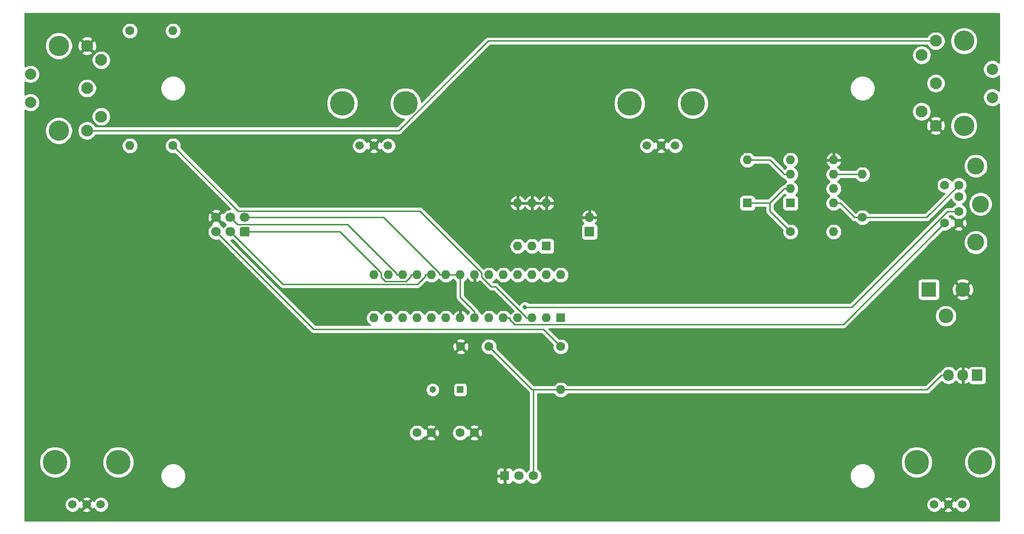
<source format=gtl>
G04 #@! TF.GenerationSoftware,KiCad,Pcbnew,(5.1.9-0-10_14)*
G04 #@! TF.CreationDate,2024-01-04T20:03:31+01:00*
G04 #@! TF.ProjectId,v2_atmega8_encoder,76325f61-746d-4656-9761-385f656e636f,rev?*
G04 #@! TF.SameCoordinates,Original*
G04 #@! TF.FileFunction,Copper,L1,Top*
G04 #@! TF.FilePolarity,Positive*
%FSLAX46Y46*%
G04 Gerber Fmt 4.6, Leading zero omitted, Abs format (unit mm)*
G04 Created by KiCad (PCBNEW (5.1.9-0-10_14)) date 2024-01-04 20:03:31*
%MOMM*%
%LPD*%
G01*
G04 APERTURE LIST*
G04 #@! TA.AperFunction,ComponentPad*
%ADD10O,1.600000X1.600000*%
G04 #@! TD*
G04 #@! TA.AperFunction,ComponentPad*
%ADD11R,1.600000X1.600000*%
G04 #@! TD*
G04 #@! TA.AperFunction,ComponentPad*
%ADD12O,1.700000X1.700000*%
G04 #@! TD*
G04 #@! TA.AperFunction,ComponentPad*
%ADD13R,1.700000X1.700000*%
G04 #@! TD*
G04 #@! TA.AperFunction,ComponentPad*
%ADD14C,1.600000*%
G04 #@! TD*
G04 #@! TA.AperFunction,ComponentPad*
%ADD15C,1.205000*%
G04 #@! TD*
G04 #@! TA.AperFunction,ComponentPad*
%ADD16R,1.205000X1.205000*%
G04 #@! TD*
G04 #@! TA.AperFunction,ComponentPad*
%ADD17O,1.905000X2.000000*%
G04 #@! TD*
G04 #@! TA.AperFunction,ComponentPad*
%ADD18R,1.905000X2.000000*%
G04 #@! TD*
G04 #@! TA.AperFunction,ComponentPad*
%ADD19C,1.635000*%
G04 #@! TD*
G04 #@! TA.AperFunction,ComponentPad*
%ADD20R,1.635000X1.635000*%
G04 #@! TD*
G04 #@! TA.AperFunction,ComponentPad*
%ADD21C,3.600000*%
G04 #@! TD*
G04 #@! TA.AperFunction,ComponentPad*
%ADD22C,2.000000*%
G04 #@! TD*
G04 #@! TA.AperFunction,ComponentPad*
%ADD23C,2.100000*%
G04 #@! TD*
G04 #@! TA.AperFunction,ComponentPad*
%ADD24C,2.600000*%
G04 #@! TD*
G04 #@! TA.AperFunction,ComponentPad*
%ADD25R,2.600000X2.600000*%
G04 #@! TD*
G04 #@! TA.AperFunction,ComponentPad*
%ADD26C,1.700000*%
G04 #@! TD*
G04 #@! TA.AperFunction,ComponentPad*
%ADD27C,4.350000*%
G04 #@! TD*
G04 #@! TA.AperFunction,ComponentPad*
%ADD28C,1.500000*%
G04 #@! TD*
G04 #@! TA.AperFunction,ComponentPad*
%ADD29C,2.990000*%
G04 #@! TD*
G04 #@! TA.AperFunction,ViaPad*
%ADD30C,0.800000*%
G04 #@! TD*
G04 #@! TA.AperFunction,Conductor*
%ADD31C,0.250000*%
G04 #@! TD*
G04 #@! TA.AperFunction,Conductor*
%ADD32C,0.254000*%
G04 #@! TD*
G04 #@! TA.AperFunction,Conductor*
%ADD33C,0.100000*%
G04 #@! TD*
G04 APERTURE END LIST*
D10*
X147320000Y-76200000D03*
X142240000Y-83820000D03*
X144780000Y-76200000D03*
X144780000Y-83820000D03*
X142240000Y-76200000D03*
D11*
X147320000Y-83820000D03*
D12*
X154940000Y-78740000D03*
D13*
X154940000Y-81280000D03*
D10*
X149860000Y-109220000D03*
D14*
X149860000Y-101600000D03*
X134580000Y-116840000D03*
X132080000Y-116840000D03*
D15*
X127200000Y-109220000D03*
D16*
X132080000Y-109220000D03*
D17*
X218440000Y-106680000D03*
X220980000Y-106680000D03*
D18*
X223520000Y-106680000D03*
D10*
X198120000Y-76200000D03*
X190500000Y-68580000D03*
X198120000Y-73660000D03*
X190500000Y-71120000D03*
X198120000Y-71120000D03*
X190500000Y-73660000D03*
X198120000Y-68580000D03*
D11*
X190500000Y-76200000D03*
D19*
X142505000Y-124460000D03*
X145045000Y-124460000D03*
D20*
X139965000Y-124460000D03*
D10*
X203200000Y-71120000D03*
D14*
X203200000Y-78740000D03*
D10*
X198120000Y-81280000D03*
D14*
X190500000Y-81280000D03*
D10*
X73660000Y-66040000D03*
D14*
X81280000Y-66040000D03*
D10*
X81280000Y-45720000D03*
D14*
X73660000Y-45720000D03*
D21*
X61080000Y-48380000D03*
X61080000Y-63380000D03*
D22*
X56080000Y-53380000D03*
X56080000Y-58380000D03*
D23*
X68580000Y-60880000D03*
X68580000Y-50880000D03*
X66080000Y-63380000D03*
X66080000Y-55880000D03*
X66080000Y-48380000D03*
D21*
X221180000Y-62500000D03*
X221180000Y-47500000D03*
D22*
X226180000Y-57500000D03*
X226180000Y-52500000D03*
D23*
X213680000Y-50000000D03*
X213680000Y-60000000D03*
X216180000Y-47500000D03*
X216180000Y-55000000D03*
X216180000Y-62500000D03*
D24*
X217950000Y-96175000D03*
X220950000Y-91475000D03*
D25*
X214950000Y-91475000D03*
D26*
X88900000Y-78740000D03*
X91440000Y-78740000D03*
X93980000Y-78740000D03*
X88900000Y-81280000D03*
X91440000Y-81280000D03*
G04 #@! TA.AperFunction,ComponentPad*
G36*
G01*
X94580000Y-82130000D02*
X93380000Y-82130000D01*
G75*
G02*
X93130000Y-81880000I0J250000D01*
G01*
X93130000Y-80680000D01*
G75*
G02*
X93380000Y-80430000I250000J0D01*
G01*
X94580000Y-80430000D01*
G75*
G02*
X94830000Y-80680000I0J-250000D01*
G01*
X94830000Y-81880000D01*
G75*
G02*
X94580000Y-82130000I-250000J0D01*
G01*
G37*
G04 #@! TD.AperFunction*
D27*
X224000000Y-122040000D03*
X212800000Y-122040000D03*
D28*
X218400000Y-129540000D03*
X220900000Y-129540000D03*
X215900000Y-129540000D03*
D27*
X173200000Y-58540000D03*
X162000000Y-58540000D03*
D28*
X167600000Y-66040000D03*
X170100000Y-66040000D03*
X165100000Y-66040000D03*
D27*
X122400000Y-58540000D03*
X111200000Y-58540000D03*
D28*
X116800000Y-66040000D03*
X119300000Y-66040000D03*
X114300000Y-66040000D03*
D27*
X71600000Y-122040000D03*
X60400000Y-122040000D03*
D28*
X66000000Y-129540000D03*
X68500000Y-129540000D03*
X63500000Y-129540000D03*
D14*
X132160000Y-101600000D03*
X137160000Y-101600000D03*
X126960000Y-116840000D03*
X124460000Y-116840000D03*
D29*
X223265000Y-69615000D03*
X224075000Y-76375000D03*
X223265000Y-83135000D03*
D14*
X217775000Y-79725000D03*
X217775000Y-73025000D03*
X220265000Y-79725000D03*
X220265000Y-73025000D03*
X220265000Y-77675000D03*
X220265000Y-75075000D03*
D10*
X149860000Y-88900000D03*
X116840000Y-96520000D03*
X147320000Y-88900000D03*
X119380000Y-96520000D03*
X144780000Y-88900000D03*
X121920000Y-96520000D03*
X142240000Y-88900000D03*
X124460000Y-96520000D03*
X139700000Y-88900000D03*
X127000000Y-96520000D03*
X137160000Y-88900000D03*
X129540000Y-96520000D03*
X134620000Y-88900000D03*
X132080000Y-96520000D03*
X132080000Y-88900000D03*
X134620000Y-96520000D03*
X129540000Y-88900000D03*
X137160000Y-96520000D03*
X127000000Y-88900000D03*
X139700000Y-96520000D03*
X124460000Y-88900000D03*
X142240000Y-96520000D03*
X121920000Y-88900000D03*
X144780000Y-96520000D03*
X119380000Y-88900000D03*
X147320000Y-96520000D03*
X116840000Y-88900000D03*
D11*
X149860000Y-96520000D03*
D10*
X182880000Y-68580000D03*
D11*
X182880000Y-76200000D03*
D30*
X143514500Y-94590300D03*
D31*
X190500000Y-71120000D02*
X189373100Y-71120000D01*
X182880000Y-68580000D02*
X186833100Y-68580000D01*
X186833100Y-68580000D02*
X189373100Y-71120000D01*
X186833100Y-76200000D02*
X189373100Y-73660000D01*
X182880000Y-76200000D02*
X186833100Y-76200000D01*
X186833100Y-76200000D02*
X186833100Y-77613100D01*
X186833100Y-77613100D02*
X190500000Y-81280000D01*
X190500000Y-73660000D02*
X189373100Y-73660000D01*
X93980000Y-78740000D02*
X118534800Y-78740000D01*
X118534800Y-78740000D02*
X128413100Y-88618300D01*
X128413100Y-88618300D02*
X128413100Y-88900000D01*
X129540000Y-88900000D02*
X128413100Y-88900000D01*
X132080000Y-88900000D02*
X129540000Y-88900000D01*
X145045000Y-109220000D02*
X149860000Y-109220000D01*
X137160000Y-101600000D02*
X144780000Y-109220000D01*
X144780000Y-109220000D02*
X145045000Y-109220000D01*
X145045000Y-109220000D02*
X145045000Y-124460000D01*
X132080000Y-88900000D02*
X132080000Y-92853100D01*
X132080000Y-92853100D02*
X134620000Y-95393100D01*
X134620000Y-96520000D02*
X134620000Y-95393100D01*
X218440000Y-106680000D02*
X217160600Y-106680000D01*
X149860000Y-109220000D02*
X214620600Y-109220000D01*
X214620600Y-109220000D02*
X217160600Y-106680000D01*
X198120000Y-76200000D02*
X199246900Y-76200000D01*
X203200000Y-78740000D02*
X201786900Y-78740000D01*
X201786900Y-78740000D02*
X199246900Y-76200000D01*
X220265000Y-73025000D02*
X214550000Y-78740000D01*
X214550000Y-78740000D02*
X203200000Y-78740000D01*
X125873100Y-88900000D02*
X125873100Y-89181700D01*
X125873100Y-89181700D02*
X124527100Y-90527700D01*
X124527100Y-90527700D02*
X100687700Y-90527700D01*
X100687700Y-90527700D02*
X91440000Y-81280000D01*
X127000000Y-88900000D02*
X125873100Y-88900000D01*
X93980000Y-81280000D02*
X110834200Y-81280000D01*
X110834200Y-81280000D02*
X118110000Y-88555800D01*
X118110000Y-88555800D02*
X118110000Y-89275400D01*
X118110000Y-89275400D02*
X118885200Y-90050600D01*
X118885200Y-90050600D02*
X122464200Y-90050600D01*
X122464200Y-90050600D02*
X123333100Y-89181700D01*
X123333100Y-89181700D02*
X123333100Y-88900000D01*
X124460000Y-88900000D02*
X123333100Y-88900000D01*
X91440000Y-78740000D02*
X92712500Y-80012500D01*
X92712500Y-80012500D02*
X112187300Y-80012500D01*
X112187300Y-80012500D02*
X120793100Y-88618300D01*
X120793100Y-88618300D02*
X120793100Y-88900000D01*
X121920000Y-88900000D02*
X120793100Y-88900000D01*
X88900000Y-81280000D02*
X106146300Y-98526300D01*
X106146300Y-98526300D02*
X146786300Y-98526300D01*
X146786300Y-98526300D02*
X149860000Y-101600000D01*
X66080000Y-63380000D02*
X121172900Y-63380000D01*
X121172900Y-63380000D02*
X137052900Y-47500000D01*
X137052900Y-47500000D02*
X216180000Y-47500000D01*
X144780000Y-96520000D02*
X143653100Y-96520000D01*
X143653100Y-96520000D02*
X143653100Y-96329300D01*
X143653100Y-96329300D02*
X138283300Y-90959500D01*
X138283300Y-90959500D02*
X137571700Y-90959500D01*
X137571700Y-90959500D02*
X135890000Y-89277800D01*
X135890000Y-89277800D02*
X135890000Y-88548700D01*
X135890000Y-88548700D02*
X124904400Y-77563100D01*
X124904400Y-77563100D02*
X92803100Y-77563100D01*
X92803100Y-77563100D02*
X81280000Y-66040000D01*
X198120000Y-71120000D02*
X203200000Y-71120000D01*
X139700000Y-96520000D02*
X140826900Y-96520000D01*
X140826900Y-96520000D02*
X140826900Y-96801700D01*
X140826900Y-96801700D02*
X141676800Y-97651600D01*
X141676800Y-97651600D02*
X199848400Y-97651600D01*
X199848400Y-97651600D02*
X217775000Y-79725000D01*
X220265000Y-77675000D02*
X218231400Y-77675000D01*
X218231400Y-77675000D02*
X201316100Y-94590300D01*
X201316100Y-94590300D02*
X143514500Y-94590300D01*
D32*
X227373000Y-51380761D02*
X227222252Y-51230013D01*
X226954463Y-51051082D01*
X226656912Y-50927832D01*
X226341033Y-50865000D01*
X226018967Y-50865000D01*
X225703088Y-50927832D01*
X225405537Y-51051082D01*
X225137748Y-51230013D01*
X224910013Y-51457748D01*
X224731082Y-51725537D01*
X224607832Y-52023088D01*
X224545000Y-52338967D01*
X224545000Y-52661033D01*
X224607832Y-52976912D01*
X224731082Y-53274463D01*
X224910013Y-53542252D01*
X225137748Y-53769987D01*
X225405537Y-53948918D01*
X225703088Y-54072168D01*
X226018967Y-54135000D01*
X226341033Y-54135000D01*
X226656912Y-54072168D01*
X226954463Y-53948918D01*
X227222252Y-53769987D01*
X227373000Y-53619239D01*
X227373000Y-56380761D01*
X227222252Y-56230013D01*
X226954463Y-56051082D01*
X226656912Y-55927832D01*
X226341033Y-55865000D01*
X226018967Y-55865000D01*
X225703088Y-55927832D01*
X225405537Y-56051082D01*
X225137748Y-56230013D01*
X224910013Y-56457748D01*
X224731082Y-56725537D01*
X224607832Y-57023088D01*
X224545000Y-57338967D01*
X224545000Y-57661033D01*
X224607832Y-57976912D01*
X224731082Y-58274463D01*
X224910013Y-58542252D01*
X225137748Y-58769987D01*
X225405537Y-58948918D01*
X225703088Y-59072168D01*
X226018967Y-59135000D01*
X226341033Y-59135000D01*
X226656912Y-59072168D01*
X226954463Y-58948918D01*
X227222252Y-58769987D01*
X227373000Y-58619239D01*
X227373000Y-132373000D01*
X55127000Y-132373000D01*
X55127000Y-129403589D01*
X62115000Y-129403589D01*
X62115000Y-129676411D01*
X62168225Y-129943989D01*
X62272629Y-130196043D01*
X62424201Y-130422886D01*
X62617114Y-130615799D01*
X62843957Y-130767371D01*
X63096011Y-130871775D01*
X63363589Y-130925000D01*
X63636411Y-130925000D01*
X63903989Y-130871775D01*
X64156043Y-130767371D01*
X64382886Y-130615799D01*
X64501692Y-130496993D01*
X65222612Y-130496993D01*
X65288137Y-130735860D01*
X65535116Y-130851760D01*
X65799960Y-130917250D01*
X66072492Y-130929812D01*
X66342238Y-130888965D01*
X66598832Y-130796277D01*
X66711863Y-130735860D01*
X66777388Y-130496993D01*
X66000000Y-129719605D01*
X65222612Y-130496993D01*
X64501692Y-130496993D01*
X64575799Y-130422886D01*
X64727371Y-130196043D01*
X64747861Y-130146574D01*
X64804140Y-130251863D01*
X65043007Y-130317388D01*
X65820395Y-129540000D01*
X66179605Y-129540000D01*
X66956993Y-130317388D01*
X67195860Y-130251863D01*
X67248918Y-130138799D01*
X67272629Y-130196043D01*
X67424201Y-130422886D01*
X67617114Y-130615799D01*
X67843957Y-130767371D01*
X68096011Y-130871775D01*
X68363589Y-130925000D01*
X68636411Y-130925000D01*
X68903989Y-130871775D01*
X69156043Y-130767371D01*
X69382886Y-130615799D01*
X69575799Y-130422886D01*
X69727371Y-130196043D01*
X69831775Y-129943989D01*
X69885000Y-129676411D01*
X69885000Y-129403589D01*
X214515000Y-129403589D01*
X214515000Y-129676411D01*
X214568225Y-129943989D01*
X214672629Y-130196043D01*
X214824201Y-130422886D01*
X215017114Y-130615799D01*
X215243957Y-130767371D01*
X215496011Y-130871775D01*
X215763589Y-130925000D01*
X216036411Y-130925000D01*
X216303989Y-130871775D01*
X216556043Y-130767371D01*
X216782886Y-130615799D01*
X216901692Y-130496993D01*
X217622612Y-130496993D01*
X217688137Y-130735860D01*
X217935116Y-130851760D01*
X218199960Y-130917250D01*
X218472492Y-130929812D01*
X218742238Y-130888965D01*
X218998832Y-130796277D01*
X219111863Y-130735860D01*
X219177388Y-130496993D01*
X218400000Y-129719605D01*
X217622612Y-130496993D01*
X216901692Y-130496993D01*
X216975799Y-130422886D01*
X217127371Y-130196043D01*
X217147861Y-130146574D01*
X217204140Y-130251863D01*
X217443007Y-130317388D01*
X218220395Y-129540000D01*
X218579605Y-129540000D01*
X219356993Y-130317388D01*
X219595860Y-130251863D01*
X219648918Y-130138799D01*
X219672629Y-130196043D01*
X219824201Y-130422886D01*
X220017114Y-130615799D01*
X220243957Y-130767371D01*
X220496011Y-130871775D01*
X220763589Y-130925000D01*
X221036411Y-130925000D01*
X221303989Y-130871775D01*
X221556043Y-130767371D01*
X221782886Y-130615799D01*
X221975799Y-130422886D01*
X222127371Y-130196043D01*
X222231775Y-129943989D01*
X222285000Y-129676411D01*
X222285000Y-129403589D01*
X222231775Y-129136011D01*
X222127371Y-128883957D01*
X221975799Y-128657114D01*
X221782886Y-128464201D01*
X221556043Y-128312629D01*
X221303989Y-128208225D01*
X221036411Y-128155000D01*
X220763589Y-128155000D01*
X220496011Y-128208225D01*
X220243957Y-128312629D01*
X220017114Y-128464201D01*
X219824201Y-128657114D01*
X219672629Y-128883957D01*
X219652139Y-128933426D01*
X219595860Y-128828137D01*
X219356993Y-128762612D01*
X218579605Y-129540000D01*
X218220395Y-129540000D01*
X217443007Y-128762612D01*
X217204140Y-128828137D01*
X217151082Y-128941201D01*
X217127371Y-128883957D01*
X216975799Y-128657114D01*
X216901692Y-128583007D01*
X217622612Y-128583007D01*
X218400000Y-129360395D01*
X219177388Y-128583007D01*
X219111863Y-128344140D01*
X218864884Y-128228240D01*
X218600040Y-128162750D01*
X218327508Y-128150188D01*
X218057762Y-128191035D01*
X217801168Y-128283723D01*
X217688137Y-128344140D01*
X217622612Y-128583007D01*
X216901692Y-128583007D01*
X216782886Y-128464201D01*
X216556043Y-128312629D01*
X216303989Y-128208225D01*
X216036411Y-128155000D01*
X215763589Y-128155000D01*
X215496011Y-128208225D01*
X215243957Y-128312629D01*
X215017114Y-128464201D01*
X214824201Y-128657114D01*
X214672629Y-128883957D01*
X214568225Y-129136011D01*
X214515000Y-129403589D01*
X69885000Y-129403589D01*
X69831775Y-129136011D01*
X69727371Y-128883957D01*
X69575799Y-128657114D01*
X69382886Y-128464201D01*
X69156043Y-128312629D01*
X68903989Y-128208225D01*
X68636411Y-128155000D01*
X68363589Y-128155000D01*
X68096011Y-128208225D01*
X67843957Y-128312629D01*
X67617114Y-128464201D01*
X67424201Y-128657114D01*
X67272629Y-128883957D01*
X67252139Y-128933426D01*
X67195860Y-128828137D01*
X66956993Y-128762612D01*
X66179605Y-129540000D01*
X65820395Y-129540000D01*
X65043007Y-128762612D01*
X64804140Y-128828137D01*
X64751082Y-128941201D01*
X64727371Y-128883957D01*
X64575799Y-128657114D01*
X64501692Y-128583007D01*
X65222612Y-128583007D01*
X66000000Y-129360395D01*
X66777388Y-128583007D01*
X66711863Y-128344140D01*
X66464884Y-128228240D01*
X66200040Y-128162750D01*
X65927508Y-128150188D01*
X65657762Y-128191035D01*
X65401168Y-128283723D01*
X65288137Y-128344140D01*
X65222612Y-128583007D01*
X64501692Y-128583007D01*
X64382886Y-128464201D01*
X64156043Y-128312629D01*
X63903989Y-128208225D01*
X63636411Y-128155000D01*
X63363589Y-128155000D01*
X63096011Y-128208225D01*
X62843957Y-128312629D01*
X62617114Y-128464201D01*
X62424201Y-128657114D01*
X62272629Y-128883957D01*
X62168225Y-129136011D01*
X62115000Y-129403589D01*
X55127000Y-129403589D01*
X55127000Y-121763239D01*
X57590000Y-121763239D01*
X57590000Y-122316761D01*
X57697987Y-122859647D01*
X57909811Y-123371034D01*
X58217331Y-123831270D01*
X58608730Y-124222669D01*
X59068966Y-124530189D01*
X59580353Y-124742013D01*
X60123239Y-124850000D01*
X60676761Y-124850000D01*
X61219647Y-124742013D01*
X61731034Y-124530189D01*
X62191270Y-124222669D01*
X62582669Y-123831270D01*
X62890189Y-123371034D01*
X63102013Y-122859647D01*
X63210000Y-122316761D01*
X63210000Y-121763239D01*
X68790000Y-121763239D01*
X68790000Y-122316761D01*
X68897987Y-122859647D01*
X69109811Y-123371034D01*
X69417331Y-123831270D01*
X69808730Y-124222669D01*
X70268966Y-124530189D01*
X70780353Y-124742013D01*
X71323239Y-124850000D01*
X71876761Y-124850000D01*
X72419647Y-124742013D01*
X72931034Y-124530189D01*
X73365523Y-124239872D01*
X79045000Y-124239872D01*
X79045000Y-124680128D01*
X79130890Y-125111925D01*
X79299369Y-125518669D01*
X79543962Y-125884729D01*
X79855271Y-126196038D01*
X80221331Y-126440631D01*
X80628075Y-126609110D01*
X81059872Y-126695000D01*
X81500128Y-126695000D01*
X81931925Y-126609110D01*
X82338669Y-126440631D01*
X82704729Y-126196038D01*
X83016038Y-125884729D01*
X83260631Y-125518669D01*
X83360526Y-125277500D01*
X138509428Y-125277500D01*
X138521688Y-125401982D01*
X138557998Y-125521680D01*
X138616963Y-125631994D01*
X138696315Y-125728685D01*
X138793006Y-125808037D01*
X138903320Y-125867002D01*
X139023018Y-125903312D01*
X139147500Y-125915572D01*
X139679250Y-125912500D01*
X139838000Y-125753750D01*
X139838000Y-124587000D01*
X138671250Y-124587000D01*
X138512500Y-124745750D01*
X138509428Y-125277500D01*
X83360526Y-125277500D01*
X83429110Y-125111925D01*
X83515000Y-124680128D01*
X83515000Y-124239872D01*
X83429110Y-123808075D01*
X83360527Y-123642500D01*
X138509428Y-123642500D01*
X138512500Y-124174250D01*
X138671250Y-124333000D01*
X139838000Y-124333000D01*
X139838000Y-123166250D01*
X139679250Y-123007500D01*
X139147500Y-123004428D01*
X139023018Y-123016688D01*
X138903320Y-123052998D01*
X138793006Y-123111963D01*
X138696315Y-123191315D01*
X138616963Y-123288006D01*
X138557998Y-123398320D01*
X138521688Y-123518018D01*
X138509428Y-123642500D01*
X83360527Y-123642500D01*
X83260631Y-123401331D01*
X83016038Y-123035271D01*
X82704729Y-122723962D01*
X82338669Y-122479369D01*
X81931925Y-122310890D01*
X81500128Y-122225000D01*
X81059872Y-122225000D01*
X80628075Y-122310890D01*
X80221331Y-122479369D01*
X79855271Y-122723962D01*
X79543962Y-123035271D01*
X79299369Y-123401331D01*
X79130890Y-123808075D01*
X79045000Y-124239872D01*
X73365523Y-124239872D01*
X73391270Y-124222669D01*
X73782669Y-123831270D01*
X74090189Y-123371034D01*
X74302013Y-122859647D01*
X74410000Y-122316761D01*
X74410000Y-121763239D01*
X74302013Y-121220353D01*
X74090189Y-120708966D01*
X73782669Y-120248730D01*
X73391270Y-119857331D01*
X72931034Y-119549811D01*
X72419647Y-119337987D01*
X71876761Y-119230000D01*
X71323239Y-119230000D01*
X70780353Y-119337987D01*
X70268966Y-119549811D01*
X69808730Y-119857331D01*
X69417331Y-120248730D01*
X69109811Y-120708966D01*
X68897987Y-121220353D01*
X68790000Y-121763239D01*
X63210000Y-121763239D01*
X63102013Y-121220353D01*
X62890189Y-120708966D01*
X62582669Y-120248730D01*
X62191270Y-119857331D01*
X61731034Y-119549811D01*
X61219647Y-119337987D01*
X60676761Y-119230000D01*
X60123239Y-119230000D01*
X59580353Y-119337987D01*
X59068966Y-119549811D01*
X58608730Y-119857331D01*
X58217331Y-120248730D01*
X57909811Y-120708966D01*
X57697987Y-121220353D01*
X57590000Y-121763239D01*
X55127000Y-121763239D01*
X55127000Y-116698665D01*
X123025000Y-116698665D01*
X123025000Y-116981335D01*
X123080147Y-117258574D01*
X123188320Y-117519727D01*
X123345363Y-117754759D01*
X123545241Y-117954637D01*
X123780273Y-118111680D01*
X124041426Y-118219853D01*
X124318665Y-118275000D01*
X124601335Y-118275000D01*
X124878574Y-118219853D01*
X125139727Y-118111680D01*
X125374759Y-117954637D01*
X125496694Y-117832702D01*
X126146903Y-117832702D01*
X126218486Y-118076671D01*
X126473996Y-118197571D01*
X126748184Y-118266300D01*
X127030512Y-118280217D01*
X127310130Y-118238787D01*
X127576292Y-118143603D01*
X127701514Y-118076671D01*
X127773097Y-117832702D01*
X126960000Y-117019605D01*
X126146903Y-117832702D01*
X125496694Y-117832702D01*
X125574637Y-117754759D01*
X125708692Y-117554131D01*
X125723329Y-117581514D01*
X125967298Y-117653097D01*
X126780395Y-116840000D01*
X127139605Y-116840000D01*
X127952702Y-117653097D01*
X128196671Y-117581514D01*
X128317571Y-117326004D01*
X128386300Y-117051816D01*
X128400217Y-116769488D01*
X128389724Y-116698665D01*
X130645000Y-116698665D01*
X130645000Y-116981335D01*
X130700147Y-117258574D01*
X130808320Y-117519727D01*
X130965363Y-117754759D01*
X131165241Y-117954637D01*
X131400273Y-118111680D01*
X131661426Y-118219853D01*
X131938665Y-118275000D01*
X132221335Y-118275000D01*
X132498574Y-118219853D01*
X132759727Y-118111680D01*
X132994759Y-117954637D01*
X133116694Y-117832702D01*
X133766903Y-117832702D01*
X133838486Y-118076671D01*
X134093996Y-118197571D01*
X134368184Y-118266300D01*
X134650512Y-118280217D01*
X134930130Y-118238787D01*
X135196292Y-118143603D01*
X135321514Y-118076671D01*
X135393097Y-117832702D01*
X134580000Y-117019605D01*
X133766903Y-117832702D01*
X133116694Y-117832702D01*
X133194637Y-117754759D01*
X133328692Y-117554131D01*
X133343329Y-117581514D01*
X133587298Y-117653097D01*
X134400395Y-116840000D01*
X134759605Y-116840000D01*
X135572702Y-117653097D01*
X135816671Y-117581514D01*
X135937571Y-117326004D01*
X136006300Y-117051816D01*
X136020217Y-116769488D01*
X135978787Y-116489870D01*
X135883603Y-116223708D01*
X135816671Y-116098486D01*
X135572702Y-116026903D01*
X134759605Y-116840000D01*
X134400395Y-116840000D01*
X133587298Y-116026903D01*
X133343329Y-116098486D01*
X133329676Y-116127341D01*
X133194637Y-115925241D01*
X133116694Y-115847298D01*
X133766903Y-115847298D01*
X134580000Y-116660395D01*
X135393097Y-115847298D01*
X135321514Y-115603329D01*
X135066004Y-115482429D01*
X134791816Y-115413700D01*
X134509488Y-115399783D01*
X134229870Y-115441213D01*
X133963708Y-115536397D01*
X133838486Y-115603329D01*
X133766903Y-115847298D01*
X133116694Y-115847298D01*
X132994759Y-115725363D01*
X132759727Y-115568320D01*
X132498574Y-115460147D01*
X132221335Y-115405000D01*
X131938665Y-115405000D01*
X131661426Y-115460147D01*
X131400273Y-115568320D01*
X131165241Y-115725363D01*
X130965363Y-115925241D01*
X130808320Y-116160273D01*
X130700147Y-116421426D01*
X130645000Y-116698665D01*
X128389724Y-116698665D01*
X128358787Y-116489870D01*
X128263603Y-116223708D01*
X128196671Y-116098486D01*
X127952702Y-116026903D01*
X127139605Y-116840000D01*
X126780395Y-116840000D01*
X125967298Y-116026903D01*
X125723329Y-116098486D01*
X125709676Y-116127341D01*
X125574637Y-115925241D01*
X125496694Y-115847298D01*
X126146903Y-115847298D01*
X126960000Y-116660395D01*
X127773097Y-115847298D01*
X127701514Y-115603329D01*
X127446004Y-115482429D01*
X127171816Y-115413700D01*
X126889488Y-115399783D01*
X126609870Y-115441213D01*
X126343708Y-115536397D01*
X126218486Y-115603329D01*
X126146903Y-115847298D01*
X125496694Y-115847298D01*
X125374759Y-115725363D01*
X125139727Y-115568320D01*
X124878574Y-115460147D01*
X124601335Y-115405000D01*
X124318665Y-115405000D01*
X124041426Y-115460147D01*
X123780273Y-115568320D01*
X123545241Y-115725363D01*
X123345363Y-115925241D01*
X123188320Y-116160273D01*
X123080147Y-116421426D01*
X123025000Y-116698665D01*
X55127000Y-116698665D01*
X55127000Y-109098117D01*
X125962500Y-109098117D01*
X125962500Y-109341883D01*
X126010056Y-109580966D01*
X126103341Y-109806176D01*
X126238771Y-110008860D01*
X126411140Y-110181229D01*
X126613824Y-110316659D01*
X126839034Y-110409944D01*
X127078117Y-110457500D01*
X127321883Y-110457500D01*
X127560966Y-110409944D01*
X127786176Y-110316659D01*
X127988860Y-110181229D01*
X128161229Y-110008860D01*
X128296659Y-109806176D01*
X128389944Y-109580966D01*
X128437500Y-109341883D01*
X128437500Y-109098117D01*
X128389944Y-108859034D01*
X128296659Y-108633824D01*
X128285752Y-108617500D01*
X130839428Y-108617500D01*
X130839428Y-109822500D01*
X130851688Y-109946982D01*
X130887998Y-110066680D01*
X130946963Y-110176994D01*
X131026315Y-110273685D01*
X131123006Y-110353037D01*
X131233320Y-110412002D01*
X131353018Y-110448312D01*
X131477500Y-110460572D01*
X132682500Y-110460572D01*
X132806982Y-110448312D01*
X132926680Y-110412002D01*
X133036994Y-110353037D01*
X133133685Y-110273685D01*
X133213037Y-110176994D01*
X133272002Y-110066680D01*
X133308312Y-109946982D01*
X133320572Y-109822500D01*
X133320572Y-108617500D01*
X133308312Y-108493018D01*
X133272002Y-108373320D01*
X133213037Y-108263006D01*
X133133685Y-108166315D01*
X133036994Y-108086963D01*
X132926680Y-108027998D01*
X132806982Y-107991688D01*
X132682500Y-107979428D01*
X131477500Y-107979428D01*
X131353018Y-107991688D01*
X131233320Y-108027998D01*
X131123006Y-108086963D01*
X131026315Y-108166315D01*
X130946963Y-108263006D01*
X130887998Y-108373320D01*
X130851688Y-108493018D01*
X130839428Y-108617500D01*
X128285752Y-108617500D01*
X128161229Y-108431140D01*
X127988860Y-108258771D01*
X127786176Y-108123341D01*
X127560966Y-108030056D01*
X127321883Y-107982500D01*
X127078117Y-107982500D01*
X126839034Y-108030056D01*
X126613824Y-108123341D01*
X126411140Y-108258771D01*
X126238771Y-108431140D01*
X126103341Y-108633824D01*
X126010056Y-108859034D01*
X125962500Y-109098117D01*
X55127000Y-109098117D01*
X55127000Y-102592702D01*
X131346903Y-102592702D01*
X131418486Y-102836671D01*
X131673996Y-102957571D01*
X131948184Y-103026300D01*
X132230512Y-103040217D01*
X132510130Y-102998787D01*
X132776292Y-102903603D01*
X132901514Y-102836671D01*
X132973097Y-102592702D01*
X132160000Y-101779605D01*
X131346903Y-102592702D01*
X55127000Y-102592702D01*
X55127000Y-101670512D01*
X130719783Y-101670512D01*
X130761213Y-101950130D01*
X130856397Y-102216292D01*
X130923329Y-102341514D01*
X131167298Y-102413097D01*
X131980395Y-101600000D01*
X132339605Y-101600000D01*
X133152702Y-102413097D01*
X133396671Y-102341514D01*
X133517571Y-102086004D01*
X133586300Y-101811816D01*
X133600217Y-101529488D01*
X133589724Y-101458665D01*
X135725000Y-101458665D01*
X135725000Y-101741335D01*
X135780147Y-102018574D01*
X135888320Y-102279727D01*
X136045363Y-102514759D01*
X136245241Y-102714637D01*
X136480273Y-102871680D01*
X136741426Y-102979853D01*
X137018665Y-103035000D01*
X137301335Y-103035000D01*
X137483887Y-102998688D01*
X144216201Y-109731003D01*
X144239999Y-109760001D01*
X144285000Y-109796932D01*
X144285001Y-123220908D01*
X144119085Y-123331770D01*
X143916770Y-123534085D01*
X143775000Y-123746258D01*
X143633230Y-123534085D01*
X143430915Y-123331770D01*
X143193017Y-123172811D01*
X142928679Y-123063319D01*
X142648059Y-123007500D01*
X142361941Y-123007500D01*
X142081321Y-123063319D01*
X141816983Y-123172811D01*
X141579085Y-123331770D01*
X141404710Y-123506145D01*
X141372002Y-123398320D01*
X141313037Y-123288006D01*
X141233685Y-123191315D01*
X141136994Y-123111963D01*
X141026680Y-123052998D01*
X140906982Y-123016688D01*
X140782500Y-123004428D01*
X140250750Y-123007500D01*
X140092000Y-123166250D01*
X140092000Y-124333000D01*
X140112000Y-124333000D01*
X140112000Y-124587000D01*
X140092000Y-124587000D01*
X140092000Y-125753750D01*
X140250750Y-125912500D01*
X140782500Y-125915572D01*
X140906982Y-125903312D01*
X141026680Y-125867002D01*
X141136994Y-125808037D01*
X141233685Y-125728685D01*
X141313037Y-125631994D01*
X141372002Y-125521680D01*
X141404710Y-125413855D01*
X141579085Y-125588230D01*
X141816983Y-125747189D01*
X142081321Y-125856681D01*
X142361941Y-125912500D01*
X142648059Y-125912500D01*
X142928679Y-125856681D01*
X143193017Y-125747189D01*
X143430915Y-125588230D01*
X143633230Y-125385915D01*
X143775000Y-125173742D01*
X143916770Y-125385915D01*
X144119085Y-125588230D01*
X144356983Y-125747189D01*
X144621321Y-125856681D01*
X144901941Y-125912500D01*
X145188059Y-125912500D01*
X145468679Y-125856681D01*
X145733017Y-125747189D01*
X145970915Y-125588230D01*
X146173230Y-125385915D01*
X146332189Y-125148017D01*
X146441681Y-124883679D01*
X146497500Y-124603059D01*
X146497500Y-124316941D01*
X146482170Y-124239872D01*
X200965000Y-124239872D01*
X200965000Y-124680128D01*
X201050890Y-125111925D01*
X201219369Y-125518669D01*
X201463962Y-125884729D01*
X201775271Y-126196038D01*
X202141331Y-126440631D01*
X202548075Y-126609110D01*
X202979872Y-126695000D01*
X203420128Y-126695000D01*
X203851925Y-126609110D01*
X204258669Y-126440631D01*
X204624729Y-126196038D01*
X204936038Y-125884729D01*
X205180631Y-125518669D01*
X205349110Y-125111925D01*
X205435000Y-124680128D01*
X205435000Y-124239872D01*
X205349110Y-123808075D01*
X205180631Y-123401331D01*
X204936038Y-123035271D01*
X204624729Y-122723962D01*
X204258669Y-122479369D01*
X203851925Y-122310890D01*
X203420128Y-122225000D01*
X202979872Y-122225000D01*
X202548075Y-122310890D01*
X202141331Y-122479369D01*
X201775271Y-122723962D01*
X201463962Y-123035271D01*
X201219369Y-123401331D01*
X201050890Y-123808075D01*
X200965000Y-124239872D01*
X146482170Y-124239872D01*
X146441681Y-124036321D01*
X146332189Y-123771983D01*
X146173230Y-123534085D01*
X145970915Y-123331770D01*
X145805000Y-123220909D01*
X145805000Y-121763239D01*
X209990000Y-121763239D01*
X209990000Y-122316761D01*
X210097987Y-122859647D01*
X210309811Y-123371034D01*
X210617331Y-123831270D01*
X211008730Y-124222669D01*
X211468966Y-124530189D01*
X211980353Y-124742013D01*
X212523239Y-124850000D01*
X213076761Y-124850000D01*
X213619647Y-124742013D01*
X214131034Y-124530189D01*
X214591270Y-124222669D01*
X214982669Y-123831270D01*
X215290189Y-123371034D01*
X215502013Y-122859647D01*
X215610000Y-122316761D01*
X215610000Y-121763239D01*
X221190000Y-121763239D01*
X221190000Y-122316761D01*
X221297987Y-122859647D01*
X221509811Y-123371034D01*
X221817331Y-123831270D01*
X222208730Y-124222669D01*
X222668966Y-124530189D01*
X223180353Y-124742013D01*
X223723239Y-124850000D01*
X224276761Y-124850000D01*
X224819647Y-124742013D01*
X225331034Y-124530189D01*
X225791270Y-124222669D01*
X226182669Y-123831270D01*
X226490189Y-123371034D01*
X226702013Y-122859647D01*
X226810000Y-122316761D01*
X226810000Y-121763239D01*
X226702013Y-121220353D01*
X226490189Y-120708966D01*
X226182669Y-120248730D01*
X225791270Y-119857331D01*
X225331034Y-119549811D01*
X224819647Y-119337987D01*
X224276761Y-119230000D01*
X223723239Y-119230000D01*
X223180353Y-119337987D01*
X222668966Y-119549811D01*
X222208730Y-119857331D01*
X221817331Y-120248730D01*
X221509811Y-120708966D01*
X221297987Y-121220353D01*
X221190000Y-121763239D01*
X215610000Y-121763239D01*
X215502013Y-121220353D01*
X215290189Y-120708966D01*
X214982669Y-120248730D01*
X214591270Y-119857331D01*
X214131034Y-119549811D01*
X213619647Y-119337987D01*
X213076761Y-119230000D01*
X212523239Y-119230000D01*
X211980353Y-119337987D01*
X211468966Y-119549811D01*
X211008730Y-119857331D01*
X210617331Y-120248730D01*
X210309811Y-120708966D01*
X210097987Y-121220353D01*
X209990000Y-121763239D01*
X145805000Y-121763239D01*
X145805000Y-109980000D01*
X148641957Y-109980000D01*
X148745363Y-110134759D01*
X148945241Y-110334637D01*
X149180273Y-110491680D01*
X149441426Y-110599853D01*
X149718665Y-110655000D01*
X150001335Y-110655000D01*
X150278574Y-110599853D01*
X150539727Y-110491680D01*
X150774759Y-110334637D01*
X150974637Y-110134759D01*
X151078043Y-109980000D01*
X214583278Y-109980000D01*
X214620600Y-109983676D01*
X214657922Y-109980000D01*
X214657933Y-109980000D01*
X214769586Y-109969003D01*
X214912847Y-109925546D01*
X215044876Y-109854974D01*
X215160601Y-109760001D01*
X215184404Y-109730997D01*
X217198403Y-107717000D01*
X217312037Y-107855463D01*
X217553765Y-108053845D01*
X217829551Y-108201255D01*
X218128796Y-108292030D01*
X218440000Y-108322681D01*
X218751203Y-108292030D01*
X219050448Y-108201255D01*
X219326234Y-108053845D01*
X219567963Y-107855463D01*
X219715163Y-107676101D01*
X219870563Y-107861315D01*
X220113077Y-108055969D01*
X220388906Y-108199571D01*
X220607020Y-108270563D01*
X220853000Y-108150594D01*
X220853000Y-106807000D01*
X220833000Y-106807000D01*
X220833000Y-106553000D01*
X220853000Y-106553000D01*
X220853000Y-105209406D01*
X221107000Y-105209406D01*
X221107000Y-106553000D01*
X221127000Y-106553000D01*
X221127000Y-106807000D01*
X221107000Y-106807000D01*
X221107000Y-108150594D01*
X221352980Y-108270563D01*
X221571094Y-108199571D01*
X221846923Y-108055969D01*
X221987941Y-107942781D01*
X222036963Y-108034494D01*
X222116315Y-108131185D01*
X222213006Y-108210537D01*
X222323320Y-108269502D01*
X222443018Y-108305812D01*
X222567500Y-108318072D01*
X224472500Y-108318072D01*
X224596982Y-108305812D01*
X224716680Y-108269502D01*
X224826994Y-108210537D01*
X224923685Y-108131185D01*
X225003037Y-108034494D01*
X225062002Y-107924180D01*
X225098312Y-107804482D01*
X225110572Y-107680000D01*
X225110572Y-105680000D01*
X225098312Y-105555518D01*
X225062002Y-105435820D01*
X225003037Y-105325506D01*
X224923685Y-105228815D01*
X224826994Y-105149463D01*
X224716680Y-105090498D01*
X224596982Y-105054188D01*
X224472500Y-105041928D01*
X222567500Y-105041928D01*
X222443018Y-105054188D01*
X222323320Y-105090498D01*
X222213006Y-105149463D01*
X222116315Y-105228815D01*
X222036963Y-105325506D01*
X221987941Y-105417219D01*
X221846923Y-105304031D01*
X221571094Y-105160429D01*
X221352980Y-105089437D01*
X221107000Y-105209406D01*
X220853000Y-105209406D01*
X220607020Y-105089437D01*
X220388906Y-105160429D01*
X220113077Y-105304031D01*
X219870563Y-105498685D01*
X219715162Y-105683900D01*
X219567963Y-105504537D01*
X219326235Y-105306155D01*
X219050449Y-105158745D01*
X218751204Y-105067970D01*
X218440000Y-105037319D01*
X218128797Y-105067970D01*
X217829552Y-105158745D01*
X217553766Y-105306155D01*
X217312037Y-105504537D01*
X217113655Y-105746265D01*
X217015098Y-105930654D01*
X217011614Y-105930997D01*
X216868353Y-105974454D01*
X216736324Y-106045026D01*
X216736322Y-106045027D01*
X216736323Y-106045027D01*
X216649596Y-106116201D01*
X216649592Y-106116205D01*
X216620599Y-106139999D01*
X216596805Y-106168992D01*
X214305799Y-108460000D01*
X151078043Y-108460000D01*
X150974637Y-108305241D01*
X150774759Y-108105363D01*
X150539727Y-107948320D01*
X150278574Y-107840147D01*
X150001335Y-107785000D01*
X149718665Y-107785000D01*
X149441426Y-107840147D01*
X149180273Y-107948320D01*
X148945241Y-108105363D01*
X148745363Y-108305241D01*
X148641957Y-108460000D01*
X145094802Y-108460000D01*
X138558688Y-101923887D01*
X138595000Y-101741335D01*
X138595000Y-101458665D01*
X138539853Y-101181426D01*
X138431680Y-100920273D01*
X138274637Y-100685241D01*
X138074759Y-100485363D01*
X137839727Y-100328320D01*
X137578574Y-100220147D01*
X137301335Y-100165000D01*
X137018665Y-100165000D01*
X136741426Y-100220147D01*
X136480273Y-100328320D01*
X136245241Y-100485363D01*
X136045363Y-100685241D01*
X135888320Y-100920273D01*
X135780147Y-101181426D01*
X135725000Y-101458665D01*
X133589724Y-101458665D01*
X133558787Y-101249870D01*
X133463603Y-100983708D01*
X133396671Y-100858486D01*
X133152702Y-100786903D01*
X132339605Y-101600000D01*
X131980395Y-101600000D01*
X131167298Y-100786903D01*
X130923329Y-100858486D01*
X130802429Y-101113996D01*
X130733700Y-101388184D01*
X130719783Y-101670512D01*
X55127000Y-101670512D01*
X55127000Y-100607298D01*
X131346903Y-100607298D01*
X132160000Y-101420395D01*
X132973097Y-100607298D01*
X132901514Y-100363329D01*
X132646004Y-100242429D01*
X132371816Y-100173700D01*
X132089488Y-100159783D01*
X131809870Y-100201213D01*
X131543708Y-100296397D01*
X131418486Y-100363329D01*
X131346903Y-100607298D01*
X55127000Y-100607298D01*
X55127000Y-78808531D01*
X87409389Y-78808531D01*
X87451401Y-79098019D01*
X87549081Y-79373747D01*
X87622528Y-79511157D01*
X87871603Y-79588792D01*
X88720395Y-78740000D01*
X87871603Y-77891208D01*
X87622528Y-77968843D01*
X87496629Y-78232883D01*
X87424661Y-78516411D01*
X87409389Y-78808531D01*
X55127000Y-78808531D01*
X55127000Y-77711603D01*
X88051208Y-77711603D01*
X88900000Y-78560395D01*
X89748792Y-77711603D01*
X89671157Y-77462528D01*
X89407117Y-77336629D01*
X89123589Y-77264661D01*
X88831469Y-77249389D01*
X88541981Y-77291401D01*
X88266253Y-77389081D01*
X88128843Y-77462528D01*
X88051208Y-77711603D01*
X55127000Y-77711603D01*
X55127000Y-65898665D01*
X72225000Y-65898665D01*
X72225000Y-66181335D01*
X72280147Y-66458574D01*
X72388320Y-66719727D01*
X72545363Y-66954759D01*
X72745241Y-67154637D01*
X72980273Y-67311680D01*
X73241426Y-67419853D01*
X73518665Y-67475000D01*
X73801335Y-67475000D01*
X74078574Y-67419853D01*
X74339727Y-67311680D01*
X74574759Y-67154637D01*
X74774637Y-66954759D01*
X74931680Y-66719727D01*
X75039853Y-66458574D01*
X75095000Y-66181335D01*
X75095000Y-65898665D01*
X79845000Y-65898665D01*
X79845000Y-66181335D01*
X79900147Y-66458574D01*
X80008320Y-66719727D01*
X80165363Y-66954759D01*
X80365241Y-67154637D01*
X80600273Y-67311680D01*
X80861426Y-67419853D01*
X81138665Y-67475000D01*
X81421335Y-67475000D01*
X81603887Y-67438688D01*
X91420198Y-77255000D01*
X91293740Y-77255000D01*
X91006842Y-77312068D01*
X90736589Y-77424010D01*
X90493368Y-77586525D01*
X90286525Y-77793368D01*
X90170689Y-77966729D01*
X89928397Y-77891208D01*
X89079605Y-78740000D01*
X89928397Y-79588792D01*
X90170689Y-79513271D01*
X90286525Y-79686632D01*
X90493368Y-79893475D01*
X90667760Y-80010000D01*
X90493368Y-80126525D01*
X90286525Y-80333368D01*
X90170000Y-80507760D01*
X90053475Y-80333368D01*
X89846632Y-80126525D01*
X89673271Y-80010689D01*
X89748792Y-79768397D01*
X88900000Y-78919605D01*
X88051208Y-79768397D01*
X88126729Y-80010689D01*
X87953368Y-80126525D01*
X87746525Y-80333368D01*
X87584010Y-80576589D01*
X87472068Y-80846842D01*
X87415000Y-81133740D01*
X87415000Y-81426260D01*
X87472068Y-81713158D01*
X87584010Y-81983411D01*
X87746525Y-82226632D01*
X87953368Y-82433475D01*
X88196589Y-82595990D01*
X88466842Y-82707932D01*
X88753740Y-82765000D01*
X89046260Y-82765000D01*
X89266408Y-82721209D01*
X105582500Y-99037302D01*
X105606299Y-99066301D01*
X105722024Y-99161274D01*
X105854053Y-99231846D01*
X105997314Y-99275303D01*
X106108967Y-99286300D01*
X106108976Y-99286300D01*
X106146299Y-99289976D01*
X106183622Y-99286300D01*
X146471499Y-99286300D01*
X148461312Y-101276114D01*
X148425000Y-101458665D01*
X148425000Y-101741335D01*
X148480147Y-102018574D01*
X148588320Y-102279727D01*
X148745363Y-102514759D01*
X148945241Y-102714637D01*
X149180273Y-102871680D01*
X149441426Y-102979853D01*
X149718665Y-103035000D01*
X150001335Y-103035000D01*
X150278574Y-102979853D01*
X150539727Y-102871680D01*
X150774759Y-102714637D01*
X150974637Y-102514759D01*
X151131680Y-102279727D01*
X151239853Y-102018574D01*
X151295000Y-101741335D01*
X151295000Y-101458665D01*
X151239853Y-101181426D01*
X151131680Y-100920273D01*
X150974637Y-100685241D01*
X150774759Y-100485363D01*
X150539727Y-100328320D01*
X150278574Y-100220147D01*
X150001335Y-100165000D01*
X149718665Y-100165000D01*
X149536114Y-100201312D01*
X147746401Y-98411600D01*
X199811078Y-98411600D01*
X199848400Y-98415276D01*
X199885722Y-98411600D01*
X199885733Y-98411600D01*
X199997386Y-98400603D01*
X200140647Y-98357146D01*
X200272676Y-98286574D01*
X200388401Y-98191601D01*
X200412204Y-98162597D01*
X202590382Y-95984419D01*
X216015000Y-95984419D01*
X216015000Y-96365581D01*
X216089361Y-96739419D01*
X216235225Y-97091566D01*
X216446987Y-97408491D01*
X216716509Y-97678013D01*
X217033434Y-97889775D01*
X217385581Y-98035639D01*
X217759419Y-98110000D01*
X218140581Y-98110000D01*
X218514419Y-98035639D01*
X218866566Y-97889775D01*
X219183491Y-97678013D01*
X219453013Y-97408491D01*
X219664775Y-97091566D01*
X219810639Y-96739419D01*
X219885000Y-96365581D01*
X219885000Y-95984419D01*
X219810639Y-95610581D01*
X219664775Y-95258434D01*
X219453013Y-94941509D01*
X219183491Y-94671987D01*
X218866566Y-94460225D01*
X218514419Y-94314361D01*
X218140581Y-94240000D01*
X217759419Y-94240000D01*
X217385581Y-94314361D01*
X217033434Y-94460225D01*
X216716509Y-94671987D01*
X216446987Y-94941509D01*
X216235225Y-95258434D01*
X216089361Y-95610581D01*
X216015000Y-95984419D01*
X202590382Y-95984419D01*
X208399801Y-90175000D01*
X213011928Y-90175000D01*
X213011928Y-92775000D01*
X213024188Y-92899482D01*
X213060498Y-93019180D01*
X213119463Y-93129494D01*
X213198815Y-93226185D01*
X213295506Y-93305537D01*
X213405820Y-93364502D01*
X213525518Y-93400812D01*
X213650000Y-93413072D01*
X216250000Y-93413072D01*
X216374482Y-93400812D01*
X216494180Y-93364502D01*
X216604494Y-93305537D01*
X216701185Y-93226185D01*
X216780537Y-93129494D01*
X216839502Y-93019180D01*
X216875812Y-92899482D01*
X216883224Y-92824224D01*
X219780381Y-92824224D01*
X219912317Y-93119312D01*
X220253045Y-93290159D01*
X220620557Y-93391250D01*
X221000729Y-93418701D01*
X221378951Y-93371457D01*
X221740690Y-93251333D01*
X221987683Y-93119312D01*
X222119619Y-92824224D01*
X220950000Y-91654605D01*
X219780381Y-92824224D01*
X216883224Y-92824224D01*
X216888072Y-92775000D01*
X216888072Y-91525729D01*
X219006299Y-91525729D01*
X219053543Y-91903951D01*
X219173667Y-92265690D01*
X219305688Y-92512683D01*
X219600776Y-92644619D01*
X220770395Y-91475000D01*
X221129605Y-91475000D01*
X222299224Y-92644619D01*
X222594312Y-92512683D01*
X222765159Y-92171955D01*
X222866250Y-91804443D01*
X222893701Y-91424271D01*
X222846457Y-91046049D01*
X222726333Y-90684310D01*
X222594312Y-90437317D01*
X222299224Y-90305381D01*
X221129605Y-91475000D01*
X220770395Y-91475000D01*
X219600776Y-90305381D01*
X219305688Y-90437317D01*
X219134841Y-90778045D01*
X219033750Y-91145557D01*
X219006299Y-91525729D01*
X216888072Y-91525729D01*
X216888072Y-90175000D01*
X216883225Y-90125776D01*
X219780381Y-90125776D01*
X220950000Y-91295395D01*
X222119619Y-90125776D01*
X221987683Y-89830688D01*
X221646955Y-89659841D01*
X221279443Y-89558750D01*
X220899271Y-89531299D01*
X220521049Y-89578543D01*
X220159310Y-89698667D01*
X219912317Y-89830688D01*
X219780381Y-90125776D01*
X216883225Y-90125776D01*
X216875812Y-90050518D01*
X216839502Y-89930820D01*
X216780537Y-89820506D01*
X216701185Y-89723815D01*
X216604494Y-89644463D01*
X216494180Y-89585498D01*
X216374482Y-89549188D01*
X216250000Y-89536928D01*
X213650000Y-89536928D01*
X213525518Y-89549188D01*
X213405820Y-89585498D01*
X213295506Y-89644463D01*
X213198815Y-89723815D01*
X213119463Y-89820506D01*
X213060498Y-89930820D01*
X213024188Y-90050518D01*
X213011928Y-90175000D01*
X208399801Y-90175000D01*
X215649588Y-82925213D01*
X221135000Y-82925213D01*
X221135000Y-83344787D01*
X221216855Y-83756298D01*
X221377419Y-84143933D01*
X221610521Y-84492796D01*
X221907204Y-84789479D01*
X222256067Y-85022581D01*
X222643702Y-85183145D01*
X223055213Y-85265000D01*
X223474787Y-85265000D01*
X223886298Y-85183145D01*
X224273933Y-85022581D01*
X224622796Y-84789479D01*
X224919479Y-84492796D01*
X225152581Y-84143933D01*
X225313145Y-83756298D01*
X225395000Y-83344787D01*
X225395000Y-82925213D01*
X225313145Y-82513702D01*
X225152581Y-82126067D01*
X224919479Y-81777204D01*
X224622796Y-81480521D01*
X224273933Y-81247419D01*
X223886298Y-81086855D01*
X223474787Y-81005000D01*
X223055213Y-81005000D01*
X222643702Y-81086855D01*
X222256067Y-81247419D01*
X221907204Y-81480521D01*
X221610521Y-81777204D01*
X221377419Y-82126067D01*
X221216855Y-82513702D01*
X221135000Y-82925213D01*
X215649588Y-82925213D01*
X217451114Y-81123688D01*
X217633665Y-81160000D01*
X217916335Y-81160000D01*
X218193574Y-81104853D01*
X218454727Y-80996680D01*
X218689759Y-80839637D01*
X218811694Y-80717702D01*
X219451903Y-80717702D01*
X219523486Y-80961671D01*
X219778996Y-81082571D01*
X220053184Y-81151300D01*
X220335512Y-81165217D01*
X220615130Y-81123787D01*
X220881292Y-81028603D01*
X221006514Y-80961671D01*
X221078097Y-80717702D01*
X220265000Y-79904605D01*
X219451903Y-80717702D01*
X218811694Y-80717702D01*
X218889637Y-80639759D01*
X219018137Y-80447445D01*
X219028329Y-80466514D01*
X219272298Y-80538097D01*
X220085395Y-79725000D01*
X220444605Y-79725000D01*
X221257702Y-80538097D01*
X221501671Y-80466514D01*
X221622571Y-80211004D01*
X221691300Y-79936816D01*
X221705217Y-79654488D01*
X221663787Y-79374870D01*
X221568603Y-79108708D01*
X221501671Y-78983486D01*
X221257702Y-78911903D01*
X220444605Y-79725000D01*
X220085395Y-79725000D01*
X219272298Y-78911903D01*
X219028329Y-78983486D01*
X219018821Y-79003579D01*
X218889637Y-78810241D01*
X218689759Y-78610363D01*
X218498580Y-78482622D01*
X218546202Y-78435000D01*
X219046957Y-78435000D01*
X219150363Y-78589759D01*
X219350241Y-78789637D01*
X219585273Y-78946680D01*
X219723569Y-79003964D01*
X220265000Y-79545395D01*
X220806431Y-79003964D01*
X220944727Y-78946680D01*
X221179759Y-78789637D01*
X221379637Y-78589759D01*
X221536680Y-78354727D01*
X221644853Y-78093574D01*
X221700000Y-77816335D01*
X221700000Y-77533665D01*
X221644853Y-77256426D01*
X221536680Y-76995273D01*
X221379637Y-76760241D01*
X221179759Y-76560363D01*
X220944727Y-76403320D01*
X220876356Y-76375000D01*
X220944727Y-76346680D01*
X221179759Y-76189637D01*
X221204183Y-76165213D01*
X221945000Y-76165213D01*
X221945000Y-76584787D01*
X222026855Y-76996298D01*
X222187419Y-77383933D01*
X222420521Y-77732796D01*
X222717204Y-78029479D01*
X223066067Y-78262581D01*
X223453702Y-78423145D01*
X223865213Y-78505000D01*
X224284787Y-78505000D01*
X224696298Y-78423145D01*
X225083933Y-78262581D01*
X225432796Y-78029479D01*
X225729479Y-77732796D01*
X225962581Y-77383933D01*
X226123145Y-76996298D01*
X226205000Y-76584787D01*
X226205000Y-76165213D01*
X226123145Y-75753702D01*
X225962581Y-75366067D01*
X225729479Y-75017204D01*
X225432796Y-74720521D01*
X225083933Y-74487419D01*
X224696298Y-74326855D01*
X224284787Y-74245000D01*
X223865213Y-74245000D01*
X223453702Y-74326855D01*
X223066067Y-74487419D01*
X222717204Y-74720521D01*
X222420521Y-75017204D01*
X222187419Y-75366067D01*
X222026855Y-75753702D01*
X221945000Y-76165213D01*
X221204183Y-76165213D01*
X221379637Y-75989759D01*
X221536680Y-75754727D01*
X221644853Y-75493574D01*
X221700000Y-75216335D01*
X221700000Y-74933665D01*
X221644853Y-74656426D01*
X221536680Y-74395273D01*
X221379637Y-74160241D01*
X221269396Y-74050000D01*
X221379637Y-73939759D01*
X221536680Y-73704727D01*
X221644853Y-73443574D01*
X221700000Y-73166335D01*
X221700000Y-72883665D01*
X221644853Y-72606426D01*
X221536680Y-72345273D01*
X221379637Y-72110241D01*
X221179759Y-71910363D01*
X220944727Y-71753320D01*
X220683574Y-71645147D01*
X220406335Y-71590000D01*
X220123665Y-71590000D01*
X219846426Y-71645147D01*
X219585273Y-71753320D01*
X219350241Y-71910363D01*
X219150363Y-72110241D01*
X219020000Y-72305343D01*
X218889637Y-72110241D01*
X218689759Y-71910363D01*
X218454727Y-71753320D01*
X218193574Y-71645147D01*
X217916335Y-71590000D01*
X217633665Y-71590000D01*
X217356426Y-71645147D01*
X217095273Y-71753320D01*
X216860241Y-71910363D01*
X216660363Y-72110241D01*
X216503320Y-72345273D01*
X216395147Y-72606426D01*
X216340000Y-72883665D01*
X216340000Y-73166335D01*
X216395147Y-73443574D01*
X216503320Y-73704727D01*
X216660363Y-73939759D01*
X216860241Y-74139637D01*
X217095273Y-74296680D01*
X217356426Y-74404853D01*
X217633665Y-74460000D01*
X217755198Y-74460000D01*
X214235199Y-77980000D01*
X204418043Y-77980000D01*
X204314637Y-77825241D01*
X204114759Y-77625363D01*
X203879727Y-77468320D01*
X203618574Y-77360147D01*
X203341335Y-77305000D01*
X203058665Y-77305000D01*
X202781426Y-77360147D01*
X202520273Y-77468320D01*
X202285241Y-77625363D01*
X202085363Y-77825241D01*
X202029920Y-77908217D01*
X199810704Y-75689003D01*
X199786901Y-75659999D01*
X199671176Y-75565026D01*
X199539147Y-75494454D01*
X199395886Y-75450997D01*
X199341834Y-75445673D01*
X199234637Y-75285241D01*
X199034759Y-75085363D01*
X198802241Y-74930000D01*
X199034759Y-74774637D01*
X199234637Y-74574759D01*
X199391680Y-74339727D01*
X199499853Y-74078574D01*
X199555000Y-73801335D01*
X199555000Y-73518665D01*
X199499853Y-73241426D01*
X199391680Y-72980273D01*
X199234637Y-72745241D01*
X199034759Y-72545363D01*
X198802241Y-72390000D01*
X199034759Y-72234637D01*
X199234637Y-72034759D01*
X199338043Y-71880000D01*
X201981957Y-71880000D01*
X202085363Y-72034759D01*
X202285241Y-72234637D01*
X202520273Y-72391680D01*
X202781426Y-72499853D01*
X203058665Y-72555000D01*
X203341335Y-72555000D01*
X203618574Y-72499853D01*
X203879727Y-72391680D01*
X204114759Y-72234637D01*
X204314637Y-72034759D01*
X204471680Y-71799727D01*
X204579853Y-71538574D01*
X204635000Y-71261335D01*
X204635000Y-70978665D01*
X204579853Y-70701426D01*
X204471680Y-70440273D01*
X204314637Y-70205241D01*
X204114759Y-70005363D01*
X203879727Y-69848320D01*
X203618574Y-69740147D01*
X203341335Y-69685000D01*
X203058665Y-69685000D01*
X202781426Y-69740147D01*
X202520273Y-69848320D01*
X202285241Y-70005363D01*
X202085363Y-70205241D01*
X201981957Y-70360000D01*
X199338043Y-70360000D01*
X199234637Y-70205241D01*
X199034759Y-70005363D01*
X198799727Y-69848320D01*
X198789135Y-69843933D01*
X198975131Y-69732385D01*
X199183519Y-69543414D01*
X199285960Y-69405213D01*
X221135000Y-69405213D01*
X221135000Y-69824787D01*
X221216855Y-70236298D01*
X221377419Y-70623933D01*
X221610521Y-70972796D01*
X221907204Y-71269479D01*
X222256067Y-71502581D01*
X222643702Y-71663145D01*
X223055213Y-71745000D01*
X223474787Y-71745000D01*
X223886298Y-71663145D01*
X224273933Y-71502581D01*
X224622796Y-71269479D01*
X224919479Y-70972796D01*
X225152581Y-70623933D01*
X225313145Y-70236298D01*
X225395000Y-69824787D01*
X225395000Y-69405213D01*
X225313145Y-68993702D01*
X225152581Y-68606067D01*
X224919479Y-68257204D01*
X224622796Y-67960521D01*
X224273933Y-67727419D01*
X223886298Y-67566855D01*
X223474787Y-67485000D01*
X223055213Y-67485000D01*
X222643702Y-67566855D01*
X222256067Y-67727419D01*
X221907204Y-67960521D01*
X221610521Y-68257204D01*
X221377419Y-68606067D01*
X221216855Y-68993702D01*
X221135000Y-69405213D01*
X199285960Y-69405213D01*
X199351037Y-69317420D01*
X199471246Y-69063087D01*
X199511904Y-68929039D01*
X199389915Y-68707000D01*
X198247000Y-68707000D01*
X198247000Y-68727000D01*
X197993000Y-68727000D01*
X197993000Y-68707000D01*
X196850085Y-68707000D01*
X196728096Y-68929039D01*
X196768754Y-69063087D01*
X196888963Y-69317420D01*
X197056481Y-69543414D01*
X197264869Y-69732385D01*
X197450865Y-69843933D01*
X197440273Y-69848320D01*
X197205241Y-70005363D01*
X197005363Y-70205241D01*
X196848320Y-70440273D01*
X196740147Y-70701426D01*
X196685000Y-70978665D01*
X196685000Y-71261335D01*
X196740147Y-71538574D01*
X196848320Y-71799727D01*
X197005363Y-72034759D01*
X197205241Y-72234637D01*
X197437759Y-72390000D01*
X197205241Y-72545363D01*
X197005363Y-72745241D01*
X196848320Y-72980273D01*
X196740147Y-73241426D01*
X196685000Y-73518665D01*
X196685000Y-73801335D01*
X196740147Y-74078574D01*
X196848320Y-74339727D01*
X197005363Y-74574759D01*
X197205241Y-74774637D01*
X197437759Y-74930000D01*
X197205241Y-75085363D01*
X197005363Y-75285241D01*
X196848320Y-75520273D01*
X196740147Y-75781426D01*
X196685000Y-76058665D01*
X196685000Y-76341335D01*
X196740147Y-76618574D01*
X196848320Y-76879727D01*
X197005363Y-77114759D01*
X197205241Y-77314637D01*
X197440273Y-77471680D01*
X197701426Y-77579853D01*
X197978665Y-77635000D01*
X198261335Y-77635000D01*
X198538574Y-77579853D01*
X198799727Y-77471680D01*
X199034759Y-77314637D01*
X199160747Y-77188649D01*
X201223105Y-79251008D01*
X201246899Y-79280001D01*
X201275892Y-79303795D01*
X201275896Y-79303799D01*
X201346585Y-79361811D01*
X201362624Y-79374974D01*
X201494653Y-79445546D01*
X201637914Y-79489003D01*
X201749567Y-79500000D01*
X201749576Y-79500000D01*
X201786899Y-79503676D01*
X201824222Y-79500000D01*
X201981957Y-79500000D01*
X202085363Y-79654759D01*
X202285241Y-79854637D01*
X202520273Y-80011680D01*
X202781426Y-80119853D01*
X203058665Y-80175000D01*
X203341335Y-80175000D01*
X203618574Y-80119853D01*
X203879727Y-80011680D01*
X204114759Y-79854637D01*
X204314637Y-79654759D01*
X204418043Y-79500000D01*
X214512678Y-79500000D01*
X214550000Y-79503676D01*
X214587322Y-79500000D01*
X214587333Y-79500000D01*
X214698986Y-79489003D01*
X214842247Y-79445546D01*
X214974276Y-79374974D01*
X215090001Y-79280001D01*
X215113804Y-79250997D01*
X218882838Y-75481964D01*
X218885147Y-75493574D01*
X218993320Y-75754727D01*
X219150363Y-75989759D01*
X219350241Y-76189637D01*
X219585273Y-76346680D01*
X219653644Y-76375000D01*
X219585273Y-76403320D01*
X219350241Y-76560363D01*
X219150363Y-76760241D01*
X219046957Y-76915000D01*
X218268725Y-76915000D01*
X218231400Y-76911324D01*
X218194075Y-76915000D01*
X218194067Y-76915000D01*
X218082414Y-76925997D01*
X217939153Y-76969454D01*
X217807124Y-77040026D01*
X217691399Y-77134999D01*
X217667601Y-77163997D01*
X201001299Y-93830300D01*
X144218211Y-93830300D01*
X144174274Y-93786363D01*
X144004756Y-93673095D01*
X143816398Y-93595074D01*
X143616439Y-93555300D01*
X143412561Y-93555300D01*
X143212602Y-93595074D01*
X143024244Y-93673095D01*
X142854726Y-93786363D01*
X142710563Y-93930526D01*
X142597295Y-94100044D01*
X142568401Y-94169799D01*
X138847104Y-90448503D01*
X138823301Y-90419499D01*
X138707576Y-90324526D01*
X138575547Y-90253954D01*
X138432286Y-90210497D01*
X138320633Y-90199500D01*
X138320622Y-90199500D01*
X138283300Y-90195824D01*
X138245978Y-90199500D01*
X137886502Y-90199500D01*
X137851090Y-90164088D01*
X138074759Y-90014637D01*
X138274637Y-89814759D01*
X138430000Y-89582241D01*
X138585363Y-89814759D01*
X138785241Y-90014637D01*
X139020273Y-90171680D01*
X139281426Y-90279853D01*
X139558665Y-90335000D01*
X139841335Y-90335000D01*
X140118574Y-90279853D01*
X140379727Y-90171680D01*
X140614759Y-90014637D01*
X140814637Y-89814759D01*
X140970000Y-89582241D01*
X141125363Y-89814759D01*
X141325241Y-90014637D01*
X141560273Y-90171680D01*
X141821426Y-90279853D01*
X142098665Y-90335000D01*
X142381335Y-90335000D01*
X142658574Y-90279853D01*
X142919727Y-90171680D01*
X143154759Y-90014637D01*
X143354637Y-89814759D01*
X143510000Y-89582241D01*
X143665363Y-89814759D01*
X143865241Y-90014637D01*
X144100273Y-90171680D01*
X144361426Y-90279853D01*
X144638665Y-90335000D01*
X144921335Y-90335000D01*
X145198574Y-90279853D01*
X145459727Y-90171680D01*
X145694759Y-90014637D01*
X145894637Y-89814759D01*
X146050000Y-89582241D01*
X146205363Y-89814759D01*
X146405241Y-90014637D01*
X146640273Y-90171680D01*
X146901426Y-90279853D01*
X147178665Y-90335000D01*
X147461335Y-90335000D01*
X147738574Y-90279853D01*
X147999727Y-90171680D01*
X148234759Y-90014637D01*
X148434637Y-89814759D01*
X148590000Y-89582241D01*
X148745363Y-89814759D01*
X148945241Y-90014637D01*
X149180273Y-90171680D01*
X149441426Y-90279853D01*
X149718665Y-90335000D01*
X150001335Y-90335000D01*
X150278574Y-90279853D01*
X150539727Y-90171680D01*
X150774759Y-90014637D01*
X150974637Y-89814759D01*
X151131680Y-89579727D01*
X151239853Y-89318574D01*
X151295000Y-89041335D01*
X151295000Y-88758665D01*
X151239853Y-88481426D01*
X151131680Y-88220273D01*
X150974637Y-87985241D01*
X150774759Y-87785363D01*
X150539727Y-87628320D01*
X150278574Y-87520147D01*
X150001335Y-87465000D01*
X149718665Y-87465000D01*
X149441426Y-87520147D01*
X149180273Y-87628320D01*
X148945241Y-87785363D01*
X148745363Y-87985241D01*
X148590000Y-88217759D01*
X148434637Y-87985241D01*
X148234759Y-87785363D01*
X147999727Y-87628320D01*
X147738574Y-87520147D01*
X147461335Y-87465000D01*
X147178665Y-87465000D01*
X146901426Y-87520147D01*
X146640273Y-87628320D01*
X146405241Y-87785363D01*
X146205363Y-87985241D01*
X146050000Y-88217759D01*
X145894637Y-87985241D01*
X145694759Y-87785363D01*
X145459727Y-87628320D01*
X145198574Y-87520147D01*
X144921335Y-87465000D01*
X144638665Y-87465000D01*
X144361426Y-87520147D01*
X144100273Y-87628320D01*
X143865241Y-87785363D01*
X143665363Y-87985241D01*
X143510000Y-88217759D01*
X143354637Y-87985241D01*
X143154759Y-87785363D01*
X142919727Y-87628320D01*
X142658574Y-87520147D01*
X142381335Y-87465000D01*
X142098665Y-87465000D01*
X141821426Y-87520147D01*
X141560273Y-87628320D01*
X141325241Y-87785363D01*
X141125363Y-87985241D01*
X140970000Y-88217759D01*
X140814637Y-87985241D01*
X140614759Y-87785363D01*
X140379727Y-87628320D01*
X140118574Y-87520147D01*
X139841335Y-87465000D01*
X139558665Y-87465000D01*
X139281426Y-87520147D01*
X139020273Y-87628320D01*
X138785241Y-87785363D01*
X138585363Y-87985241D01*
X138430000Y-88217759D01*
X138274637Y-87985241D01*
X138074759Y-87785363D01*
X137839727Y-87628320D01*
X137578574Y-87520147D01*
X137301335Y-87465000D01*
X137018665Y-87465000D01*
X136741426Y-87520147D01*
X136480273Y-87628320D01*
X136245241Y-87785363D01*
X136223353Y-87807251D01*
X132094767Y-83678665D01*
X140805000Y-83678665D01*
X140805000Y-83961335D01*
X140860147Y-84238574D01*
X140968320Y-84499727D01*
X141125363Y-84734759D01*
X141325241Y-84934637D01*
X141560273Y-85091680D01*
X141821426Y-85199853D01*
X142098665Y-85255000D01*
X142381335Y-85255000D01*
X142658574Y-85199853D01*
X142919727Y-85091680D01*
X143154759Y-84934637D01*
X143354637Y-84734759D01*
X143510000Y-84502241D01*
X143665363Y-84734759D01*
X143865241Y-84934637D01*
X144100273Y-85091680D01*
X144361426Y-85199853D01*
X144638665Y-85255000D01*
X144921335Y-85255000D01*
X145198574Y-85199853D01*
X145459727Y-85091680D01*
X145694759Y-84934637D01*
X145893357Y-84736039D01*
X145894188Y-84744482D01*
X145930498Y-84864180D01*
X145989463Y-84974494D01*
X146068815Y-85071185D01*
X146165506Y-85150537D01*
X146275820Y-85209502D01*
X146395518Y-85245812D01*
X146520000Y-85258072D01*
X148120000Y-85258072D01*
X148244482Y-85245812D01*
X148364180Y-85209502D01*
X148474494Y-85150537D01*
X148571185Y-85071185D01*
X148650537Y-84974494D01*
X148709502Y-84864180D01*
X148745812Y-84744482D01*
X148758072Y-84620000D01*
X148758072Y-83020000D01*
X148745812Y-82895518D01*
X148709502Y-82775820D01*
X148650537Y-82665506D01*
X148571185Y-82568815D01*
X148474494Y-82489463D01*
X148364180Y-82430498D01*
X148244482Y-82394188D01*
X148120000Y-82381928D01*
X146520000Y-82381928D01*
X146395518Y-82394188D01*
X146275820Y-82430498D01*
X146165506Y-82489463D01*
X146068815Y-82568815D01*
X145989463Y-82665506D01*
X145930498Y-82775820D01*
X145894188Y-82895518D01*
X145893357Y-82903961D01*
X145694759Y-82705363D01*
X145459727Y-82548320D01*
X145198574Y-82440147D01*
X144921335Y-82385000D01*
X144638665Y-82385000D01*
X144361426Y-82440147D01*
X144100273Y-82548320D01*
X143865241Y-82705363D01*
X143665363Y-82905241D01*
X143510000Y-83137759D01*
X143354637Y-82905241D01*
X143154759Y-82705363D01*
X142919727Y-82548320D01*
X142658574Y-82440147D01*
X142381335Y-82385000D01*
X142098665Y-82385000D01*
X141821426Y-82440147D01*
X141560273Y-82548320D01*
X141325241Y-82705363D01*
X141125363Y-82905241D01*
X140968320Y-83140273D01*
X140860147Y-83401426D01*
X140805000Y-83678665D01*
X132094767Y-83678665D01*
X128846102Y-80430000D01*
X153451928Y-80430000D01*
X153451928Y-82130000D01*
X153464188Y-82254482D01*
X153500498Y-82374180D01*
X153559463Y-82484494D01*
X153638815Y-82581185D01*
X153735506Y-82660537D01*
X153845820Y-82719502D01*
X153965518Y-82755812D01*
X154090000Y-82768072D01*
X155790000Y-82768072D01*
X155914482Y-82755812D01*
X156034180Y-82719502D01*
X156144494Y-82660537D01*
X156241185Y-82581185D01*
X156320537Y-82484494D01*
X156379502Y-82374180D01*
X156415812Y-82254482D01*
X156428072Y-82130000D01*
X156428072Y-80430000D01*
X156415812Y-80305518D01*
X156379502Y-80185820D01*
X156320537Y-80075506D01*
X156241185Y-79978815D01*
X156144494Y-79899463D01*
X156034180Y-79840498D01*
X155953534Y-79816034D01*
X156037588Y-79740269D01*
X156211641Y-79506920D01*
X156336825Y-79244099D01*
X156381476Y-79096890D01*
X156260155Y-78867000D01*
X155067000Y-78867000D01*
X155067000Y-78887000D01*
X154813000Y-78887000D01*
X154813000Y-78867000D01*
X153619845Y-78867000D01*
X153498524Y-79096890D01*
X153543175Y-79244099D01*
X153668359Y-79506920D01*
X153842412Y-79740269D01*
X153926466Y-79816034D01*
X153845820Y-79840498D01*
X153735506Y-79899463D01*
X153638815Y-79978815D01*
X153559463Y-80075506D01*
X153500498Y-80185820D01*
X153464188Y-80305518D01*
X153451928Y-80430000D01*
X128846102Y-80430000D01*
X126799212Y-78383110D01*
X153498524Y-78383110D01*
X153619845Y-78613000D01*
X154813000Y-78613000D01*
X154813000Y-77419186D01*
X155067000Y-77419186D01*
X155067000Y-78613000D01*
X156260155Y-78613000D01*
X156381476Y-78383110D01*
X156336825Y-78235901D01*
X156211641Y-77973080D01*
X156037588Y-77739731D01*
X155821355Y-77544822D01*
X155571252Y-77395843D01*
X155296891Y-77298519D01*
X155067000Y-77419186D01*
X154813000Y-77419186D01*
X154583109Y-77298519D01*
X154308748Y-77395843D01*
X154058645Y-77544822D01*
X153842412Y-77739731D01*
X153668359Y-77973080D01*
X153543175Y-78235901D01*
X153498524Y-78383110D01*
X126799212Y-78383110D01*
X125468204Y-77052103D01*
X125444401Y-77023099D01*
X125328676Y-76928126D01*
X125196647Y-76857554D01*
X125053386Y-76814097D01*
X124941733Y-76803100D01*
X124941722Y-76803100D01*
X124904400Y-76799424D01*
X124867078Y-76803100D01*
X93117902Y-76803100D01*
X92863842Y-76549040D01*
X140848091Y-76549040D01*
X140942930Y-76813881D01*
X141087615Y-77055131D01*
X141276586Y-77263519D01*
X141502580Y-77431037D01*
X141756913Y-77551246D01*
X141890961Y-77591904D01*
X142113000Y-77469915D01*
X142113000Y-76327000D01*
X142367000Y-76327000D01*
X142367000Y-77469915D01*
X142589039Y-77591904D01*
X142723087Y-77551246D01*
X142977420Y-77431037D01*
X143203414Y-77263519D01*
X143392385Y-77055131D01*
X143510000Y-76859018D01*
X143627615Y-77055131D01*
X143816586Y-77263519D01*
X144042580Y-77431037D01*
X144296913Y-77551246D01*
X144430961Y-77591904D01*
X144653000Y-77469915D01*
X144653000Y-76327000D01*
X144907000Y-76327000D01*
X144907000Y-77469915D01*
X145129039Y-77591904D01*
X145263087Y-77551246D01*
X145517420Y-77431037D01*
X145743414Y-77263519D01*
X145932385Y-77055131D01*
X146050000Y-76859018D01*
X146167615Y-77055131D01*
X146356586Y-77263519D01*
X146582580Y-77431037D01*
X146836913Y-77551246D01*
X146970961Y-77591904D01*
X147193000Y-77469915D01*
X147193000Y-76327000D01*
X147447000Y-76327000D01*
X147447000Y-77469915D01*
X147669039Y-77591904D01*
X147803087Y-77551246D01*
X148057420Y-77431037D01*
X148283414Y-77263519D01*
X148472385Y-77055131D01*
X148617070Y-76813881D01*
X148711909Y-76549040D01*
X148590624Y-76327000D01*
X147447000Y-76327000D01*
X147193000Y-76327000D01*
X144907000Y-76327000D01*
X144653000Y-76327000D01*
X142367000Y-76327000D01*
X142113000Y-76327000D01*
X140969376Y-76327000D01*
X140848091Y-76549040D01*
X92863842Y-76549040D01*
X92165762Y-75850960D01*
X140848091Y-75850960D01*
X140969376Y-76073000D01*
X142113000Y-76073000D01*
X142113000Y-74930085D01*
X142367000Y-74930085D01*
X142367000Y-76073000D01*
X144653000Y-76073000D01*
X144653000Y-74930085D01*
X144907000Y-74930085D01*
X144907000Y-76073000D01*
X147193000Y-76073000D01*
X147193000Y-74930085D01*
X147447000Y-74930085D01*
X147447000Y-76073000D01*
X148590624Y-76073000D01*
X148711909Y-75850960D01*
X148617070Y-75586119D01*
X148505449Y-75400000D01*
X181441928Y-75400000D01*
X181441928Y-77000000D01*
X181454188Y-77124482D01*
X181490498Y-77244180D01*
X181549463Y-77354494D01*
X181628815Y-77451185D01*
X181725506Y-77530537D01*
X181835820Y-77589502D01*
X181955518Y-77625812D01*
X182080000Y-77638072D01*
X183680000Y-77638072D01*
X183804482Y-77625812D01*
X183924180Y-77589502D01*
X184034494Y-77530537D01*
X184131185Y-77451185D01*
X184210537Y-77354494D01*
X184269502Y-77244180D01*
X184305812Y-77124482D01*
X184318072Y-77000000D01*
X184318072Y-76960000D01*
X186073101Y-76960000D01*
X186073101Y-77575768D01*
X186069424Y-77613100D01*
X186084098Y-77762085D01*
X186127554Y-77905346D01*
X186198126Y-78037376D01*
X186228267Y-78074102D01*
X186293100Y-78153101D01*
X186322098Y-78176899D01*
X189101312Y-80956114D01*
X189065000Y-81138665D01*
X189065000Y-81421335D01*
X189120147Y-81698574D01*
X189228320Y-81959727D01*
X189385363Y-82194759D01*
X189585241Y-82394637D01*
X189820273Y-82551680D01*
X190081426Y-82659853D01*
X190358665Y-82715000D01*
X190641335Y-82715000D01*
X190918574Y-82659853D01*
X191179727Y-82551680D01*
X191414759Y-82394637D01*
X191614637Y-82194759D01*
X191771680Y-81959727D01*
X191879853Y-81698574D01*
X191935000Y-81421335D01*
X191935000Y-81138665D01*
X196685000Y-81138665D01*
X196685000Y-81421335D01*
X196740147Y-81698574D01*
X196848320Y-81959727D01*
X197005363Y-82194759D01*
X197205241Y-82394637D01*
X197440273Y-82551680D01*
X197701426Y-82659853D01*
X197978665Y-82715000D01*
X198261335Y-82715000D01*
X198538574Y-82659853D01*
X198799727Y-82551680D01*
X199034759Y-82394637D01*
X199234637Y-82194759D01*
X199391680Y-81959727D01*
X199499853Y-81698574D01*
X199555000Y-81421335D01*
X199555000Y-81138665D01*
X199499853Y-80861426D01*
X199391680Y-80600273D01*
X199234637Y-80365241D01*
X199034759Y-80165363D01*
X198799727Y-80008320D01*
X198538574Y-79900147D01*
X198261335Y-79845000D01*
X197978665Y-79845000D01*
X197701426Y-79900147D01*
X197440273Y-80008320D01*
X197205241Y-80165363D01*
X197005363Y-80365241D01*
X196848320Y-80600273D01*
X196740147Y-80861426D01*
X196685000Y-81138665D01*
X191935000Y-81138665D01*
X191879853Y-80861426D01*
X191771680Y-80600273D01*
X191614637Y-80365241D01*
X191414759Y-80165363D01*
X191179727Y-80008320D01*
X190918574Y-79900147D01*
X190641335Y-79845000D01*
X190358665Y-79845000D01*
X190176114Y-79881312D01*
X187593100Y-77298299D01*
X187593100Y-76514801D01*
X189459253Y-74648649D01*
X189583961Y-74773357D01*
X189575518Y-74774188D01*
X189455820Y-74810498D01*
X189345506Y-74869463D01*
X189248815Y-74948815D01*
X189169463Y-75045506D01*
X189110498Y-75155820D01*
X189074188Y-75275518D01*
X189061928Y-75400000D01*
X189061928Y-77000000D01*
X189074188Y-77124482D01*
X189110498Y-77244180D01*
X189169463Y-77354494D01*
X189248815Y-77451185D01*
X189345506Y-77530537D01*
X189455820Y-77589502D01*
X189575518Y-77625812D01*
X189700000Y-77638072D01*
X191300000Y-77638072D01*
X191424482Y-77625812D01*
X191544180Y-77589502D01*
X191654494Y-77530537D01*
X191751185Y-77451185D01*
X191830537Y-77354494D01*
X191889502Y-77244180D01*
X191925812Y-77124482D01*
X191938072Y-77000000D01*
X191938072Y-75400000D01*
X191925812Y-75275518D01*
X191889502Y-75155820D01*
X191830537Y-75045506D01*
X191751185Y-74948815D01*
X191654494Y-74869463D01*
X191544180Y-74810498D01*
X191424482Y-74774188D01*
X191416039Y-74773357D01*
X191614637Y-74574759D01*
X191771680Y-74339727D01*
X191879853Y-74078574D01*
X191935000Y-73801335D01*
X191935000Y-73518665D01*
X191879853Y-73241426D01*
X191771680Y-72980273D01*
X191614637Y-72745241D01*
X191414759Y-72545363D01*
X191182241Y-72390000D01*
X191414759Y-72234637D01*
X191614637Y-72034759D01*
X191771680Y-71799727D01*
X191879853Y-71538574D01*
X191935000Y-71261335D01*
X191935000Y-70978665D01*
X191879853Y-70701426D01*
X191771680Y-70440273D01*
X191614637Y-70205241D01*
X191414759Y-70005363D01*
X191182241Y-69850000D01*
X191414759Y-69694637D01*
X191614637Y-69494759D01*
X191771680Y-69259727D01*
X191879853Y-68998574D01*
X191935000Y-68721335D01*
X191935000Y-68438665D01*
X191893685Y-68230961D01*
X196728096Y-68230961D01*
X196850085Y-68453000D01*
X197993000Y-68453000D01*
X197993000Y-67309376D01*
X198247000Y-67309376D01*
X198247000Y-68453000D01*
X199389915Y-68453000D01*
X199511904Y-68230961D01*
X199471246Y-68096913D01*
X199351037Y-67842580D01*
X199183519Y-67616586D01*
X198975131Y-67427615D01*
X198733881Y-67282930D01*
X198469040Y-67188091D01*
X198247000Y-67309376D01*
X197993000Y-67309376D01*
X197770960Y-67188091D01*
X197506119Y-67282930D01*
X197264869Y-67427615D01*
X197056481Y-67616586D01*
X196888963Y-67842580D01*
X196768754Y-68096913D01*
X196728096Y-68230961D01*
X191893685Y-68230961D01*
X191879853Y-68161426D01*
X191771680Y-67900273D01*
X191614637Y-67665241D01*
X191414759Y-67465363D01*
X191179727Y-67308320D01*
X190918574Y-67200147D01*
X190641335Y-67145000D01*
X190358665Y-67145000D01*
X190081426Y-67200147D01*
X189820273Y-67308320D01*
X189585241Y-67465363D01*
X189385363Y-67665241D01*
X189228320Y-67900273D01*
X189120147Y-68161426D01*
X189065000Y-68438665D01*
X189065000Y-68721335D01*
X189120147Y-68998574D01*
X189228320Y-69259727D01*
X189385363Y-69494759D01*
X189585241Y-69694637D01*
X189817759Y-69850000D01*
X189585241Y-70005363D01*
X189459253Y-70131351D01*
X187396904Y-68069003D01*
X187373101Y-68039999D01*
X187257376Y-67945026D01*
X187125347Y-67874454D01*
X186982086Y-67830997D01*
X186870433Y-67820000D01*
X186870422Y-67820000D01*
X186833100Y-67816324D01*
X186795778Y-67820000D01*
X184098043Y-67820000D01*
X183994637Y-67665241D01*
X183794759Y-67465363D01*
X183559727Y-67308320D01*
X183298574Y-67200147D01*
X183021335Y-67145000D01*
X182738665Y-67145000D01*
X182461426Y-67200147D01*
X182200273Y-67308320D01*
X181965241Y-67465363D01*
X181765363Y-67665241D01*
X181608320Y-67900273D01*
X181500147Y-68161426D01*
X181445000Y-68438665D01*
X181445000Y-68721335D01*
X181500147Y-68998574D01*
X181608320Y-69259727D01*
X181765363Y-69494759D01*
X181965241Y-69694637D01*
X182200273Y-69851680D01*
X182461426Y-69959853D01*
X182738665Y-70015000D01*
X183021335Y-70015000D01*
X183298574Y-69959853D01*
X183559727Y-69851680D01*
X183794759Y-69694637D01*
X183994637Y-69494759D01*
X184098043Y-69340000D01*
X186518299Y-69340000D01*
X188809305Y-71631008D01*
X188833099Y-71660001D01*
X188862092Y-71683795D01*
X188862096Y-71683799D01*
X188932785Y-71741811D01*
X188948824Y-71754974D01*
X189080853Y-71825546D01*
X189224114Y-71869003D01*
X189278166Y-71874327D01*
X189385363Y-72034759D01*
X189585241Y-72234637D01*
X189817759Y-72390000D01*
X189585241Y-72545363D01*
X189385363Y-72745241D01*
X189278166Y-72905673D01*
X189224114Y-72910997D01*
X189080853Y-72954454D01*
X188948824Y-73025026D01*
X188948822Y-73025027D01*
X188948823Y-73025027D01*
X188862096Y-73096201D01*
X188862092Y-73096205D01*
X188833099Y-73119999D01*
X188809305Y-73148992D01*
X186518299Y-75440000D01*
X184318072Y-75440000D01*
X184318072Y-75400000D01*
X184305812Y-75275518D01*
X184269502Y-75155820D01*
X184210537Y-75045506D01*
X184131185Y-74948815D01*
X184034494Y-74869463D01*
X183924180Y-74810498D01*
X183804482Y-74774188D01*
X183680000Y-74761928D01*
X182080000Y-74761928D01*
X181955518Y-74774188D01*
X181835820Y-74810498D01*
X181725506Y-74869463D01*
X181628815Y-74948815D01*
X181549463Y-75045506D01*
X181490498Y-75155820D01*
X181454188Y-75275518D01*
X181441928Y-75400000D01*
X148505449Y-75400000D01*
X148472385Y-75344869D01*
X148283414Y-75136481D01*
X148057420Y-74968963D01*
X147803087Y-74848754D01*
X147669039Y-74808096D01*
X147447000Y-74930085D01*
X147193000Y-74930085D01*
X146970961Y-74808096D01*
X146836913Y-74848754D01*
X146582580Y-74968963D01*
X146356586Y-75136481D01*
X146167615Y-75344869D01*
X146050000Y-75540982D01*
X145932385Y-75344869D01*
X145743414Y-75136481D01*
X145517420Y-74968963D01*
X145263087Y-74848754D01*
X145129039Y-74808096D01*
X144907000Y-74930085D01*
X144653000Y-74930085D01*
X144430961Y-74808096D01*
X144296913Y-74848754D01*
X144042580Y-74968963D01*
X143816586Y-75136481D01*
X143627615Y-75344869D01*
X143510000Y-75540982D01*
X143392385Y-75344869D01*
X143203414Y-75136481D01*
X142977420Y-74968963D01*
X142723087Y-74848754D01*
X142589039Y-74808096D01*
X142367000Y-74930085D01*
X142113000Y-74930085D01*
X141890961Y-74808096D01*
X141756913Y-74848754D01*
X141502580Y-74968963D01*
X141276586Y-75136481D01*
X141087615Y-75344869D01*
X140942930Y-75586119D01*
X140848091Y-75850960D01*
X92165762Y-75850960D01*
X82678688Y-66363887D01*
X82715000Y-66181335D01*
X82715000Y-65903589D01*
X112915000Y-65903589D01*
X112915000Y-66176411D01*
X112968225Y-66443989D01*
X113072629Y-66696043D01*
X113224201Y-66922886D01*
X113417114Y-67115799D01*
X113643957Y-67267371D01*
X113896011Y-67371775D01*
X114163589Y-67425000D01*
X114436411Y-67425000D01*
X114703989Y-67371775D01*
X114956043Y-67267371D01*
X115182886Y-67115799D01*
X115301692Y-66996993D01*
X116022612Y-66996993D01*
X116088137Y-67235860D01*
X116335116Y-67351760D01*
X116599960Y-67417250D01*
X116872492Y-67429812D01*
X117142238Y-67388965D01*
X117398832Y-67296277D01*
X117511863Y-67235860D01*
X117577388Y-66996993D01*
X116800000Y-66219605D01*
X116022612Y-66996993D01*
X115301692Y-66996993D01*
X115375799Y-66922886D01*
X115527371Y-66696043D01*
X115547861Y-66646574D01*
X115604140Y-66751863D01*
X115843007Y-66817388D01*
X116620395Y-66040000D01*
X116979605Y-66040000D01*
X117756993Y-66817388D01*
X117995860Y-66751863D01*
X118048918Y-66638799D01*
X118072629Y-66696043D01*
X118224201Y-66922886D01*
X118417114Y-67115799D01*
X118643957Y-67267371D01*
X118896011Y-67371775D01*
X119163589Y-67425000D01*
X119436411Y-67425000D01*
X119703989Y-67371775D01*
X119956043Y-67267371D01*
X120182886Y-67115799D01*
X120375799Y-66922886D01*
X120527371Y-66696043D01*
X120631775Y-66443989D01*
X120685000Y-66176411D01*
X120685000Y-65903589D01*
X163715000Y-65903589D01*
X163715000Y-66176411D01*
X163768225Y-66443989D01*
X163872629Y-66696043D01*
X164024201Y-66922886D01*
X164217114Y-67115799D01*
X164443957Y-67267371D01*
X164696011Y-67371775D01*
X164963589Y-67425000D01*
X165236411Y-67425000D01*
X165503989Y-67371775D01*
X165756043Y-67267371D01*
X165982886Y-67115799D01*
X166101692Y-66996993D01*
X166822612Y-66996993D01*
X166888137Y-67235860D01*
X167135116Y-67351760D01*
X167399960Y-67417250D01*
X167672492Y-67429812D01*
X167942238Y-67388965D01*
X168198832Y-67296277D01*
X168311863Y-67235860D01*
X168377388Y-66996993D01*
X167600000Y-66219605D01*
X166822612Y-66996993D01*
X166101692Y-66996993D01*
X166175799Y-66922886D01*
X166327371Y-66696043D01*
X166347861Y-66646574D01*
X166404140Y-66751863D01*
X166643007Y-66817388D01*
X167420395Y-66040000D01*
X167779605Y-66040000D01*
X168556993Y-66817388D01*
X168795860Y-66751863D01*
X168848918Y-66638799D01*
X168872629Y-66696043D01*
X169024201Y-66922886D01*
X169217114Y-67115799D01*
X169443957Y-67267371D01*
X169696011Y-67371775D01*
X169963589Y-67425000D01*
X170236411Y-67425000D01*
X170503989Y-67371775D01*
X170756043Y-67267371D01*
X170982886Y-67115799D01*
X171175799Y-66922886D01*
X171327371Y-66696043D01*
X171431775Y-66443989D01*
X171485000Y-66176411D01*
X171485000Y-65903589D01*
X171431775Y-65636011D01*
X171327371Y-65383957D01*
X171175799Y-65157114D01*
X170982886Y-64964201D01*
X170756043Y-64812629D01*
X170503989Y-64708225D01*
X170236411Y-64655000D01*
X169963589Y-64655000D01*
X169696011Y-64708225D01*
X169443957Y-64812629D01*
X169217114Y-64964201D01*
X169024201Y-65157114D01*
X168872629Y-65383957D01*
X168852139Y-65433426D01*
X168795860Y-65328137D01*
X168556993Y-65262612D01*
X167779605Y-66040000D01*
X167420395Y-66040000D01*
X166643007Y-65262612D01*
X166404140Y-65328137D01*
X166351082Y-65441201D01*
X166327371Y-65383957D01*
X166175799Y-65157114D01*
X166101692Y-65083007D01*
X166822612Y-65083007D01*
X167600000Y-65860395D01*
X168377388Y-65083007D01*
X168311863Y-64844140D01*
X168064884Y-64728240D01*
X167800040Y-64662750D01*
X167527508Y-64650188D01*
X167257762Y-64691035D01*
X167001168Y-64783723D01*
X166888137Y-64844140D01*
X166822612Y-65083007D01*
X166101692Y-65083007D01*
X165982886Y-64964201D01*
X165756043Y-64812629D01*
X165503989Y-64708225D01*
X165236411Y-64655000D01*
X164963589Y-64655000D01*
X164696011Y-64708225D01*
X164443957Y-64812629D01*
X164217114Y-64964201D01*
X164024201Y-65157114D01*
X163872629Y-65383957D01*
X163768225Y-65636011D01*
X163715000Y-65903589D01*
X120685000Y-65903589D01*
X120631775Y-65636011D01*
X120527371Y-65383957D01*
X120375799Y-65157114D01*
X120182886Y-64964201D01*
X119956043Y-64812629D01*
X119703989Y-64708225D01*
X119436411Y-64655000D01*
X119163589Y-64655000D01*
X118896011Y-64708225D01*
X118643957Y-64812629D01*
X118417114Y-64964201D01*
X118224201Y-65157114D01*
X118072629Y-65383957D01*
X118052139Y-65433426D01*
X117995860Y-65328137D01*
X117756993Y-65262612D01*
X116979605Y-66040000D01*
X116620395Y-66040000D01*
X115843007Y-65262612D01*
X115604140Y-65328137D01*
X115551082Y-65441201D01*
X115527371Y-65383957D01*
X115375799Y-65157114D01*
X115301692Y-65083007D01*
X116022612Y-65083007D01*
X116800000Y-65860395D01*
X117577388Y-65083007D01*
X117511863Y-64844140D01*
X117264884Y-64728240D01*
X117000040Y-64662750D01*
X116727508Y-64650188D01*
X116457762Y-64691035D01*
X116201168Y-64783723D01*
X116088137Y-64844140D01*
X116022612Y-65083007D01*
X115301692Y-65083007D01*
X115182886Y-64964201D01*
X114956043Y-64812629D01*
X114703989Y-64708225D01*
X114436411Y-64655000D01*
X114163589Y-64655000D01*
X113896011Y-64708225D01*
X113643957Y-64812629D01*
X113417114Y-64964201D01*
X113224201Y-65157114D01*
X113072629Y-65383957D01*
X112968225Y-65636011D01*
X112915000Y-65903589D01*
X82715000Y-65903589D01*
X82715000Y-65898665D01*
X82659853Y-65621426D01*
X82551680Y-65360273D01*
X82394637Y-65125241D01*
X82194759Y-64925363D01*
X81959727Y-64768320D01*
X81698574Y-64660147D01*
X81421335Y-64605000D01*
X81138665Y-64605000D01*
X80861426Y-64660147D01*
X80600273Y-64768320D01*
X80365241Y-64925363D01*
X80165363Y-65125241D01*
X80008320Y-65360273D01*
X79900147Y-65621426D01*
X79845000Y-65898665D01*
X75095000Y-65898665D01*
X75039853Y-65621426D01*
X74931680Y-65360273D01*
X74774637Y-65125241D01*
X74574759Y-64925363D01*
X74339727Y-64768320D01*
X74078574Y-64660147D01*
X73801335Y-64605000D01*
X73518665Y-64605000D01*
X73241426Y-64660147D01*
X72980273Y-64768320D01*
X72745241Y-64925363D01*
X72545363Y-65125241D01*
X72388320Y-65360273D01*
X72280147Y-65621426D01*
X72225000Y-65898665D01*
X55127000Y-65898665D01*
X55127000Y-63140173D01*
X58645000Y-63140173D01*
X58645000Y-63619827D01*
X58738576Y-64090263D01*
X58922131Y-64533405D01*
X59188612Y-64932222D01*
X59527778Y-65271388D01*
X59926595Y-65537869D01*
X60369737Y-65721424D01*
X60840173Y-65815000D01*
X61319827Y-65815000D01*
X61790263Y-65721424D01*
X62233405Y-65537869D01*
X62632222Y-65271388D01*
X62971388Y-64932222D01*
X63237869Y-64533405D01*
X63421424Y-64090263D01*
X63515000Y-63619827D01*
X63515000Y-63214042D01*
X64395000Y-63214042D01*
X64395000Y-63545958D01*
X64459754Y-63871496D01*
X64586772Y-64178147D01*
X64771175Y-64454125D01*
X65005875Y-64688825D01*
X65281853Y-64873228D01*
X65588504Y-65000246D01*
X65914042Y-65065000D01*
X66245958Y-65065000D01*
X66571496Y-65000246D01*
X66878147Y-64873228D01*
X67154125Y-64688825D01*
X67388825Y-64454125D01*
X67573228Y-64178147D01*
X67589029Y-64140000D01*
X121135578Y-64140000D01*
X121172900Y-64143676D01*
X121210222Y-64140000D01*
X121210233Y-64140000D01*
X121321886Y-64129003D01*
X121465147Y-64085546D01*
X121597176Y-64014974D01*
X121712901Y-63920001D01*
X121736704Y-63890997D01*
X121956635Y-63671066D01*
X215188539Y-63671066D01*
X215290339Y-63940579D01*
X215588477Y-64086463D01*
X215909346Y-64171380D01*
X216240617Y-64192066D01*
X216569557Y-64147728D01*
X216883527Y-64040069D01*
X217069661Y-63940579D01*
X217171461Y-63671066D01*
X216180000Y-62679605D01*
X215188539Y-63671066D01*
X121956635Y-63671066D01*
X123067084Y-62560617D01*
X214487934Y-62560617D01*
X214532272Y-62889557D01*
X214639931Y-63203527D01*
X214739421Y-63389661D01*
X215008934Y-63491461D01*
X216000395Y-62500000D01*
X216359605Y-62500000D01*
X217351066Y-63491461D01*
X217620579Y-63389661D01*
X217766463Y-63091523D01*
X217851380Y-62770654D01*
X217872066Y-62439383D01*
X217847911Y-62260173D01*
X218745000Y-62260173D01*
X218745000Y-62739827D01*
X218838576Y-63210263D01*
X219022131Y-63653405D01*
X219288612Y-64052222D01*
X219627778Y-64391388D01*
X220026595Y-64657869D01*
X220469737Y-64841424D01*
X220940173Y-64935000D01*
X221419827Y-64935000D01*
X221890263Y-64841424D01*
X222333405Y-64657869D01*
X222732222Y-64391388D01*
X223071388Y-64052222D01*
X223337869Y-63653405D01*
X223521424Y-63210263D01*
X223615000Y-62739827D01*
X223615000Y-62260173D01*
X223521424Y-61789737D01*
X223337869Y-61346595D01*
X223071388Y-60947778D01*
X222732222Y-60608612D01*
X222333405Y-60342131D01*
X221890263Y-60158576D01*
X221419827Y-60065000D01*
X220940173Y-60065000D01*
X220469737Y-60158576D01*
X220026595Y-60342131D01*
X219627778Y-60608612D01*
X219288612Y-60947778D01*
X219022131Y-61346595D01*
X218838576Y-61789737D01*
X218745000Y-62260173D01*
X217847911Y-62260173D01*
X217827728Y-62110443D01*
X217720069Y-61796473D01*
X217620579Y-61610339D01*
X217351066Y-61508539D01*
X216359605Y-62500000D01*
X216000395Y-62500000D01*
X215008934Y-61508539D01*
X214739421Y-61610339D01*
X214593537Y-61908477D01*
X214508620Y-62229346D01*
X214487934Y-62560617D01*
X123067084Y-62560617D01*
X127364462Y-58263239D01*
X159190000Y-58263239D01*
X159190000Y-58816761D01*
X159297987Y-59359647D01*
X159509811Y-59871034D01*
X159817331Y-60331270D01*
X160208730Y-60722669D01*
X160668966Y-61030189D01*
X161180353Y-61242013D01*
X161723239Y-61350000D01*
X162276761Y-61350000D01*
X162819647Y-61242013D01*
X163331034Y-61030189D01*
X163791270Y-60722669D01*
X164182669Y-60331270D01*
X164490189Y-59871034D01*
X164702013Y-59359647D01*
X164810000Y-58816761D01*
X164810000Y-58263239D01*
X170390000Y-58263239D01*
X170390000Y-58816761D01*
X170497987Y-59359647D01*
X170709811Y-59871034D01*
X171017331Y-60331270D01*
X171408730Y-60722669D01*
X171868966Y-61030189D01*
X172380353Y-61242013D01*
X172923239Y-61350000D01*
X173476761Y-61350000D01*
X174019647Y-61242013D01*
X174531034Y-61030189D01*
X174991270Y-60722669D01*
X175382669Y-60331270D01*
X175690189Y-59871034D01*
X175705511Y-59834042D01*
X211995000Y-59834042D01*
X211995000Y-60165958D01*
X212059754Y-60491496D01*
X212186772Y-60798147D01*
X212371175Y-61074125D01*
X212605875Y-61308825D01*
X212881853Y-61493228D01*
X213188504Y-61620246D01*
X213514042Y-61685000D01*
X213845958Y-61685000D01*
X214171496Y-61620246D01*
X214478147Y-61493228D01*
X214724029Y-61328934D01*
X215188539Y-61328934D01*
X216180000Y-62320395D01*
X217171461Y-61328934D01*
X217069661Y-61059421D01*
X216771523Y-60913537D01*
X216450654Y-60828620D01*
X216119383Y-60807934D01*
X215790443Y-60852272D01*
X215476473Y-60959931D01*
X215290339Y-61059421D01*
X215188539Y-61328934D01*
X214724029Y-61328934D01*
X214754125Y-61308825D01*
X214988825Y-61074125D01*
X215173228Y-60798147D01*
X215300246Y-60491496D01*
X215365000Y-60165958D01*
X215365000Y-59834042D01*
X215300246Y-59508504D01*
X215173228Y-59201853D01*
X214988825Y-58925875D01*
X214754125Y-58691175D01*
X214478147Y-58506772D01*
X214171496Y-58379754D01*
X213845958Y-58315000D01*
X213514042Y-58315000D01*
X213188504Y-58379754D01*
X212881853Y-58506772D01*
X212605875Y-58691175D01*
X212371175Y-58925875D01*
X212186772Y-59201853D01*
X212059754Y-59508504D01*
X211995000Y-59834042D01*
X175705511Y-59834042D01*
X175902013Y-59359647D01*
X176010000Y-58816761D01*
X176010000Y-58263239D01*
X175902013Y-57720353D01*
X175690189Y-57208966D01*
X175382669Y-56748730D01*
X174991270Y-56357331D01*
X174531034Y-56049811D01*
X174019647Y-55837987D01*
X173476761Y-55730000D01*
X172923239Y-55730000D01*
X172380353Y-55837987D01*
X171868966Y-56049811D01*
X171408730Y-56357331D01*
X171017331Y-56748730D01*
X170709811Y-57208966D01*
X170497987Y-57720353D01*
X170390000Y-58263239D01*
X164810000Y-58263239D01*
X164702013Y-57720353D01*
X164490189Y-57208966D01*
X164182669Y-56748730D01*
X163791270Y-56357331D01*
X163331034Y-56049811D01*
X162819647Y-55837987D01*
X162276761Y-55730000D01*
X161723239Y-55730000D01*
X161180353Y-55837987D01*
X160668966Y-56049811D01*
X160208730Y-56357331D01*
X159817331Y-56748730D01*
X159509811Y-57208966D01*
X159297987Y-57720353D01*
X159190000Y-58263239D01*
X127364462Y-58263239D01*
X129967829Y-55659872D01*
X200965000Y-55659872D01*
X200965000Y-56100128D01*
X201050890Y-56531925D01*
X201219369Y-56938669D01*
X201463962Y-57304729D01*
X201775271Y-57616038D01*
X202141331Y-57860631D01*
X202548075Y-58029110D01*
X202979872Y-58115000D01*
X203420128Y-58115000D01*
X203851925Y-58029110D01*
X204258669Y-57860631D01*
X204624729Y-57616038D01*
X204936038Y-57304729D01*
X205180631Y-56938669D01*
X205349110Y-56531925D01*
X205435000Y-56100128D01*
X205435000Y-55659872D01*
X205349110Y-55228075D01*
X205185897Y-54834042D01*
X214495000Y-54834042D01*
X214495000Y-55165958D01*
X214559754Y-55491496D01*
X214686772Y-55798147D01*
X214871175Y-56074125D01*
X215105875Y-56308825D01*
X215381853Y-56493228D01*
X215688504Y-56620246D01*
X216014042Y-56685000D01*
X216345958Y-56685000D01*
X216671496Y-56620246D01*
X216978147Y-56493228D01*
X217254125Y-56308825D01*
X217488825Y-56074125D01*
X217673228Y-55798147D01*
X217800246Y-55491496D01*
X217865000Y-55165958D01*
X217865000Y-54834042D01*
X217800246Y-54508504D01*
X217673228Y-54201853D01*
X217488825Y-53925875D01*
X217254125Y-53691175D01*
X216978147Y-53506772D01*
X216671496Y-53379754D01*
X216345958Y-53315000D01*
X216014042Y-53315000D01*
X215688504Y-53379754D01*
X215381853Y-53506772D01*
X215105875Y-53691175D01*
X214871175Y-53925875D01*
X214686772Y-54201853D01*
X214559754Y-54508504D01*
X214495000Y-54834042D01*
X205185897Y-54834042D01*
X205180631Y-54821331D01*
X204936038Y-54455271D01*
X204624729Y-54143962D01*
X204258669Y-53899369D01*
X203851925Y-53730890D01*
X203420128Y-53645000D01*
X202979872Y-53645000D01*
X202548075Y-53730890D01*
X202141331Y-53899369D01*
X201775271Y-54143962D01*
X201463962Y-54455271D01*
X201219369Y-54821331D01*
X201050890Y-55228075D01*
X200965000Y-55659872D01*
X129967829Y-55659872D01*
X135793659Y-49834042D01*
X211995000Y-49834042D01*
X211995000Y-50165958D01*
X212059754Y-50491496D01*
X212186772Y-50798147D01*
X212371175Y-51074125D01*
X212605875Y-51308825D01*
X212881853Y-51493228D01*
X213188504Y-51620246D01*
X213514042Y-51685000D01*
X213845958Y-51685000D01*
X214171496Y-51620246D01*
X214478147Y-51493228D01*
X214754125Y-51308825D01*
X214988825Y-51074125D01*
X215173228Y-50798147D01*
X215300246Y-50491496D01*
X215365000Y-50165958D01*
X215365000Y-49834042D01*
X215300246Y-49508504D01*
X215173228Y-49201853D01*
X214988825Y-48925875D01*
X214754125Y-48691175D01*
X214478147Y-48506772D01*
X214171496Y-48379754D01*
X213845958Y-48315000D01*
X213514042Y-48315000D01*
X213188504Y-48379754D01*
X212881853Y-48506772D01*
X212605875Y-48691175D01*
X212371175Y-48925875D01*
X212186772Y-49201853D01*
X212059754Y-49508504D01*
X211995000Y-49834042D01*
X135793659Y-49834042D01*
X137367702Y-48260000D01*
X214670971Y-48260000D01*
X214686772Y-48298147D01*
X214871175Y-48574125D01*
X215105875Y-48808825D01*
X215381853Y-48993228D01*
X215688504Y-49120246D01*
X216014042Y-49185000D01*
X216345958Y-49185000D01*
X216671496Y-49120246D01*
X216978147Y-48993228D01*
X217254125Y-48808825D01*
X217488825Y-48574125D01*
X217673228Y-48298147D01*
X217800246Y-47991496D01*
X217865000Y-47665958D01*
X217865000Y-47334042D01*
X217850307Y-47260173D01*
X218745000Y-47260173D01*
X218745000Y-47739827D01*
X218838576Y-48210263D01*
X219022131Y-48653405D01*
X219288612Y-49052222D01*
X219627778Y-49391388D01*
X220026595Y-49657869D01*
X220469737Y-49841424D01*
X220940173Y-49935000D01*
X221419827Y-49935000D01*
X221890263Y-49841424D01*
X222333405Y-49657869D01*
X222732222Y-49391388D01*
X223071388Y-49052222D01*
X223337869Y-48653405D01*
X223521424Y-48210263D01*
X223615000Y-47739827D01*
X223615000Y-47260173D01*
X223521424Y-46789737D01*
X223337869Y-46346595D01*
X223071388Y-45947778D01*
X222732222Y-45608612D01*
X222333405Y-45342131D01*
X221890263Y-45158576D01*
X221419827Y-45065000D01*
X220940173Y-45065000D01*
X220469737Y-45158576D01*
X220026595Y-45342131D01*
X219627778Y-45608612D01*
X219288612Y-45947778D01*
X219022131Y-46346595D01*
X218838576Y-46789737D01*
X218745000Y-47260173D01*
X217850307Y-47260173D01*
X217800246Y-47008504D01*
X217673228Y-46701853D01*
X217488825Y-46425875D01*
X217254125Y-46191175D01*
X216978147Y-46006772D01*
X216671496Y-45879754D01*
X216345958Y-45815000D01*
X216014042Y-45815000D01*
X215688504Y-45879754D01*
X215381853Y-46006772D01*
X215105875Y-46191175D01*
X214871175Y-46425875D01*
X214686772Y-46701853D01*
X214670971Y-46740000D01*
X137090222Y-46740000D01*
X137052899Y-46736324D01*
X137015576Y-46740000D01*
X137015567Y-46740000D01*
X136903914Y-46750997D01*
X136760653Y-46794454D01*
X136628624Y-46865026D01*
X136512899Y-46959999D01*
X136489101Y-46988997D01*
X125210000Y-58268099D01*
X125210000Y-58263239D01*
X125102013Y-57720353D01*
X124890189Y-57208966D01*
X124582669Y-56748730D01*
X124191270Y-56357331D01*
X123731034Y-56049811D01*
X123219647Y-55837987D01*
X122676761Y-55730000D01*
X122123239Y-55730000D01*
X121580353Y-55837987D01*
X121068966Y-56049811D01*
X120608730Y-56357331D01*
X120217331Y-56748730D01*
X119909811Y-57208966D01*
X119697987Y-57720353D01*
X119590000Y-58263239D01*
X119590000Y-58816761D01*
X119697987Y-59359647D01*
X119909811Y-59871034D01*
X120217331Y-60331270D01*
X120608730Y-60722669D01*
X121068966Y-61030189D01*
X121580353Y-61242013D01*
X122123239Y-61350000D01*
X122128099Y-61350000D01*
X120858099Y-62620000D01*
X67589029Y-62620000D01*
X67573228Y-62581853D01*
X67388825Y-62305875D01*
X67154125Y-62071175D01*
X66878147Y-61886772D01*
X66571496Y-61759754D01*
X66245958Y-61695000D01*
X65914042Y-61695000D01*
X65588504Y-61759754D01*
X65281853Y-61886772D01*
X65005875Y-62071175D01*
X64771175Y-62305875D01*
X64586772Y-62581853D01*
X64459754Y-62888504D01*
X64395000Y-63214042D01*
X63515000Y-63214042D01*
X63515000Y-63140173D01*
X63421424Y-62669737D01*
X63237869Y-62226595D01*
X62971388Y-61827778D01*
X62632222Y-61488612D01*
X62233405Y-61222131D01*
X61790263Y-61038576D01*
X61319827Y-60945000D01*
X60840173Y-60945000D01*
X60369737Y-61038576D01*
X59926595Y-61222131D01*
X59527778Y-61488612D01*
X59188612Y-61827778D01*
X58922131Y-62226595D01*
X58738576Y-62669737D01*
X58645000Y-63140173D01*
X55127000Y-63140173D01*
X55127000Y-60714042D01*
X66895000Y-60714042D01*
X66895000Y-61045958D01*
X66959754Y-61371496D01*
X67086772Y-61678147D01*
X67271175Y-61954125D01*
X67505875Y-62188825D01*
X67781853Y-62373228D01*
X68088504Y-62500246D01*
X68414042Y-62565000D01*
X68745958Y-62565000D01*
X69071496Y-62500246D01*
X69378147Y-62373228D01*
X69654125Y-62188825D01*
X69888825Y-61954125D01*
X70073228Y-61678147D01*
X70200246Y-61371496D01*
X70265000Y-61045958D01*
X70265000Y-60714042D01*
X70200246Y-60388504D01*
X70073228Y-60081853D01*
X69888825Y-59805875D01*
X69654125Y-59571175D01*
X69378147Y-59386772D01*
X69071496Y-59259754D01*
X68745958Y-59195000D01*
X68414042Y-59195000D01*
X68088504Y-59259754D01*
X67781853Y-59386772D01*
X67505875Y-59571175D01*
X67271175Y-59805875D01*
X67086772Y-60081853D01*
X66959754Y-60388504D01*
X66895000Y-60714042D01*
X55127000Y-60714042D01*
X55127000Y-59709623D01*
X55305537Y-59828918D01*
X55603088Y-59952168D01*
X55918967Y-60015000D01*
X56241033Y-60015000D01*
X56556912Y-59952168D01*
X56854463Y-59828918D01*
X57122252Y-59649987D01*
X57349987Y-59422252D01*
X57528918Y-59154463D01*
X57652168Y-58856912D01*
X57715000Y-58541033D01*
X57715000Y-58263239D01*
X108390000Y-58263239D01*
X108390000Y-58816761D01*
X108497987Y-59359647D01*
X108709811Y-59871034D01*
X109017331Y-60331270D01*
X109408730Y-60722669D01*
X109868966Y-61030189D01*
X110380353Y-61242013D01*
X110923239Y-61350000D01*
X111476761Y-61350000D01*
X112019647Y-61242013D01*
X112531034Y-61030189D01*
X112991270Y-60722669D01*
X113382669Y-60331270D01*
X113690189Y-59871034D01*
X113902013Y-59359647D01*
X114010000Y-58816761D01*
X114010000Y-58263239D01*
X113902013Y-57720353D01*
X113690189Y-57208966D01*
X113382669Y-56748730D01*
X112991270Y-56357331D01*
X112531034Y-56049811D01*
X112019647Y-55837987D01*
X111476761Y-55730000D01*
X110923239Y-55730000D01*
X110380353Y-55837987D01*
X109868966Y-56049811D01*
X109408730Y-56357331D01*
X109017331Y-56748730D01*
X108709811Y-57208966D01*
X108497987Y-57720353D01*
X108390000Y-58263239D01*
X57715000Y-58263239D01*
X57715000Y-58218967D01*
X57652168Y-57903088D01*
X57528918Y-57605537D01*
X57349987Y-57337748D01*
X57122252Y-57110013D01*
X56854463Y-56931082D01*
X56556912Y-56807832D01*
X56241033Y-56745000D01*
X55918967Y-56745000D01*
X55603088Y-56807832D01*
X55305537Y-56931082D01*
X55127000Y-57050377D01*
X55127000Y-55714042D01*
X64395000Y-55714042D01*
X64395000Y-56045958D01*
X64459754Y-56371496D01*
X64586772Y-56678147D01*
X64771175Y-56954125D01*
X65005875Y-57188825D01*
X65281853Y-57373228D01*
X65588504Y-57500246D01*
X65914042Y-57565000D01*
X66245958Y-57565000D01*
X66571496Y-57500246D01*
X66878147Y-57373228D01*
X67154125Y-57188825D01*
X67388825Y-56954125D01*
X67573228Y-56678147D01*
X67700246Y-56371496D01*
X67765000Y-56045958D01*
X67765000Y-55714042D01*
X67754225Y-55659872D01*
X79045000Y-55659872D01*
X79045000Y-56100128D01*
X79130890Y-56531925D01*
X79299369Y-56938669D01*
X79543962Y-57304729D01*
X79855271Y-57616038D01*
X80221331Y-57860631D01*
X80628075Y-58029110D01*
X81059872Y-58115000D01*
X81500128Y-58115000D01*
X81931925Y-58029110D01*
X82338669Y-57860631D01*
X82704729Y-57616038D01*
X83016038Y-57304729D01*
X83260631Y-56938669D01*
X83429110Y-56531925D01*
X83515000Y-56100128D01*
X83515000Y-55659872D01*
X83429110Y-55228075D01*
X83260631Y-54821331D01*
X83016038Y-54455271D01*
X82704729Y-54143962D01*
X82338669Y-53899369D01*
X81931925Y-53730890D01*
X81500128Y-53645000D01*
X81059872Y-53645000D01*
X80628075Y-53730890D01*
X80221331Y-53899369D01*
X79855271Y-54143962D01*
X79543962Y-54455271D01*
X79299369Y-54821331D01*
X79130890Y-55228075D01*
X79045000Y-55659872D01*
X67754225Y-55659872D01*
X67700246Y-55388504D01*
X67573228Y-55081853D01*
X67388825Y-54805875D01*
X67154125Y-54571175D01*
X66878147Y-54386772D01*
X66571496Y-54259754D01*
X66245958Y-54195000D01*
X65914042Y-54195000D01*
X65588504Y-54259754D01*
X65281853Y-54386772D01*
X65005875Y-54571175D01*
X64771175Y-54805875D01*
X64586772Y-55081853D01*
X64459754Y-55388504D01*
X64395000Y-55714042D01*
X55127000Y-55714042D01*
X55127000Y-54709623D01*
X55305537Y-54828918D01*
X55603088Y-54952168D01*
X55918967Y-55015000D01*
X56241033Y-55015000D01*
X56556912Y-54952168D01*
X56854463Y-54828918D01*
X57122252Y-54649987D01*
X57349987Y-54422252D01*
X57528918Y-54154463D01*
X57652168Y-53856912D01*
X57715000Y-53541033D01*
X57715000Y-53218967D01*
X57652168Y-52903088D01*
X57528918Y-52605537D01*
X57349987Y-52337748D01*
X57122252Y-52110013D01*
X56854463Y-51931082D01*
X56556912Y-51807832D01*
X56241033Y-51745000D01*
X55918967Y-51745000D01*
X55603088Y-51807832D01*
X55305537Y-51931082D01*
X55127000Y-52050377D01*
X55127000Y-48140173D01*
X58645000Y-48140173D01*
X58645000Y-48619827D01*
X58738576Y-49090263D01*
X58922131Y-49533405D01*
X59188612Y-49932222D01*
X59527778Y-50271388D01*
X59926595Y-50537869D01*
X60369737Y-50721424D01*
X60840173Y-50815000D01*
X61319827Y-50815000D01*
X61790263Y-50721424D01*
X61808084Y-50714042D01*
X66895000Y-50714042D01*
X66895000Y-51045958D01*
X66959754Y-51371496D01*
X67086772Y-51678147D01*
X67271175Y-51954125D01*
X67505875Y-52188825D01*
X67781853Y-52373228D01*
X68088504Y-52500246D01*
X68414042Y-52565000D01*
X68745958Y-52565000D01*
X69071496Y-52500246D01*
X69378147Y-52373228D01*
X69654125Y-52188825D01*
X69888825Y-51954125D01*
X70073228Y-51678147D01*
X70200246Y-51371496D01*
X70265000Y-51045958D01*
X70265000Y-50714042D01*
X70200246Y-50388504D01*
X70073228Y-50081853D01*
X69888825Y-49805875D01*
X69654125Y-49571175D01*
X69378147Y-49386772D01*
X69071496Y-49259754D01*
X68745958Y-49195000D01*
X68414042Y-49195000D01*
X68088504Y-49259754D01*
X67781853Y-49386772D01*
X67505875Y-49571175D01*
X67271175Y-49805875D01*
X67086772Y-50081853D01*
X66959754Y-50388504D01*
X66895000Y-50714042D01*
X61808084Y-50714042D01*
X62233405Y-50537869D01*
X62632222Y-50271388D01*
X62971388Y-49932222D01*
X63226068Y-49551066D01*
X65088539Y-49551066D01*
X65190339Y-49820579D01*
X65488477Y-49966463D01*
X65809346Y-50051380D01*
X66140617Y-50072066D01*
X66469557Y-50027728D01*
X66783527Y-49920069D01*
X66969661Y-49820579D01*
X67071461Y-49551066D01*
X66080000Y-48559605D01*
X65088539Y-49551066D01*
X63226068Y-49551066D01*
X63237869Y-49533405D01*
X63421424Y-49090263D01*
X63515000Y-48619827D01*
X63515000Y-48440617D01*
X64387934Y-48440617D01*
X64432272Y-48769557D01*
X64539931Y-49083527D01*
X64639421Y-49269661D01*
X64908934Y-49371461D01*
X65900395Y-48380000D01*
X66259605Y-48380000D01*
X67251066Y-49371461D01*
X67520579Y-49269661D01*
X67666463Y-48971523D01*
X67751380Y-48650654D01*
X67772066Y-48319383D01*
X67727728Y-47990443D01*
X67620069Y-47676473D01*
X67520579Y-47490339D01*
X67251066Y-47388539D01*
X66259605Y-48380000D01*
X65900395Y-48380000D01*
X64908934Y-47388539D01*
X64639421Y-47490339D01*
X64493537Y-47788477D01*
X64408620Y-48109346D01*
X64387934Y-48440617D01*
X63515000Y-48440617D01*
X63515000Y-48140173D01*
X63421424Y-47669737D01*
X63237869Y-47226595D01*
X63226069Y-47208934D01*
X65088539Y-47208934D01*
X66080000Y-48200395D01*
X67071461Y-47208934D01*
X66969661Y-46939421D01*
X66671523Y-46793537D01*
X66350654Y-46708620D01*
X66019383Y-46687934D01*
X65690443Y-46732272D01*
X65376473Y-46839931D01*
X65190339Y-46939421D01*
X65088539Y-47208934D01*
X63226069Y-47208934D01*
X62971388Y-46827778D01*
X62632222Y-46488612D01*
X62233405Y-46222131D01*
X61790263Y-46038576D01*
X61319827Y-45945000D01*
X60840173Y-45945000D01*
X60369737Y-46038576D01*
X59926595Y-46222131D01*
X59527778Y-46488612D01*
X59188612Y-46827778D01*
X58922131Y-47226595D01*
X58738576Y-47669737D01*
X58645000Y-48140173D01*
X55127000Y-48140173D01*
X55127000Y-45578665D01*
X72225000Y-45578665D01*
X72225000Y-45861335D01*
X72280147Y-46138574D01*
X72388320Y-46399727D01*
X72545363Y-46634759D01*
X72745241Y-46834637D01*
X72980273Y-46991680D01*
X73241426Y-47099853D01*
X73518665Y-47155000D01*
X73801335Y-47155000D01*
X74078574Y-47099853D01*
X74339727Y-46991680D01*
X74574759Y-46834637D01*
X74774637Y-46634759D01*
X74931680Y-46399727D01*
X75039853Y-46138574D01*
X75095000Y-45861335D01*
X75095000Y-45578665D01*
X79845000Y-45578665D01*
X79845000Y-45861335D01*
X79900147Y-46138574D01*
X80008320Y-46399727D01*
X80165363Y-46634759D01*
X80365241Y-46834637D01*
X80600273Y-46991680D01*
X80861426Y-47099853D01*
X81138665Y-47155000D01*
X81421335Y-47155000D01*
X81698574Y-47099853D01*
X81959727Y-46991680D01*
X82194759Y-46834637D01*
X82394637Y-46634759D01*
X82551680Y-46399727D01*
X82659853Y-46138574D01*
X82715000Y-45861335D01*
X82715000Y-45578665D01*
X82659853Y-45301426D01*
X82551680Y-45040273D01*
X82394637Y-44805241D01*
X82194759Y-44605363D01*
X81959727Y-44448320D01*
X81698574Y-44340147D01*
X81421335Y-44285000D01*
X81138665Y-44285000D01*
X80861426Y-44340147D01*
X80600273Y-44448320D01*
X80365241Y-44605363D01*
X80165363Y-44805241D01*
X80008320Y-45040273D01*
X79900147Y-45301426D01*
X79845000Y-45578665D01*
X75095000Y-45578665D01*
X75039853Y-45301426D01*
X74931680Y-45040273D01*
X74774637Y-44805241D01*
X74574759Y-44605363D01*
X74339727Y-44448320D01*
X74078574Y-44340147D01*
X73801335Y-44285000D01*
X73518665Y-44285000D01*
X73241426Y-44340147D01*
X72980273Y-44448320D01*
X72745241Y-44605363D01*
X72545363Y-44805241D01*
X72388320Y-45040273D01*
X72280147Y-45301426D01*
X72225000Y-45578665D01*
X55127000Y-45578665D01*
X55127000Y-42627000D01*
X227373000Y-42627000D01*
X227373000Y-51380761D01*
G04 #@! TA.AperFunction,Conductor*
D33*
G36*
X227373000Y-51380761D02*
G01*
X227222252Y-51230013D01*
X226954463Y-51051082D01*
X226656912Y-50927832D01*
X226341033Y-50865000D01*
X226018967Y-50865000D01*
X225703088Y-50927832D01*
X225405537Y-51051082D01*
X225137748Y-51230013D01*
X224910013Y-51457748D01*
X224731082Y-51725537D01*
X224607832Y-52023088D01*
X224545000Y-52338967D01*
X224545000Y-52661033D01*
X224607832Y-52976912D01*
X224731082Y-53274463D01*
X224910013Y-53542252D01*
X225137748Y-53769987D01*
X225405537Y-53948918D01*
X225703088Y-54072168D01*
X226018967Y-54135000D01*
X226341033Y-54135000D01*
X226656912Y-54072168D01*
X226954463Y-53948918D01*
X227222252Y-53769987D01*
X227373000Y-53619239D01*
X227373000Y-56380761D01*
X227222252Y-56230013D01*
X226954463Y-56051082D01*
X226656912Y-55927832D01*
X226341033Y-55865000D01*
X226018967Y-55865000D01*
X225703088Y-55927832D01*
X225405537Y-56051082D01*
X225137748Y-56230013D01*
X224910013Y-56457748D01*
X224731082Y-56725537D01*
X224607832Y-57023088D01*
X224545000Y-57338967D01*
X224545000Y-57661033D01*
X224607832Y-57976912D01*
X224731082Y-58274463D01*
X224910013Y-58542252D01*
X225137748Y-58769987D01*
X225405537Y-58948918D01*
X225703088Y-59072168D01*
X226018967Y-59135000D01*
X226341033Y-59135000D01*
X226656912Y-59072168D01*
X226954463Y-58948918D01*
X227222252Y-58769987D01*
X227373000Y-58619239D01*
X227373000Y-132373000D01*
X55127000Y-132373000D01*
X55127000Y-129403589D01*
X62115000Y-129403589D01*
X62115000Y-129676411D01*
X62168225Y-129943989D01*
X62272629Y-130196043D01*
X62424201Y-130422886D01*
X62617114Y-130615799D01*
X62843957Y-130767371D01*
X63096011Y-130871775D01*
X63363589Y-130925000D01*
X63636411Y-130925000D01*
X63903989Y-130871775D01*
X64156043Y-130767371D01*
X64382886Y-130615799D01*
X64501692Y-130496993D01*
X65222612Y-130496993D01*
X65288137Y-130735860D01*
X65535116Y-130851760D01*
X65799960Y-130917250D01*
X66072492Y-130929812D01*
X66342238Y-130888965D01*
X66598832Y-130796277D01*
X66711863Y-130735860D01*
X66777388Y-130496993D01*
X66000000Y-129719605D01*
X65222612Y-130496993D01*
X64501692Y-130496993D01*
X64575799Y-130422886D01*
X64727371Y-130196043D01*
X64747861Y-130146574D01*
X64804140Y-130251863D01*
X65043007Y-130317388D01*
X65820395Y-129540000D01*
X66179605Y-129540000D01*
X66956993Y-130317388D01*
X67195860Y-130251863D01*
X67248918Y-130138799D01*
X67272629Y-130196043D01*
X67424201Y-130422886D01*
X67617114Y-130615799D01*
X67843957Y-130767371D01*
X68096011Y-130871775D01*
X68363589Y-130925000D01*
X68636411Y-130925000D01*
X68903989Y-130871775D01*
X69156043Y-130767371D01*
X69382886Y-130615799D01*
X69575799Y-130422886D01*
X69727371Y-130196043D01*
X69831775Y-129943989D01*
X69885000Y-129676411D01*
X69885000Y-129403589D01*
X214515000Y-129403589D01*
X214515000Y-129676411D01*
X214568225Y-129943989D01*
X214672629Y-130196043D01*
X214824201Y-130422886D01*
X215017114Y-130615799D01*
X215243957Y-130767371D01*
X215496011Y-130871775D01*
X215763589Y-130925000D01*
X216036411Y-130925000D01*
X216303989Y-130871775D01*
X216556043Y-130767371D01*
X216782886Y-130615799D01*
X216901692Y-130496993D01*
X217622612Y-130496993D01*
X217688137Y-130735860D01*
X217935116Y-130851760D01*
X218199960Y-130917250D01*
X218472492Y-130929812D01*
X218742238Y-130888965D01*
X218998832Y-130796277D01*
X219111863Y-130735860D01*
X219177388Y-130496993D01*
X218400000Y-129719605D01*
X217622612Y-130496993D01*
X216901692Y-130496993D01*
X216975799Y-130422886D01*
X217127371Y-130196043D01*
X217147861Y-130146574D01*
X217204140Y-130251863D01*
X217443007Y-130317388D01*
X218220395Y-129540000D01*
X218579605Y-129540000D01*
X219356993Y-130317388D01*
X219595860Y-130251863D01*
X219648918Y-130138799D01*
X219672629Y-130196043D01*
X219824201Y-130422886D01*
X220017114Y-130615799D01*
X220243957Y-130767371D01*
X220496011Y-130871775D01*
X220763589Y-130925000D01*
X221036411Y-130925000D01*
X221303989Y-130871775D01*
X221556043Y-130767371D01*
X221782886Y-130615799D01*
X221975799Y-130422886D01*
X222127371Y-130196043D01*
X222231775Y-129943989D01*
X222285000Y-129676411D01*
X222285000Y-129403589D01*
X222231775Y-129136011D01*
X222127371Y-128883957D01*
X221975799Y-128657114D01*
X221782886Y-128464201D01*
X221556043Y-128312629D01*
X221303989Y-128208225D01*
X221036411Y-128155000D01*
X220763589Y-128155000D01*
X220496011Y-128208225D01*
X220243957Y-128312629D01*
X220017114Y-128464201D01*
X219824201Y-128657114D01*
X219672629Y-128883957D01*
X219652139Y-128933426D01*
X219595860Y-128828137D01*
X219356993Y-128762612D01*
X218579605Y-129540000D01*
X218220395Y-129540000D01*
X217443007Y-128762612D01*
X217204140Y-128828137D01*
X217151082Y-128941201D01*
X217127371Y-128883957D01*
X216975799Y-128657114D01*
X216901692Y-128583007D01*
X217622612Y-128583007D01*
X218400000Y-129360395D01*
X219177388Y-128583007D01*
X219111863Y-128344140D01*
X218864884Y-128228240D01*
X218600040Y-128162750D01*
X218327508Y-128150188D01*
X218057762Y-128191035D01*
X217801168Y-128283723D01*
X217688137Y-128344140D01*
X217622612Y-128583007D01*
X216901692Y-128583007D01*
X216782886Y-128464201D01*
X216556043Y-128312629D01*
X216303989Y-128208225D01*
X216036411Y-128155000D01*
X215763589Y-128155000D01*
X215496011Y-128208225D01*
X215243957Y-128312629D01*
X215017114Y-128464201D01*
X214824201Y-128657114D01*
X214672629Y-128883957D01*
X214568225Y-129136011D01*
X214515000Y-129403589D01*
X69885000Y-129403589D01*
X69831775Y-129136011D01*
X69727371Y-128883957D01*
X69575799Y-128657114D01*
X69382886Y-128464201D01*
X69156043Y-128312629D01*
X68903989Y-128208225D01*
X68636411Y-128155000D01*
X68363589Y-128155000D01*
X68096011Y-128208225D01*
X67843957Y-128312629D01*
X67617114Y-128464201D01*
X67424201Y-128657114D01*
X67272629Y-128883957D01*
X67252139Y-128933426D01*
X67195860Y-128828137D01*
X66956993Y-128762612D01*
X66179605Y-129540000D01*
X65820395Y-129540000D01*
X65043007Y-128762612D01*
X64804140Y-128828137D01*
X64751082Y-128941201D01*
X64727371Y-128883957D01*
X64575799Y-128657114D01*
X64501692Y-128583007D01*
X65222612Y-128583007D01*
X66000000Y-129360395D01*
X66777388Y-128583007D01*
X66711863Y-128344140D01*
X66464884Y-128228240D01*
X66200040Y-128162750D01*
X65927508Y-128150188D01*
X65657762Y-128191035D01*
X65401168Y-128283723D01*
X65288137Y-128344140D01*
X65222612Y-128583007D01*
X64501692Y-128583007D01*
X64382886Y-128464201D01*
X64156043Y-128312629D01*
X63903989Y-128208225D01*
X63636411Y-128155000D01*
X63363589Y-128155000D01*
X63096011Y-128208225D01*
X62843957Y-128312629D01*
X62617114Y-128464201D01*
X62424201Y-128657114D01*
X62272629Y-128883957D01*
X62168225Y-129136011D01*
X62115000Y-129403589D01*
X55127000Y-129403589D01*
X55127000Y-121763239D01*
X57590000Y-121763239D01*
X57590000Y-122316761D01*
X57697987Y-122859647D01*
X57909811Y-123371034D01*
X58217331Y-123831270D01*
X58608730Y-124222669D01*
X59068966Y-124530189D01*
X59580353Y-124742013D01*
X60123239Y-124850000D01*
X60676761Y-124850000D01*
X61219647Y-124742013D01*
X61731034Y-124530189D01*
X62191270Y-124222669D01*
X62582669Y-123831270D01*
X62890189Y-123371034D01*
X63102013Y-122859647D01*
X63210000Y-122316761D01*
X63210000Y-121763239D01*
X68790000Y-121763239D01*
X68790000Y-122316761D01*
X68897987Y-122859647D01*
X69109811Y-123371034D01*
X69417331Y-123831270D01*
X69808730Y-124222669D01*
X70268966Y-124530189D01*
X70780353Y-124742013D01*
X71323239Y-124850000D01*
X71876761Y-124850000D01*
X72419647Y-124742013D01*
X72931034Y-124530189D01*
X73365523Y-124239872D01*
X79045000Y-124239872D01*
X79045000Y-124680128D01*
X79130890Y-125111925D01*
X79299369Y-125518669D01*
X79543962Y-125884729D01*
X79855271Y-126196038D01*
X80221331Y-126440631D01*
X80628075Y-126609110D01*
X81059872Y-126695000D01*
X81500128Y-126695000D01*
X81931925Y-126609110D01*
X82338669Y-126440631D01*
X82704729Y-126196038D01*
X83016038Y-125884729D01*
X83260631Y-125518669D01*
X83360526Y-125277500D01*
X138509428Y-125277500D01*
X138521688Y-125401982D01*
X138557998Y-125521680D01*
X138616963Y-125631994D01*
X138696315Y-125728685D01*
X138793006Y-125808037D01*
X138903320Y-125867002D01*
X139023018Y-125903312D01*
X139147500Y-125915572D01*
X139679250Y-125912500D01*
X139838000Y-125753750D01*
X139838000Y-124587000D01*
X138671250Y-124587000D01*
X138512500Y-124745750D01*
X138509428Y-125277500D01*
X83360526Y-125277500D01*
X83429110Y-125111925D01*
X83515000Y-124680128D01*
X83515000Y-124239872D01*
X83429110Y-123808075D01*
X83360527Y-123642500D01*
X138509428Y-123642500D01*
X138512500Y-124174250D01*
X138671250Y-124333000D01*
X139838000Y-124333000D01*
X139838000Y-123166250D01*
X139679250Y-123007500D01*
X139147500Y-123004428D01*
X139023018Y-123016688D01*
X138903320Y-123052998D01*
X138793006Y-123111963D01*
X138696315Y-123191315D01*
X138616963Y-123288006D01*
X138557998Y-123398320D01*
X138521688Y-123518018D01*
X138509428Y-123642500D01*
X83360527Y-123642500D01*
X83260631Y-123401331D01*
X83016038Y-123035271D01*
X82704729Y-122723962D01*
X82338669Y-122479369D01*
X81931925Y-122310890D01*
X81500128Y-122225000D01*
X81059872Y-122225000D01*
X80628075Y-122310890D01*
X80221331Y-122479369D01*
X79855271Y-122723962D01*
X79543962Y-123035271D01*
X79299369Y-123401331D01*
X79130890Y-123808075D01*
X79045000Y-124239872D01*
X73365523Y-124239872D01*
X73391270Y-124222669D01*
X73782669Y-123831270D01*
X74090189Y-123371034D01*
X74302013Y-122859647D01*
X74410000Y-122316761D01*
X74410000Y-121763239D01*
X74302013Y-121220353D01*
X74090189Y-120708966D01*
X73782669Y-120248730D01*
X73391270Y-119857331D01*
X72931034Y-119549811D01*
X72419647Y-119337987D01*
X71876761Y-119230000D01*
X71323239Y-119230000D01*
X70780353Y-119337987D01*
X70268966Y-119549811D01*
X69808730Y-119857331D01*
X69417331Y-120248730D01*
X69109811Y-120708966D01*
X68897987Y-121220353D01*
X68790000Y-121763239D01*
X63210000Y-121763239D01*
X63102013Y-121220353D01*
X62890189Y-120708966D01*
X62582669Y-120248730D01*
X62191270Y-119857331D01*
X61731034Y-119549811D01*
X61219647Y-119337987D01*
X60676761Y-119230000D01*
X60123239Y-119230000D01*
X59580353Y-119337987D01*
X59068966Y-119549811D01*
X58608730Y-119857331D01*
X58217331Y-120248730D01*
X57909811Y-120708966D01*
X57697987Y-121220353D01*
X57590000Y-121763239D01*
X55127000Y-121763239D01*
X55127000Y-116698665D01*
X123025000Y-116698665D01*
X123025000Y-116981335D01*
X123080147Y-117258574D01*
X123188320Y-117519727D01*
X123345363Y-117754759D01*
X123545241Y-117954637D01*
X123780273Y-118111680D01*
X124041426Y-118219853D01*
X124318665Y-118275000D01*
X124601335Y-118275000D01*
X124878574Y-118219853D01*
X125139727Y-118111680D01*
X125374759Y-117954637D01*
X125496694Y-117832702D01*
X126146903Y-117832702D01*
X126218486Y-118076671D01*
X126473996Y-118197571D01*
X126748184Y-118266300D01*
X127030512Y-118280217D01*
X127310130Y-118238787D01*
X127576292Y-118143603D01*
X127701514Y-118076671D01*
X127773097Y-117832702D01*
X126960000Y-117019605D01*
X126146903Y-117832702D01*
X125496694Y-117832702D01*
X125574637Y-117754759D01*
X125708692Y-117554131D01*
X125723329Y-117581514D01*
X125967298Y-117653097D01*
X126780395Y-116840000D01*
X127139605Y-116840000D01*
X127952702Y-117653097D01*
X128196671Y-117581514D01*
X128317571Y-117326004D01*
X128386300Y-117051816D01*
X128400217Y-116769488D01*
X128389724Y-116698665D01*
X130645000Y-116698665D01*
X130645000Y-116981335D01*
X130700147Y-117258574D01*
X130808320Y-117519727D01*
X130965363Y-117754759D01*
X131165241Y-117954637D01*
X131400273Y-118111680D01*
X131661426Y-118219853D01*
X131938665Y-118275000D01*
X132221335Y-118275000D01*
X132498574Y-118219853D01*
X132759727Y-118111680D01*
X132994759Y-117954637D01*
X133116694Y-117832702D01*
X133766903Y-117832702D01*
X133838486Y-118076671D01*
X134093996Y-118197571D01*
X134368184Y-118266300D01*
X134650512Y-118280217D01*
X134930130Y-118238787D01*
X135196292Y-118143603D01*
X135321514Y-118076671D01*
X135393097Y-117832702D01*
X134580000Y-117019605D01*
X133766903Y-117832702D01*
X133116694Y-117832702D01*
X133194637Y-117754759D01*
X133328692Y-117554131D01*
X133343329Y-117581514D01*
X133587298Y-117653097D01*
X134400395Y-116840000D01*
X134759605Y-116840000D01*
X135572702Y-117653097D01*
X135816671Y-117581514D01*
X135937571Y-117326004D01*
X136006300Y-117051816D01*
X136020217Y-116769488D01*
X135978787Y-116489870D01*
X135883603Y-116223708D01*
X135816671Y-116098486D01*
X135572702Y-116026903D01*
X134759605Y-116840000D01*
X134400395Y-116840000D01*
X133587298Y-116026903D01*
X133343329Y-116098486D01*
X133329676Y-116127341D01*
X133194637Y-115925241D01*
X133116694Y-115847298D01*
X133766903Y-115847298D01*
X134580000Y-116660395D01*
X135393097Y-115847298D01*
X135321514Y-115603329D01*
X135066004Y-115482429D01*
X134791816Y-115413700D01*
X134509488Y-115399783D01*
X134229870Y-115441213D01*
X133963708Y-115536397D01*
X133838486Y-115603329D01*
X133766903Y-115847298D01*
X133116694Y-115847298D01*
X132994759Y-115725363D01*
X132759727Y-115568320D01*
X132498574Y-115460147D01*
X132221335Y-115405000D01*
X131938665Y-115405000D01*
X131661426Y-115460147D01*
X131400273Y-115568320D01*
X131165241Y-115725363D01*
X130965363Y-115925241D01*
X130808320Y-116160273D01*
X130700147Y-116421426D01*
X130645000Y-116698665D01*
X128389724Y-116698665D01*
X128358787Y-116489870D01*
X128263603Y-116223708D01*
X128196671Y-116098486D01*
X127952702Y-116026903D01*
X127139605Y-116840000D01*
X126780395Y-116840000D01*
X125967298Y-116026903D01*
X125723329Y-116098486D01*
X125709676Y-116127341D01*
X125574637Y-115925241D01*
X125496694Y-115847298D01*
X126146903Y-115847298D01*
X126960000Y-116660395D01*
X127773097Y-115847298D01*
X127701514Y-115603329D01*
X127446004Y-115482429D01*
X127171816Y-115413700D01*
X126889488Y-115399783D01*
X126609870Y-115441213D01*
X126343708Y-115536397D01*
X126218486Y-115603329D01*
X126146903Y-115847298D01*
X125496694Y-115847298D01*
X125374759Y-115725363D01*
X125139727Y-115568320D01*
X124878574Y-115460147D01*
X124601335Y-115405000D01*
X124318665Y-115405000D01*
X124041426Y-115460147D01*
X123780273Y-115568320D01*
X123545241Y-115725363D01*
X123345363Y-115925241D01*
X123188320Y-116160273D01*
X123080147Y-116421426D01*
X123025000Y-116698665D01*
X55127000Y-116698665D01*
X55127000Y-109098117D01*
X125962500Y-109098117D01*
X125962500Y-109341883D01*
X126010056Y-109580966D01*
X126103341Y-109806176D01*
X126238771Y-110008860D01*
X126411140Y-110181229D01*
X126613824Y-110316659D01*
X126839034Y-110409944D01*
X127078117Y-110457500D01*
X127321883Y-110457500D01*
X127560966Y-110409944D01*
X127786176Y-110316659D01*
X127988860Y-110181229D01*
X128161229Y-110008860D01*
X128296659Y-109806176D01*
X128389944Y-109580966D01*
X128437500Y-109341883D01*
X128437500Y-109098117D01*
X128389944Y-108859034D01*
X128296659Y-108633824D01*
X128285752Y-108617500D01*
X130839428Y-108617500D01*
X130839428Y-109822500D01*
X130851688Y-109946982D01*
X130887998Y-110066680D01*
X130946963Y-110176994D01*
X131026315Y-110273685D01*
X131123006Y-110353037D01*
X131233320Y-110412002D01*
X131353018Y-110448312D01*
X131477500Y-110460572D01*
X132682500Y-110460572D01*
X132806982Y-110448312D01*
X132926680Y-110412002D01*
X133036994Y-110353037D01*
X133133685Y-110273685D01*
X133213037Y-110176994D01*
X133272002Y-110066680D01*
X133308312Y-109946982D01*
X133320572Y-109822500D01*
X133320572Y-108617500D01*
X133308312Y-108493018D01*
X133272002Y-108373320D01*
X133213037Y-108263006D01*
X133133685Y-108166315D01*
X133036994Y-108086963D01*
X132926680Y-108027998D01*
X132806982Y-107991688D01*
X132682500Y-107979428D01*
X131477500Y-107979428D01*
X131353018Y-107991688D01*
X131233320Y-108027998D01*
X131123006Y-108086963D01*
X131026315Y-108166315D01*
X130946963Y-108263006D01*
X130887998Y-108373320D01*
X130851688Y-108493018D01*
X130839428Y-108617500D01*
X128285752Y-108617500D01*
X128161229Y-108431140D01*
X127988860Y-108258771D01*
X127786176Y-108123341D01*
X127560966Y-108030056D01*
X127321883Y-107982500D01*
X127078117Y-107982500D01*
X126839034Y-108030056D01*
X126613824Y-108123341D01*
X126411140Y-108258771D01*
X126238771Y-108431140D01*
X126103341Y-108633824D01*
X126010056Y-108859034D01*
X125962500Y-109098117D01*
X55127000Y-109098117D01*
X55127000Y-102592702D01*
X131346903Y-102592702D01*
X131418486Y-102836671D01*
X131673996Y-102957571D01*
X131948184Y-103026300D01*
X132230512Y-103040217D01*
X132510130Y-102998787D01*
X132776292Y-102903603D01*
X132901514Y-102836671D01*
X132973097Y-102592702D01*
X132160000Y-101779605D01*
X131346903Y-102592702D01*
X55127000Y-102592702D01*
X55127000Y-101670512D01*
X130719783Y-101670512D01*
X130761213Y-101950130D01*
X130856397Y-102216292D01*
X130923329Y-102341514D01*
X131167298Y-102413097D01*
X131980395Y-101600000D01*
X132339605Y-101600000D01*
X133152702Y-102413097D01*
X133396671Y-102341514D01*
X133517571Y-102086004D01*
X133586300Y-101811816D01*
X133600217Y-101529488D01*
X133589724Y-101458665D01*
X135725000Y-101458665D01*
X135725000Y-101741335D01*
X135780147Y-102018574D01*
X135888320Y-102279727D01*
X136045363Y-102514759D01*
X136245241Y-102714637D01*
X136480273Y-102871680D01*
X136741426Y-102979853D01*
X137018665Y-103035000D01*
X137301335Y-103035000D01*
X137483887Y-102998688D01*
X144216201Y-109731003D01*
X144239999Y-109760001D01*
X144285000Y-109796932D01*
X144285001Y-123220908D01*
X144119085Y-123331770D01*
X143916770Y-123534085D01*
X143775000Y-123746258D01*
X143633230Y-123534085D01*
X143430915Y-123331770D01*
X143193017Y-123172811D01*
X142928679Y-123063319D01*
X142648059Y-123007500D01*
X142361941Y-123007500D01*
X142081321Y-123063319D01*
X141816983Y-123172811D01*
X141579085Y-123331770D01*
X141404710Y-123506145D01*
X141372002Y-123398320D01*
X141313037Y-123288006D01*
X141233685Y-123191315D01*
X141136994Y-123111963D01*
X141026680Y-123052998D01*
X140906982Y-123016688D01*
X140782500Y-123004428D01*
X140250750Y-123007500D01*
X140092000Y-123166250D01*
X140092000Y-124333000D01*
X140112000Y-124333000D01*
X140112000Y-124587000D01*
X140092000Y-124587000D01*
X140092000Y-125753750D01*
X140250750Y-125912500D01*
X140782500Y-125915572D01*
X140906982Y-125903312D01*
X141026680Y-125867002D01*
X141136994Y-125808037D01*
X141233685Y-125728685D01*
X141313037Y-125631994D01*
X141372002Y-125521680D01*
X141404710Y-125413855D01*
X141579085Y-125588230D01*
X141816983Y-125747189D01*
X142081321Y-125856681D01*
X142361941Y-125912500D01*
X142648059Y-125912500D01*
X142928679Y-125856681D01*
X143193017Y-125747189D01*
X143430915Y-125588230D01*
X143633230Y-125385915D01*
X143775000Y-125173742D01*
X143916770Y-125385915D01*
X144119085Y-125588230D01*
X144356983Y-125747189D01*
X144621321Y-125856681D01*
X144901941Y-125912500D01*
X145188059Y-125912500D01*
X145468679Y-125856681D01*
X145733017Y-125747189D01*
X145970915Y-125588230D01*
X146173230Y-125385915D01*
X146332189Y-125148017D01*
X146441681Y-124883679D01*
X146497500Y-124603059D01*
X146497500Y-124316941D01*
X146482170Y-124239872D01*
X200965000Y-124239872D01*
X200965000Y-124680128D01*
X201050890Y-125111925D01*
X201219369Y-125518669D01*
X201463962Y-125884729D01*
X201775271Y-126196038D01*
X202141331Y-126440631D01*
X202548075Y-126609110D01*
X202979872Y-126695000D01*
X203420128Y-126695000D01*
X203851925Y-126609110D01*
X204258669Y-126440631D01*
X204624729Y-126196038D01*
X204936038Y-125884729D01*
X205180631Y-125518669D01*
X205349110Y-125111925D01*
X205435000Y-124680128D01*
X205435000Y-124239872D01*
X205349110Y-123808075D01*
X205180631Y-123401331D01*
X204936038Y-123035271D01*
X204624729Y-122723962D01*
X204258669Y-122479369D01*
X203851925Y-122310890D01*
X203420128Y-122225000D01*
X202979872Y-122225000D01*
X202548075Y-122310890D01*
X202141331Y-122479369D01*
X201775271Y-122723962D01*
X201463962Y-123035271D01*
X201219369Y-123401331D01*
X201050890Y-123808075D01*
X200965000Y-124239872D01*
X146482170Y-124239872D01*
X146441681Y-124036321D01*
X146332189Y-123771983D01*
X146173230Y-123534085D01*
X145970915Y-123331770D01*
X145805000Y-123220909D01*
X145805000Y-121763239D01*
X209990000Y-121763239D01*
X209990000Y-122316761D01*
X210097987Y-122859647D01*
X210309811Y-123371034D01*
X210617331Y-123831270D01*
X211008730Y-124222669D01*
X211468966Y-124530189D01*
X211980353Y-124742013D01*
X212523239Y-124850000D01*
X213076761Y-124850000D01*
X213619647Y-124742013D01*
X214131034Y-124530189D01*
X214591270Y-124222669D01*
X214982669Y-123831270D01*
X215290189Y-123371034D01*
X215502013Y-122859647D01*
X215610000Y-122316761D01*
X215610000Y-121763239D01*
X221190000Y-121763239D01*
X221190000Y-122316761D01*
X221297987Y-122859647D01*
X221509811Y-123371034D01*
X221817331Y-123831270D01*
X222208730Y-124222669D01*
X222668966Y-124530189D01*
X223180353Y-124742013D01*
X223723239Y-124850000D01*
X224276761Y-124850000D01*
X224819647Y-124742013D01*
X225331034Y-124530189D01*
X225791270Y-124222669D01*
X226182669Y-123831270D01*
X226490189Y-123371034D01*
X226702013Y-122859647D01*
X226810000Y-122316761D01*
X226810000Y-121763239D01*
X226702013Y-121220353D01*
X226490189Y-120708966D01*
X226182669Y-120248730D01*
X225791270Y-119857331D01*
X225331034Y-119549811D01*
X224819647Y-119337987D01*
X224276761Y-119230000D01*
X223723239Y-119230000D01*
X223180353Y-119337987D01*
X222668966Y-119549811D01*
X222208730Y-119857331D01*
X221817331Y-120248730D01*
X221509811Y-120708966D01*
X221297987Y-121220353D01*
X221190000Y-121763239D01*
X215610000Y-121763239D01*
X215502013Y-121220353D01*
X215290189Y-120708966D01*
X214982669Y-120248730D01*
X214591270Y-119857331D01*
X214131034Y-119549811D01*
X213619647Y-119337987D01*
X213076761Y-119230000D01*
X212523239Y-119230000D01*
X211980353Y-119337987D01*
X211468966Y-119549811D01*
X211008730Y-119857331D01*
X210617331Y-120248730D01*
X210309811Y-120708966D01*
X210097987Y-121220353D01*
X209990000Y-121763239D01*
X145805000Y-121763239D01*
X145805000Y-109980000D01*
X148641957Y-109980000D01*
X148745363Y-110134759D01*
X148945241Y-110334637D01*
X149180273Y-110491680D01*
X149441426Y-110599853D01*
X149718665Y-110655000D01*
X150001335Y-110655000D01*
X150278574Y-110599853D01*
X150539727Y-110491680D01*
X150774759Y-110334637D01*
X150974637Y-110134759D01*
X151078043Y-109980000D01*
X214583278Y-109980000D01*
X214620600Y-109983676D01*
X214657922Y-109980000D01*
X214657933Y-109980000D01*
X214769586Y-109969003D01*
X214912847Y-109925546D01*
X215044876Y-109854974D01*
X215160601Y-109760001D01*
X215184404Y-109730997D01*
X217198403Y-107717000D01*
X217312037Y-107855463D01*
X217553765Y-108053845D01*
X217829551Y-108201255D01*
X218128796Y-108292030D01*
X218440000Y-108322681D01*
X218751203Y-108292030D01*
X219050448Y-108201255D01*
X219326234Y-108053845D01*
X219567963Y-107855463D01*
X219715163Y-107676101D01*
X219870563Y-107861315D01*
X220113077Y-108055969D01*
X220388906Y-108199571D01*
X220607020Y-108270563D01*
X220853000Y-108150594D01*
X220853000Y-106807000D01*
X220833000Y-106807000D01*
X220833000Y-106553000D01*
X220853000Y-106553000D01*
X220853000Y-105209406D01*
X221107000Y-105209406D01*
X221107000Y-106553000D01*
X221127000Y-106553000D01*
X221127000Y-106807000D01*
X221107000Y-106807000D01*
X221107000Y-108150594D01*
X221352980Y-108270563D01*
X221571094Y-108199571D01*
X221846923Y-108055969D01*
X221987941Y-107942781D01*
X222036963Y-108034494D01*
X222116315Y-108131185D01*
X222213006Y-108210537D01*
X222323320Y-108269502D01*
X222443018Y-108305812D01*
X222567500Y-108318072D01*
X224472500Y-108318072D01*
X224596982Y-108305812D01*
X224716680Y-108269502D01*
X224826994Y-108210537D01*
X224923685Y-108131185D01*
X225003037Y-108034494D01*
X225062002Y-107924180D01*
X225098312Y-107804482D01*
X225110572Y-107680000D01*
X225110572Y-105680000D01*
X225098312Y-105555518D01*
X225062002Y-105435820D01*
X225003037Y-105325506D01*
X224923685Y-105228815D01*
X224826994Y-105149463D01*
X224716680Y-105090498D01*
X224596982Y-105054188D01*
X224472500Y-105041928D01*
X222567500Y-105041928D01*
X222443018Y-105054188D01*
X222323320Y-105090498D01*
X222213006Y-105149463D01*
X222116315Y-105228815D01*
X222036963Y-105325506D01*
X221987941Y-105417219D01*
X221846923Y-105304031D01*
X221571094Y-105160429D01*
X221352980Y-105089437D01*
X221107000Y-105209406D01*
X220853000Y-105209406D01*
X220607020Y-105089437D01*
X220388906Y-105160429D01*
X220113077Y-105304031D01*
X219870563Y-105498685D01*
X219715162Y-105683900D01*
X219567963Y-105504537D01*
X219326235Y-105306155D01*
X219050449Y-105158745D01*
X218751204Y-105067970D01*
X218440000Y-105037319D01*
X218128797Y-105067970D01*
X217829552Y-105158745D01*
X217553766Y-105306155D01*
X217312037Y-105504537D01*
X217113655Y-105746265D01*
X217015098Y-105930654D01*
X217011614Y-105930997D01*
X216868353Y-105974454D01*
X216736324Y-106045026D01*
X216736322Y-106045027D01*
X216736323Y-106045027D01*
X216649596Y-106116201D01*
X216649592Y-106116205D01*
X216620599Y-106139999D01*
X216596805Y-106168992D01*
X214305799Y-108460000D01*
X151078043Y-108460000D01*
X150974637Y-108305241D01*
X150774759Y-108105363D01*
X150539727Y-107948320D01*
X150278574Y-107840147D01*
X150001335Y-107785000D01*
X149718665Y-107785000D01*
X149441426Y-107840147D01*
X149180273Y-107948320D01*
X148945241Y-108105363D01*
X148745363Y-108305241D01*
X148641957Y-108460000D01*
X145094802Y-108460000D01*
X138558688Y-101923887D01*
X138595000Y-101741335D01*
X138595000Y-101458665D01*
X138539853Y-101181426D01*
X138431680Y-100920273D01*
X138274637Y-100685241D01*
X138074759Y-100485363D01*
X137839727Y-100328320D01*
X137578574Y-100220147D01*
X137301335Y-100165000D01*
X137018665Y-100165000D01*
X136741426Y-100220147D01*
X136480273Y-100328320D01*
X136245241Y-100485363D01*
X136045363Y-100685241D01*
X135888320Y-100920273D01*
X135780147Y-101181426D01*
X135725000Y-101458665D01*
X133589724Y-101458665D01*
X133558787Y-101249870D01*
X133463603Y-100983708D01*
X133396671Y-100858486D01*
X133152702Y-100786903D01*
X132339605Y-101600000D01*
X131980395Y-101600000D01*
X131167298Y-100786903D01*
X130923329Y-100858486D01*
X130802429Y-101113996D01*
X130733700Y-101388184D01*
X130719783Y-101670512D01*
X55127000Y-101670512D01*
X55127000Y-100607298D01*
X131346903Y-100607298D01*
X132160000Y-101420395D01*
X132973097Y-100607298D01*
X132901514Y-100363329D01*
X132646004Y-100242429D01*
X132371816Y-100173700D01*
X132089488Y-100159783D01*
X131809870Y-100201213D01*
X131543708Y-100296397D01*
X131418486Y-100363329D01*
X131346903Y-100607298D01*
X55127000Y-100607298D01*
X55127000Y-78808531D01*
X87409389Y-78808531D01*
X87451401Y-79098019D01*
X87549081Y-79373747D01*
X87622528Y-79511157D01*
X87871603Y-79588792D01*
X88720395Y-78740000D01*
X87871603Y-77891208D01*
X87622528Y-77968843D01*
X87496629Y-78232883D01*
X87424661Y-78516411D01*
X87409389Y-78808531D01*
X55127000Y-78808531D01*
X55127000Y-77711603D01*
X88051208Y-77711603D01*
X88900000Y-78560395D01*
X89748792Y-77711603D01*
X89671157Y-77462528D01*
X89407117Y-77336629D01*
X89123589Y-77264661D01*
X88831469Y-77249389D01*
X88541981Y-77291401D01*
X88266253Y-77389081D01*
X88128843Y-77462528D01*
X88051208Y-77711603D01*
X55127000Y-77711603D01*
X55127000Y-65898665D01*
X72225000Y-65898665D01*
X72225000Y-66181335D01*
X72280147Y-66458574D01*
X72388320Y-66719727D01*
X72545363Y-66954759D01*
X72745241Y-67154637D01*
X72980273Y-67311680D01*
X73241426Y-67419853D01*
X73518665Y-67475000D01*
X73801335Y-67475000D01*
X74078574Y-67419853D01*
X74339727Y-67311680D01*
X74574759Y-67154637D01*
X74774637Y-66954759D01*
X74931680Y-66719727D01*
X75039853Y-66458574D01*
X75095000Y-66181335D01*
X75095000Y-65898665D01*
X79845000Y-65898665D01*
X79845000Y-66181335D01*
X79900147Y-66458574D01*
X80008320Y-66719727D01*
X80165363Y-66954759D01*
X80365241Y-67154637D01*
X80600273Y-67311680D01*
X80861426Y-67419853D01*
X81138665Y-67475000D01*
X81421335Y-67475000D01*
X81603887Y-67438688D01*
X91420198Y-77255000D01*
X91293740Y-77255000D01*
X91006842Y-77312068D01*
X90736589Y-77424010D01*
X90493368Y-77586525D01*
X90286525Y-77793368D01*
X90170689Y-77966729D01*
X89928397Y-77891208D01*
X89079605Y-78740000D01*
X89928397Y-79588792D01*
X90170689Y-79513271D01*
X90286525Y-79686632D01*
X90493368Y-79893475D01*
X90667760Y-80010000D01*
X90493368Y-80126525D01*
X90286525Y-80333368D01*
X90170000Y-80507760D01*
X90053475Y-80333368D01*
X89846632Y-80126525D01*
X89673271Y-80010689D01*
X89748792Y-79768397D01*
X88900000Y-78919605D01*
X88051208Y-79768397D01*
X88126729Y-80010689D01*
X87953368Y-80126525D01*
X87746525Y-80333368D01*
X87584010Y-80576589D01*
X87472068Y-80846842D01*
X87415000Y-81133740D01*
X87415000Y-81426260D01*
X87472068Y-81713158D01*
X87584010Y-81983411D01*
X87746525Y-82226632D01*
X87953368Y-82433475D01*
X88196589Y-82595990D01*
X88466842Y-82707932D01*
X88753740Y-82765000D01*
X89046260Y-82765000D01*
X89266408Y-82721209D01*
X105582500Y-99037302D01*
X105606299Y-99066301D01*
X105722024Y-99161274D01*
X105854053Y-99231846D01*
X105997314Y-99275303D01*
X106108967Y-99286300D01*
X106108976Y-99286300D01*
X106146299Y-99289976D01*
X106183622Y-99286300D01*
X146471499Y-99286300D01*
X148461312Y-101276114D01*
X148425000Y-101458665D01*
X148425000Y-101741335D01*
X148480147Y-102018574D01*
X148588320Y-102279727D01*
X148745363Y-102514759D01*
X148945241Y-102714637D01*
X149180273Y-102871680D01*
X149441426Y-102979853D01*
X149718665Y-103035000D01*
X150001335Y-103035000D01*
X150278574Y-102979853D01*
X150539727Y-102871680D01*
X150774759Y-102714637D01*
X150974637Y-102514759D01*
X151131680Y-102279727D01*
X151239853Y-102018574D01*
X151295000Y-101741335D01*
X151295000Y-101458665D01*
X151239853Y-101181426D01*
X151131680Y-100920273D01*
X150974637Y-100685241D01*
X150774759Y-100485363D01*
X150539727Y-100328320D01*
X150278574Y-100220147D01*
X150001335Y-100165000D01*
X149718665Y-100165000D01*
X149536114Y-100201312D01*
X147746401Y-98411600D01*
X199811078Y-98411600D01*
X199848400Y-98415276D01*
X199885722Y-98411600D01*
X199885733Y-98411600D01*
X199997386Y-98400603D01*
X200140647Y-98357146D01*
X200272676Y-98286574D01*
X200388401Y-98191601D01*
X200412204Y-98162597D01*
X202590382Y-95984419D01*
X216015000Y-95984419D01*
X216015000Y-96365581D01*
X216089361Y-96739419D01*
X216235225Y-97091566D01*
X216446987Y-97408491D01*
X216716509Y-97678013D01*
X217033434Y-97889775D01*
X217385581Y-98035639D01*
X217759419Y-98110000D01*
X218140581Y-98110000D01*
X218514419Y-98035639D01*
X218866566Y-97889775D01*
X219183491Y-97678013D01*
X219453013Y-97408491D01*
X219664775Y-97091566D01*
X219810639Y-96739419D01*
X219885000Y-96365581D01*
X219885000Y-95984419D01*
X219810639Y-95610581D01*
X219664775Y-95258434D01*
X219453013Y-94941509D01*
X219183491Y-94671987D01*
X218866566Y-94460225D01*
X218514419Y-94314361D01*
X218140581Y-94240000D01*
X217759419Y-94240000D01*
X217385581Y-94314361D01*
X217033434Y-94460225D01*
X216716509Y-94671987D01*
X216446987Y-94941509D01*
X216235225Y-95258434D01*
X216089361Y-95610581D01*
X216015000Y-95984419D01*
X202590382Y-95984419D01*
X208399801Y-90175000D01*
X213011928Y-90175000D01*
X213011928Y-92775000D01*
X213024188Y-92899482D01*
X213060498Y-93019180D01*
X213119463Y-93129494D01*
X213198815Y-93226185D01*
X213295506Y-93305537D01*
X213405820Y-93364502D01*
X213525518Y-93400812D01*
X213650000Y-93413072D01*
X216250000Y-93413072D01*
X216374482Y-93400812D01*
X216494180Y-93364502D01*
X216604494Y-93305537D01*
X216701185Y-93226185D01*
X216780537Y-93129494D01*
X216839502Y-93019180D01*
X216875812Y-92899482D01*
X216883224Y-92824224D01*
X219780381Y-92824224D01*
X219912317Y-93119312D01*
X220253045Y-93290159D01*
X220620557Y-93391250D01*
X221000729Y-93418701D01*
X221378951Y-93371457D01*
X221740690Y-93251333D01*
X221987683Y-93119312D01*
X222119619Y-92824224D01*
X220950000Y-91654605D01*
X219780381Y-92824224D01*
X216883224Y-92824224D01*
X216888072Y-92775000D01*
X216888072Y-91525729D01*
X219006299Y-91525729D01*
X219053543Y-91903951D01*
X219173667Y-92265690D01*
X219305688Y-92512683D01*
X219600776Y-92644619D01*
X220770395Y-91475000D01*
X221129605Y-91475000D01*
X222299224Y-92644619D01*
X222594312Y-92512683D01*
X222765159Y-92171955D01*
X222866250Y-91804443D01*
X222893701Y-91424271D01*
X222846457Y-91046049D01*
X222726333Y-90684310D01*
X222594312Y-90437317D01*
X222299224Y-90305381D01*
X221129605Y-91475000D01*
X220770395Y-91475000D01*
X219600776Y-90305381D01*
X219305688Y-90437317D01*
X219134841Y-90778045D01*
X219033750Y-91145557D01*
X219006299Y-91525729D01*
X216888072Y-91525729D01*
X216888072Y-90175000D01*
X216883225Y-90125776D01*
X219780381Y-90125776D01*
X220950000Y-91295395D01*
X222119619Y-90125776D01*
X221987683Y-89830688D01*
X221646955Y-89659841D01*
X221279443Y-89558750D01*
X220899271Y-89531299D01*
X220521049Y-89578543D01*
X220159310Y-89698667D01*
X219912317Y-89830688D01*
X219780381Y-90125776D01*
X216883225Y-90125776D01*
X216875812Y-90050518D01*
X216839502Y-89930820D01*
X216780537Y-89820506D01*
X216701185Y-89723815D01*
X216604494Y-89644463D01*
X216494180Y-89585498D01*
X216374482Y-89549188D01*
X216250000Y-89536928D01*
X213650000Y-89536928D01*
X213525518Y-89549188D01*
X213405820Y-89585498D01*
X213295506Y-89644463D01*
X213198815Y-89723815D01*
X213119463Y-89820506D01*
X213060498Y-89930820D01*
X213024188Y-90050518D01*
X213011928Y-90175000D01*
X208399801Y-90175000D01*
X215649588Y-82925213D01*
X221135000Y-82925213D01*
X221135000Y-83344787D01*
X221216855Y-83756298D01*
X221377419Y-84143933D01*
X221610521Y-84492796D01*
X221907204Y-84789479D01*
X222256067Y-85022581D01*
X222643702Y-85183145D01*
X223055213Y-85265000D01*
X223474787Y-85265000D01*
X223886298Y-85183145D01*
X224273933Y-85022581D01*
X224622796Y-84789479D01*
X224919479Y-84492796D01*
X225152581Y-84143933D01*
X225313145Y-83756298D01*
X225395000Y-83344787D01*
X225395000Y-82925213D01*
X225313145Y-82513702D01*
X225152581Y-82126067D01*
X224919479Y-81777204D01*
X224622796Y-81480521D01*
X224273933Y-81247419D01*
X223886298Y-81086855D01*
X223474787Y-81005000D01*
X223055213Y-81005000D01*
X222643702Y-81086855D01*
X222256067Y-81247419D01*
X221907204Y-81480521D01*
X221610521Y-81777204D01*
X221377419Y-82126067D01*
X221216855Y-82513702D01*
X221135000Y-82925213D01*
X215649588Y-82925213D01*
X217451114Y-81123688D01*
X217633665Y-81160000D01*
X217916335Y-81160000D01*
X218193574Y-81104853D01*
X218454727Y-80996680D01*
X218689759Y-80839637D01*
X218811694Y-80717702D01*
X219451903Y-80717702D01*
X219523486Y-80961671D01*
X219778996Y-81082571D01*
X220053184Y-81151300D01*
X220335512Y-81165217D01*
X220615130Y-81123787D01*
X220881292Y-81028603D01*
X221006514Y-80961671D01*
X221078097Y-80717702D01*
X220265000Y-79904605D01*
X219451903Y-80717702D01*
X218811694Y-80717702D01*
X218889637Y-80639759D01*
X219018137Y-80447445D01*
X219028329Y-80466514D01*
X219272298Y-80538097D01*
X220085395Y-79725000D01*
X220444605Y-79725000D01*
X221257702Y-80538097D01*
X221501671Y-80466514D01*
X221622571Y-80211004D01*
X221691300Y-79936816D01*
X221705217Y-79654488D01*
X221663787Y-79374870D01*
X221568603Y-79108708D01*
X221501671Y-78983486D01*
X221257702Y-78911903D01*
X220444605Y-79725000D01*
X220085395Y-79725000D01*
X219272298Y-78911903D01*
X219028329Y-78983486D01*
X219018821Y-79003579D01*
X218889637Y-78810241D01*
X218689759Y-78610363D01*
X218498580Y-78482622D01*
X218546202Y-78435000D01*
X219046957Y-78435000D01*
X219150363Y-78589759D01*
X219350241Y-78789637D01*
X219585273Y-78946680D01*
X219723569Y-79003964D01*
X220265000Y-79545395D01*
X220806431Y-79003964D01*
X220944727Y-78946680D01*
X221179759Y-78789637D01*
X221379637Y-78589759D01*
X221536680Y-78354727D01*
X221644853Y-78093574D01*
X221700000Y-77816335D01*
X221700000Y-77533665D01*
X221644853Y-77256426D01*
X221536680Y-76995273D01*
X221379637Y-76760241D01*
X221179759Y-76560363D01*
X220944727Y-76403320D01*
X220876356Y-76375000D01*
X220944727Y-76346680D01*
X221179759Y-76189637D01*
X221204183Y-76165213D01*
X221945000Y-76165213D01*
X221945000Y-76584787D01*
X222026855Y-76996298D01*
X222187419Y-77383933D01*
X222420521Y-77732796D01*
X222717204Y-78029479D01*
X223066067Y-78262581D01*
X223453702Y-78423145D01*
X223865213Y-78505000D01*
X224284787Y-78505000D01*
X224696298Y-78423145D01*
X225083933Y-78262581D01*
X225432796Y-78029479D01*
X225729479Y-77732796D01*
X225962581Y-77383933D01*
X226123145Y-76996298D01*
X226205000Y-76584787D01*
X226205000Y-76165213D01*
X226123145Y-75753702D01*
X225962581Y-75366067D01*
X225729479Y-75017204D01*
X225432796Y-74720521D01*
X225083933Y-74487419D01*
X224696298Y-74326855D01*
X224284787Y-74245000D01*
X223865213Y-74245000D01*
X223453702Y-74326855D01*
X223066067Y-74487419D01*
X222717204Y-74720521D01*
X222420521Y-75017204D01*
X222187419Y-75366067D01*
X222026855Y-75753702D01*
X221945000Y-76165213D01*
X221204183Y-76165213D01*
X221379637Y-75989759D01*
X221536680Y-75754727D01*
X221644853Y-75493574D01*
X221700000Y-75216335D01*
X221700000Y-74933665D01*
X221644853Y-74656426D01*
X221536680Y-74395273D01*
X221379637Y-74160241D01*
X221269396Y-74050000D01*
X221379637Y-73939759D01*
X221536680Y-73704727D01*
X221644853Y-73443574D01*
X221700000Y-73166335D01*
X221700000Y-72883665D01*
X221644853Y-72606426D01*
X221536680Y-72345273D01*
X221379637Y-72110241D01*
X221179759Y-71910363D01*
X220944727Y-71753320D01*
X220683574Y-71645147D01*
X220406335Y-71590000D01*
X220123665Y-71590000D01*
X219846426Y-71645147D01*
X219585273Y-71753320D01*
X219350241Y-71910363D01*
X219150363Y-72110241D01*
X219020000Y-72305343D01*
X218889637Y-72110241D01*
X218689759Y-71910363D01*
X218454727Y-71753320D01*
X218193574Y-71645147D01*
X217916335Y-71590000D01*
X217633665Y-71590000D01*
X217356426Y-71645147D01*
X217095273Y-71753320D01*
X216860241Y-71910363D01*
X216660363Y-72110241D01*
X216503320Y-72345273D01*
X216395147Y-72606426D01*
X216340000Y-72883665D01*
X216340000Y-73166335D01*
X216395147Y-73443574D01*
X216503320Y-73704727D01*
X216660363Y-73939759D01*
X216860241Y-74139637D01*
X217095273Y-74296680D01*
X217356426Y-74404853D01*
X217633665Y-74460000D01*
X217755198Y-74460000D01*
X214235199Y-77980000D01*
X204418043Y-77980000D01*
X204314637Y-77825241D01*
X204114759Y-77625363D01*
X203879727Y-77468320D01*
X203618574Y-77360147D01*
X203341335Y-77305000D01*
X203058665Y-77305000D01*
X202781426Y-77360147D01*
X202520273Y-77468320D01*
X202285241Y-77625363D01*
X202085363Y-77825241D01*
X202029920Y-77908217D01*
X199810704Y-75689003D01*
X199786901Y-75659999D01*
X199671176Y-75565026D01*
X199539147Y-75494454D01*
X199395886Y-75450997D01*
X199341834Y-75445673D01*
X199234637Y-75285241D01*
X199034759Y-75085363D01*
X198802241Y-74930000D01*
X199034759Y-74774637D01*
X199234637Y-74574759D01*
X199391680Y-74339727D01*
X199499853Y-74078574D01*
X199555000Y-73801335D01*
X199555000Y-73518665D01*
X199499853Y-73241426D01*
X199391680Y-72980273D01*
X199234637Y-72745241D01*
X199034759Y-72545363D01*
X198802241Y-72390000D01*
X199034759Y-72234637D01*
X199234637Y-72034759D01*
X199338043Y-71880000D01*
X201981957Y-71880000D01*
X202085363Y-72034759D01*
X202285241Y-72234637D01*
X202520273Y-72391680D01*
X202781426Y-72499853D01*
X203058665Y-72555000D01*
X203341335Y-72555000D01*
X203618574Y-72499853D01*
X203879727Y-72391680D01*
X204114759Y-72234637D01*
X204314637Y-72034759D01*
X204471680Y-71799727D01*
X204579853Y-71538574D01*
X204635000Y-71261335D01*
X204635000Y-70978665D01*
X204579853Y-70701426D01*
X204471680Y-70440273D01*
X204314637Y-70205241D01*
X204114759Y-70005363D01*
X203879727Y-69848320D01*
X203618574Y-69740147D01*
X203341335Y-69685000D01*
X203058665Y-69685000D01*
X202781426Y-69740147D01*
X202520273Y-69848320D01*
X202285241Y-70005363D01*
X202085363Y-70205241D01*
X201981957Y-70360000D01*
X199338043Y-70360000D01*
X199234637Y-70205241D01*
X199034759Y-70005363D01*
X198799727Y-69848320D01*
X198789135Y-69843933D01*
X198975131Y-69732385D01*
X199183519Y-69543414D01*
X199285960Y-69405213D01*
X221135000Y-69405213D01*
X221135000Y-69824787D01*
X221216855Y-70236298D01*
X221377419Y-70623933D01*
X221610521Y-70972796D01*
X221907204Y-71269479D01*
X222256067Y-71502581D01*
X222643702Y-71663145D01*
X223055213Y-71745000D01*
X223474787Y-71745000D01*
X223886298Y-71663145D01*
X224273933Y-71502581D01*
X224622796Y-71269479D01*
X224919479Y-70972796D01*
X225152581Y-70623933D01*
X225313145Y-70236298D01*
X225395000Y-69824787D01*
X225395000Y-69405213D01*
X225313145Y-68993702D01*
X225152581Y-68606067D01*
X224919479Y-68257204D01*
X224622796Y-67960521D01*
X224273933Y-67727419D01*
X223886298Y-67566855D01*
X223474787Y-67485000D01*
X223055213Y-67485000D01*
X222643702Y-67566855D01*
X222256067Y-67727419D01*
X221907204Y-67960521D01*
X221610521Y-68257204D01*
X221377419Y-68606067D01*
X221216855Y-68993702D01*
X221135000Y-69405213D01*
X199285960Y-69405213D01*
X199351037Y-69317420D01*
X199471246Y-69063087D01*
X199511904Y-68929039D01*
X199389915Y-68707000D01*
X198247000Y-68707000D01*
X198247000Y-68727000D01*
X197993000Y-68727000D01*
X197993000Y-68707000D01*
X196850085Y-68707000D01*
X196728096Y-68929039D01*
X196768754Y-69063087D01*
X196888963Y-69317420D01*
X197056481Y-69543414D01*
X197264869Y-69732385D01*
X197450865Y-69843933D01*
X197440273Y-69848320D01*
X197205241Y-70005363D01*
X197005363Y-70205241D01*
X196848320Y-70440273D01*
X196740147Y-70701426D01*
X196685000Y-70978665D01*
X196685000Y-71261335D01*
X196740147Y-71538574D01*
X196848320Y-71799727D01*
X197005363Y-72034759D01*
X197205241Y-72234637D01*
X197437759Y-72390000D01*
X197205241Y-72545363D01*
X197005363Y-72745241D01*
X196848320Y-72980273D01*
X196740147Y-73241426D01*
X196685000Y-73518665D01*
X196685000Y-73801335D01*
X196740147Y-74078574D01*
X196848320Y-74339727D01*
X197005363Y-74574759D01*
X197205241Y-74774637D01*
X197437759Y-74930000D01*
X197205241Y-75085363D01*
X197005363Y-75285241D01*
X196848320Y-75520273D01*
X196740147Y-75781426D01*
X196685000Y-76058665D01*
X196685000Y-76341335D01*
X196740147Y-76618574D01*
X196848320Y-76879727D01*
X197005363Y-77114759D01*
X197205241Y-77314637D01*
X197440273Y-77471680D01*
X197701426Y-77579853D01*
X197978665Y-77635000D01*
X198261335Y-77635000D01*
X198538574Y-77579853D01*
X198799727Y-77471680D01*
X199034759Y-77314637D01*
X199160747Y-77188649D01*
X201223105Y-79251008D01*
X201246899Y-79280001D01*
X201275892Y-79303795D01*
X201275896Y-79303799D01*
X201346585Y-79361811D01*
X201362624Y-79374974D01*
X201494653Y-79445546D01*
X201637914Y-79489003D01*
X201749567Y-79500000D01*
X201749576Y-79500000D01*
X201786899Y-79503676D01*
X201824222Y-79500000D01*
X201981957Y-79500000D01*
X202085363Y-79654759D01*
X202285241Y-79854637D01*
X202520273Y-80011680D01*
X202781426Y-80119853D01*
X203058665Y-80175000D01*
X203341335Y-80175000D01*
X203618574Y-80119853D01*
X203879727Y-80011680D01*
X204114759Y-79854637D01*
X204314637Y-79654759D01*
X204418043Y-79500000D01*
X214512678Y-79500000D01*
X214550000Y-79503676D01*
X214587322Y-79500000D01*
X214587333Y-79500000D01*
X214698986Y-79489003D01*
X214842247Y-79445546D01*
X214974276Y-79374974D01*
X215090001Y-79280001D01*
X215113804Y-79250997D01*
X218882838Y-75481964D01*
X218885147Y-75493574D01*
X218993320Y-75754727D01*
X219150363Y-75989759D01*
X219350241Y-76189637D01*
X219585273Y-76346680D01*
X219653644Y-76375000D01*
X219585273Y-76403320D01*
X219350241Y-76560363D01*
X219150363Y-76760241D01*
X219046957Y-76915000D01*
X218268725Y-76915000D01*
X218231400Y-76911324D01*
X218194075Y-76915000D01*
X218194067Y-76915000D01*
X218082414Y-76925997D01*
X217939153Y-76969454D01*
X217807124Y-77040026D01*
X217691399Y-77134999D01*
X217667601Y-77163997D01*
X201001299Y-93830300D01*
X144218211Y-93830300D01*
X144174274Y-93786363D01*
X144004756Y-93673095D01*
X143816398Y-93595074D01*
X143616439Y-93555300D01*
X143412561Y-93555300D01*
X143212602Y-93595074D01*
X143024244Y-93673095D01*
X142854726Y-93786363D01*
X142710563Y-93930526D01*
X142597295Y-94100044D01*
X142568401Y-94169799D01*
X138847104Y-90448503D01*
X138823301Y-90419499D01*
X138707576Y-90324526D01*
X138575547Y-90253954D01*
X138432286Y-90210497D01*
X138320633Y-90199500D01*
X138320622Y-90199500D01*
X138283300Y-90195824D01*
X138245978Y-90199500D01*
X137886502Y-90199500D01*
X137851090Y-90164088D01*
X138074759Y-90014637D01*
X138274637Y-89814759D01*
X138430000Y-89582241D01*
X138585363Y-89814759D01*
X138785241Y-90014637D01*
X139020273Y-90171680D01*
X139281426Y-90279853D01*
X139558665Y-90335000D01*
X139841335Y-90335000D01*
X140118574Y-90279853D01*
X140379727Y-90171680D01*
X140614759Y-90014637D01*
X140814637Y-89814759D01*
X140970000Y-89582241D01*
X141125363Y-89814759D01*
X141325241Y-90014637D01*
X141560273Y-90171680D01*
X141821426Y-90279853D01*
X142098665Y-90335000D01*
X142381335Y-90335000D01*
X142658574Y-90279853D01*
X142919727Y-90171680D01*
X143154759Y-90014637D01*
X143354637Y-89814759D01*
X143510000Y-89582241D01*
X143665363Y-89814759D01*
X143865241Y-90014637D01*
X144100273Y-90171680D01*
X144361426Y-90279853D01*
X144638665Y-90335000D01*
X144921335Y-90335000D01*
X145198574Y-90279853D01*
X145459727Y-90171680D01*
X145694759Y-90014637D01*
X145894637Y-89814759D01*
X146050000Y-89582241D01*
X146205363Y-89814759D01*
X146405241Y-90014637D01*
X146640273Y-90171680D01*
X146901426Y-90279853D01*
X147178665Y-90335000D01*
X147461335Y-90335000D01*
X147738574Y-90279853D01*
X147999727Y-90171680D01*
X148234759Y-90014637D01*
X148434637Y-89814759D01*
X148590000Y-89582241D01*
X148745363Y-89814759D01*
X148945241Y-90014637D01*
X149180273Y-90171680D01*
X149441426Y-90279853D01*
X149718665Y-90335000D01*
X150001335Y-90335000D01*
X150278574Y-90279853D01*
X150539727Y-90171680D01*
X150774759Y-90014637D01*
X150974637Y-89814759D01*
X151131680Y-89579727D01*
X151239853Y-89318574D01*
X151295000Y-89041335D01*
X151295000Y-88758665D01*
X151239853Y-88481426D01*
X151131680Y-88220273D01*
X150974637Y-87985241D01*
X150774759Y-87785363D01*
X150539727Y-87628320D01*
X150278574Y-87520147D01*
X150001335Y-87465000D01*
X149718665Y-87465000D01*
X149441426Y-87520147D01*
X149180273Y-87628320D01*
X148945241Y-87785363D01*
X148745363Y-87985241D01*
X148590000Y-88217759D01*
X148434637Y-87985241D01*
X148234759Y-87785363D01*
X147999727Y-87628320D01*
X147738574Y-87520147D01*
X147461335Y-87465000D01*
X147178665Y-87465000D01*
X146901426Y-87520147D01*
X146640273Y-87628320D01*
X146405241Y-87785363D01*
X146205363Y-87985241D01*
X146050000Y-88217759D01*
X145894637Y-87985241D01*
X145694759Y-87785363D01*
X145459727Y-87628320D01*
X145198574Y-87520147D01*
X144921335Y-87465000D01*
X144638665Y-87465000D01*
X144361426Y-87520147D01*
X144100273Y-87628320D01*
X143865241Y-87785363D01*
X143665363Y-87985241D01*
X143510000Y-88217759D01*
X143354637Y-87985241D01*
X143154759Y-87785363D01*
X142919727Y-87628320D01*
X142658574Y-87520147D01*
X142381335Y-87465000D01*
X142098665Y-87465000D01*
X141821426Y-87520147D01*
X141560273Y-87628320D01*
X141325241Y-87785363D01*
X141125363Y-87985241D01*
X140970000Y-88217759D01*
X140814637Y-87985241D01*
X140614759Y-87785363D01*
X140379727Y-87628320D01*
X140118574Y-87520147D01*
X139841335Y-87465000D01*
X139558665Y-87465000D01*
X139281426Y-87520147D01*
X139020273Y-87628320D01*
X138785241Y-87785363D01*
X138585363Y-87985241D01*
X138430000Y-88217759D01*
X138274637Y-87985241D01*
X138074759Y-87785363D01*
X137839727Y-87628320D01*
X137578574Y-87520147D01*
X137301335Y-87465000D01*
X137018665Y-87465000D01*
X136741426Y-87520147D01*
X136480273Y-87628320D01*
X136245241Y-87785363D01*
X136223353Y-87807251D01*
X132094767Y-83678665D01*
X140805000Y-83678665D01*
X140805000Y-83961335D01*
X140860147Y-84238574D01*
X140968320Y-84499727D01*
X141125363Y-84734759D01*
X141325241Y-84934637D01*
X141560273Y-85091680D01*
X141821426Y-85199853D01*
X142098665Y-85255000D01*
X142381335Y-85255000D01*
X142658574Y-85199853D01*
X142919727Y-85091680D01*
X143154759Y-84934637D01*
X143354637Y-84734759D01*
X143510000Y-84502241D01*
X143665363Y-84734759D01*
X143865241Y-84934637D01*
X144100273Y-85091680D01*
X144361426Y-85199853D01*
X144638665Y-85255000D01*
X144921335Y-85255000D01*
X145198574Y-85199853D01*
X145459727Y-85091680D01*
X145694759Y-84934637D01*
X145893357Y-84736039D01*
X145894188Y-84744482D01*
X145930498Y-84864180D01*
X145989463Y-84974494D01*
X146068815Y-85071185D01*
X146165506Y-85150537D01*
X146275820Y-85209502D01*
X146395518Y-85245812D01*
X146520000Y-85258072D01*
X148120000Y-85258072D01*
X148244482Y-85245812D01*
X148364180Y-85209502D01*
X148474494Y-85150537D01*
X148571185Y-85071185D01*
X148650537Y-84974494D01*
X148709502Y-84864180D01*
X148745812Y-84744482D01*
X148758072Y-84620000D01*
X148758072Y-83020000D01*
X148745812Y-82895518D01*
X148709502Y-82775820D01*
X148650537Y-82665506D01*
X148571185Y-82568815D01*
X148474494Y-82489463D01*
X148364180Y-82430498D01*
X148244482Y-82394188D01*
X148120000Y-82381928D01*
X146520000Y-82381928D01*
X146395518Y-82394188D01*
X146275820Y-82430498D01*
X146165506Y-82489463D01*
X146068815Y-82568815D01*
X145989463Y-82665506D01*
X145930498Y-82775820D01*
X145894188Y-82895518D01*
X145893357Y-82903961D01*
X145694759Y-82705363D01*
X145459727Y-82548320D01*
X145198574Y-82440147D01*
X144921335Y-82385000D01*
X144638665Y-82385000D01*
X144361426Y-82440147D01*
X144100273Y-82548320D01*
X143865241Y-82705363D01*
X143665363Y-82905241D01*
X143510000Y-83137759D01*
X143354637Y-82905241D01*
X143154759Y-82705363D01*
X142919727Y-82548320D01*
X142658574Y-82440147D01*
X142381335Y-82385000D01*
X142098665Y-82385000D01*
X141821426Y-82440147D01*
X141560273Y-82548320D01*
X141325241Y-82705363D01*
X141125363Y-82905241D01*
X140968320Y-83140273D01*
X140860147Y-83401426D01*
X140805000Y-83678665D01*
X132094767Y-83678665D01*
X128846102Y-80430000D01*
X153451928Y-80430000D01*
X153451928Y-82130000D01*
X153464188Y-82254482D01*
X153500498Y-82374180D01*
X153559463Y-82484494D01*
X153638815Y-82581185D01*
X153735506Y-82660537D01*
X153845820Y-82719502D01*
X153965518Y-82755812D01*
X154090000Y-82768072D01*
X155790000Y-82768072D01*
X155914482Y-82755812D01*
X156034180Y-82719502D01*
X156144494Y-82660537D01*
X156241185Y-82581185D01*
X156320537Y-82484494D01*
X156379502Y-82374180D01*
X156415812Y-82254482D01*
X156428072Y-82130000D01*
X156428072Y-80430000D01*
X156415812Y-80305518D01*
X156379502Y-80185820D01*
X156320537Y-80075506D01*
X156241185Y-79978815D01*
X156144494Y-79899463D01*
X156034180Y-79840498D01*
X155953534Y-79816034D01*
X156037588Y-79740269D01*
X156211641Y-79506920D01*
X156336825Y-79244099D01*
X156381476Y-79096890D01*
X156260155Y-78867000D01*
X155067000Y-78867000D01*
X155067000Y-78887000D01*
X154813000Y-78887000D01*
X154813000Y-78867000D01*
X153619845Y-78867000D01*
X153498524Y-79096890D01*
X153543175Y-79244099D01*
X153668359Y-79506920D01*
X153842412Y-79740269D01*
X153926466Y-79816034D01*
X153845820Y-79840498D01*
X153735506Y-79899463D01*
X153638815Y-79978815D01*
X153559463Y-80075506D01*
X153500498Y-80185820D01*
X153464188Y-80305518D01*
X153451928Y-80430000D01*
X128846102Y-80430000D01*
X126799212Y-78383110D01*
X153498524Y-78383110D01*
X153619845Y-78613000D01*
X154813000Y-78613000D01*
X154813000Y-77419186D01*
X155067000Y-77419186D01*
X155067000Y-78613000D01*
X156260155Y-78613000D01*
X156381476Y-78383110D01*
X156336825Y-78235901D01*
X156211641Y-77973080D01*
X156037588Y-77739731D01*
X155821355Y-77544822D01*
X155571252Y-77395843D01*
X155296891Y-77298519D01*
X155067000Y-77419186D01*
X154813000Y-77419186D01*
X154583109Y-77298519D01*
X154308748Y-77395843D01*
X154058645Y-77544822D01*
X153842412Y-77739731D01*
X153668359Y-77973080D01*
X153543175Y-78235901D01*
X153498524Y-78383110D01*
X126799212Y-78383110D01*
X125468204Y-77052103D01*
X125444401Y-77023099D01*
X125328676Y-76928126D01*
X125196647Y-76857554D01*
X125053386Y-76814097D01*
X124941733Y-76803100D01*
X124941722Y-76803100D01*
X124904400Y-76799424D01*
X124867078Y-76803100D01*
X93117902Y-76803100D01*
X92863842Y-76549040D01*
X140848091Y-76549040D01*
X140942930Y-76813881D01*
X141087615Y-77055131D01*
X141276586Y-77263519D01*
X141502580Y-77431037D01*
X141756913Y-77551246D01*
X141890961Y-77591904D01*
X142113000Y-77469915D01*
X142113000Y-76327000D01*
X142367000Y-76327000D01*
X142367000Y-77469915D01*
X142589039Y-77591904D01*
X142723087Y-77551246D01*
X142977420Y-77431037D01*
X143203414Y-77263519D01*
X143392385Y-77055131D01*
X143510000Y-76859018D01*
X143627615Y-77055131D01*
X143816586Y-77263519D01*
X144042580Y-77431037D01*
X144296913Y-77551246D01*
X144430961Y-77591904D01*
X144653000Y-77469915D01*
X144653000Y-76327000D01*
X144907000Y-76327000D01*
X144907000Y-77469915D01*
X145129039Y-77591904D01*
X145263087Y-77551246D01*
X145517420Y-77431037D01*
X145743414Y-77263519D01*
X145932385Y-77055131D01*
X146050000Y-76859018D01*
X146167615Y-77055131D01*
X146356586Y-77263519D01*
X146582580Y-77431037D01*
X146836913Y-77551246D01*
X146970961Y-77591904D01*
X147193000Y-77469915D01*
X147193000Y-76327000D01*
X147447000Y-76327000D01*
X147447000Y-77469915D01*
X147669039Y-77591904D01*
X147803087Y-77551246D01*
X148057420Y-77431037D01*
X148283414Y-77263519D01*
X148472385Y-77055131D01*
X148617070Y-76813881D01*
X148711909Y-76549040D01*
X148590624Y-76327000D01*
X147447000Y-76327000D01*
X147193000Y-76327000D01*
X144907000Y-76327000D01*
X144653000Y-76327000D01*
X142367000Y-76327000D01*
X142113000Y-76327000D01*
X140969376Y-76327000D01*
X140848091Y-76549040D01*
X92863842Y-76549040D01*
X92165762Y-75850960D01*
X140848091Y-75850960D01*
X140969376Y-76073000D01*
X142113000Y-76073000D01*
X142113000Y-74930085D01*
X142367000Y-74930085D01*
X142367000Y-76073000D01*
X144653000Y-76073000D01*
X144653000Y-74930085D01*
X144907000Y-74930085D01*
X144907000Y-76073000D01*
X147193000Y-76073000D01*
X147193000Y-74930085D01*
X147447000Y-74930085D01*
X147447000Y-76073000D01*
X148590624Y-76073000D01*
X148711909Y-75850960D01*
X148617070Y-75586119D01*
X148505449Y-75400000D01*
X181441928Y-75400000D01*
X181441928Y-77000000D01*
X181454188Y-77124482D01*
X181490498Y-77244180D01*
X181549463Y-77354494D01*
X181628815Y-77451185D01*
X181725506Y-77530537D01*
X181835820Y-77589502D01*
X181955518Y-77625812D01*
X182080000Y-77638072D01*
X183680000Y-77638072D01*
X183804482Y-77625812D01*
X183924180Y-77589502D01*
X184034494Y-77530537D01*
X184131185Y-77451185D01*
X184210537Y-77354494D01*
X184269502Y-77244180D01*
X184305812Y-77124482D01*
X184318072Y-77000000D01*
X184318072Y-76960000D01*
X186073101Y-76960000D01*
X186073101Y-77575768D01*
X186069424Y-77613100D01*
X186084098Y-77762085D01*
X186127554Y-77905346D01*
X186198126Y-78037376D01*
X186228267Y-78074102D01*
X186293100Y-78153101D01*
X186322098Y-78176899D01*
X189101312Y-80956114D01*
X189065000Y-81138665D01*
X189065000Y-81421335D01*
X189120147Y-81698574D01*
X189228320Y-81959727D01*
X189385363Y-82194759D01*
X189585241Y-82394637D01*
X189820273Y-82551680D01*
X190081426Y-82659853D01*
X190358665Y-82715000D01*
X190641335Y-82715000D01*
X190918574Y-82659853D01*
X191179727Y-82551680D01*
X191414759Y-82394637D01*
X191614637Y-82194759D01*
X191771680Y-81959727D01*
X191879853Y-81698574D01*
X191935000Y-81421335D01*
X191935000Y-81138665D01*
X196685000Y-81138665D01*
X196685000Y-81421335D01*
X196740147Y-81698574D01*
X196848320Y-81959727D01*
X197005363Y-82194759D01*
X197205241Y-82394637D01*
X197440273Y-82551680D01*
X197701426Y-82659853D01*
X197978665Y-82715000D01*
X198261335Y-82715000D01*
X198538574Y-82659853D01*
X198799727Y-82551680D01*
X199034759Y-82394637D01*
X199234637Y-82194759D01*
X199391680Y-81959727D01*
X199499853Y-81698574D01*
X199555000Y-81421335D01*
X199555000Y-81138665D01*
X199499853Y-80861426D01*
X199391680Y-80600273D01*
X199234637Y-80365241D01*
X199034759Y-80165363D01*
X198799727Y-80008320D01*
X198538574Y-79900147D01*
X198261335Y-79845000D01*
X197978665Y-79845000D01*
X197701426Y-79900147D01*
X197440273Y-80008320D01*
X197205241Y-80165363D01*
X197005363Y-80365241D01*
X196848320Y-80600273D01*
X196740147Y-80861426D01*
X196685000Y-81138665D01*
X191935000Y-81138665D01*
X191879853Y-80861426D01*
X191771680Y-80600273D01*
X191614637Y-80365241D01*
X191414759Y-80165363D01*
X191179727Y-80008320D01*
X190918574Y-79900147D01*
X190641335Y-79845000D01*
X190358665Y-79845000D01*
X190176114Y-79881312D01*
X187593100Y-77298299D01*
X187593100Y-76514801D01*
X189459253Y-74648649D01*
X189583961Y-74773357D01*
X189575518Y-74774188D01*
X189455820Y-74810498D01*
X189345506Y-74869463D01*
X189248815Y-74948815D01*
X189169463Y-75045506D01*
X189110498Y-75155820D01*
X189074188Y-75275518D01*
X189061928Y-75400000D01*
X189061928Y-77000000D01*
X189074188Y-77124482D01*
X189110498Y-77244180D01*
X189169463Y-77354494D01*
X189248815Y-77451185D01*
X189345506Y-77530537D01*
X189455820Y-77589502D01*
X189575518Y-77625812D01*
X189700000Y-77638072D01*
X191300000Y-77638072D01*
X191424482Y-77625812D01*
X191544180Y-77589502D01*
X191654494Y-77530537D01*
X191751185Y-77451185D01*
X191830537Y-77354494D01*
X191889502Y-77244180D01*
X191925812Y-77124482D01*
X191938072Y-77000000D01*
X191938072Y-75400000D01*
X191925812Y-75275518D01*
X191889502Y-75155820D01*
X191830537Y-75045506D01*
X191751185Y-74948815D01*
X191654494Y-74869463D01*
X191544180Y-74810498D01*
X191424482Y-74774188D01*
X191416039Y-74773357D01*
X191614637Y-74574759D01*
X191771680Y-74339727D01*
X191879853Y-74078574D01*
X191935000Y-73801335D01*
X191935000Y-73518665D01*
X191879853Y-73241426D01*
X191771680Y-72980273D01*
X191614637Y-72745241D01*
X191414759Y-72545363D01*
X191182241Y-72390000D01*
X191414759Y-72234637D01*
X191614637Y-72034759D01*
X191771680Y-71799727D01*
X191879853Y-71538574D01*
X191935000Y-71261335D01*
X191935000Y-70978665D01*
X191879853Y-70701426D01*
X191771680Y-70440273D01*
X191614637Y-70205241D01*
X191414759Y-70005363D01*
X191182241Y-69850000D01*
X191414759Y-69694637D01*
X191614637Y-69494759D01*
X191771680Y-69259727D01*
X191879853Y-68998574D01*
X191935000Y-68721335D01*
X191935000Y-68438665D01*
X191893685Y-68230961D01*
X196728096Y-68230961D01*
X196850085Y-68453000D01*
X197993000Y-68453000D01*
X197993000Y-67309376D01*
X198247000Y-67309376D01*
X198247000Y-68453000D01*
X199389915Y-68453000D01*
X199511904Y-68230961D01*
X199471246Y-68096913D01*
X199351037Y-67842580D01*
X199183519Y-67616586D01*
X198975131Y-67427615D01*
X198733881Y-67282930D01*
X198469040Y-67188091D01*
X198247000Y-67309376D01*
X197993000Y-67309376D01*
X197770960Y-67188091D01*
X197506119Y-67282930D01*
X197264869Y-67427615D01*
X197056481Y-67616586D01*
X196888963Y-67842580D01*
X196768754Y-68096913D01*
X196728096Y-68230961D01*
X191893685Y-68230961D01*
X191879853Y-68161426D01*
X191771680Y-67900273D01*
X191614637Y-67665241D01*
X191414759Y-67465363D01*
X191179727Y-67308320D01*
X190918574Y-67200147D01*
X190641335Y-67145000D01*
X190358665Y-67145000D01*
X190081426Y-67200147D01*
X189820273Y-67308320D01*
X189585241Y-67465363D01*
X189385363Y-67665241D01*
X189228320Y-67900273D01*
X189120147Y-68161426D01*
X189065000Y-68438665D01*
X189065000Y-68721335D01*
X189120147Y-68998574D01*
X189228320Y-69259727D01*
X189385363Y-69494759D01*
X189585241Y-69694637D01*
X189817759Y-69850000D01*
X189585241Y-70005363D01*
X189459253Y-70131351D01*
X187396904Y-68069003D01*
X187373101Y-68039999D01*
X187257376Y-67945026D01*
X187125347Y-67874454D01*
X186982086Y-67830997D01*
X186870433Y-67820000D01*
X186870422Y-67820000D01*
X186833100Y-67816324D01*
X186795778Y-67820000D01*
X184098043Y-67820000D01*
X183994637Y-67665241D01*
X183794759Y-67465363D01*
X183559727Y-67308320D01*
X183298574Y-67200147D01*
X183021335Y-67145000D01*
X182738665Y-67145000D01*
X182461426Y-67200147D01*
X182200273Y-67308320D01*
X181965241Y-67465363D01*
X181765363Y-67665241D01*
X181608320Y-67900273D01*
X181500147Y-68161426D01*
X181445000Y-68438665D01*
X181445000Y-68721335D01*
X181500147Y-68998574D01*
X181608320Y-69259727D01*
X181765363Y-69494759D01*
X181965241Y-69694637D01*
X182200273Y-69851680D01*
X182461426Y-69959853D01*
X182738665Y-70015000D01*
X183021335Y-70015000D01*
X183298574Y-69959853D01*
X183559727Y-69851680D01*
X183794759Y-69694637D01*
X183994637Y-69494759D01*
X184098043Y-69340000D01*
X186518299Y-69340000D01*
X188809305Y-71631008D01*
X188833099Y-71660001D01*
X188862092Y-71683795D01*
X188862096Y-71683799D01*
X188932785Y-71741811D01*
X188948824Y-71754974D01*
X189080853Y-71825546D01*
X189224114Y-71869003D01*
X189278166Y-71874327D01*
X189385363Y-72034759D01*
X189585241Y-72234637D01*
X189817759Y-72390000D01*
X189585241Y-72545363D01*
X189385363Y-72745241D01*
X189278166Y-72905673D01*
X189224114Y-72910997D01*
X189080853Y-72954454D01*
X188948824Y-73025026D01*
X188948822Y-73025027D01*
X188948823Y-73025027D01*
X188862096Y-73096201D01*
X188862092Y-73096205D01*
X188833099Y-73119999D01*
X188809305Y-73148992D01*
X186518299Y-75440000D01*
X184318072Y-75440000D01*
X184318072Y-75400000D01*
X184305812Y-75275518D01*
X184269502Y-75155820D01*
X184210537Y-75045506D01*
X184131185Y-74948815D01*
X184034494Y-74869463D01*
X183924180Y-74810498D01*
X183804482Y-74774188D01*
X183680000Y-74761928D01*
X182080000Y-74761928D01*
X181955518Y-74774188D01*
X181835820Y-74810498D01*
X181725506Y-74869463D01*
X181628815Y-74948815D01*
X181549463Y-75045506D01*
X181490498Y-75155820D01*
X181454188Y-75275518D01*
X181441928Y-75400000D01*
X148505449Y-75400000D01*
X148472385Y-75344869D01*
X148283414Y-75136481D01*
X148057420Y-74968963D01*
X147803087Y-74848754D01*
X147669039Y-74808096D01*
X147447000Y-74930085D01*
X147193000Y-74930085D01*
X146970961Y-74808096D01*
X146836913Y-74848754D01*
X146582580Y-74968963D01*
X146356586Y-75136481D01*
X146167615Y-75344869D01*
X146050000Y-75540982D01*
X145932385Y-75344869D01*
X145743414Y-75136481D01*
X145517420Y-74968963D01*
X145263087Y-74848754D01*
X145129039Y-74808096D01*
X144907000Y-74930085D01*
X144653000Y-74930085D01*
X144430961Y-74808096D01*
X144296913Y-74848754D01*
X144042580Y-74968963D01*
X143816586Y-75136481D01*
X143627615Y-75344869D01*
X143510000Y-75540982D01*
X143392385Y-75344869D01*
X143203414Y-75136481D01*
X142977420Y-74968963D01*
X142723087Y-74848754D01*
X142589039Y-74808096D01*
X142367000Y-74930085D01*
X142113000Y-74930085D01*
X141890961Y-74808096D01*
X141756913Y-74848754D01*
X141502580Y-74968963D01*
X141276586Y-75136481D01*
X141087615Y-75344869D01*
X140942930Y-75586119D01*
X140848091Y-75850960D01*
X92165762Y-75850960D01*
X82678688Y-66363887D01*
X82715000Y-66181335D01*
X82715000Y-65903589D01*
X112915000Y-65903589D01*
X112915000Y-66176411D01*
X112968225Y-66443989D01*
X113072629Y-66696043D01*
X113224201Y-66922886D01*
X113417114Y-67115799D01*
X113643957Y-67267371D01*
X113896011Y-67371775D01*
X114163589Y-67425000D01*
X114436411Y-67425000D01*
X114703989Y-67371775D01*
X114956043Y-67267371D01*
X115182886Y-67115799D01*
X115301692Y-66996993D01*
X116022612Y-66996993D01*
X116088137Y-67235860D01*
X116335116Y-67351760D01*
X116599960Y-67417250D01*
X116872492Y-67429812D01*
X117142238Y-67388965D01*
X117398832Y-67296277D01*
X117511863Y-67235860D01*
X117577388Y-66996993D01*
X116800000Y-66219605D01*
X116022612Y-66996993D01*
X115301692Y-66996993D01*
X115375799Y-66922886D01*
X115527371Y-66696043D01*
X115547861Y-66646574D01*
X115604140Y-66751863D01*
X115843007Y-66817388D01*
X116620395Y-66040000D01*
X116979605Y-66040000D01*
X117756993Y-66817388D01*
X117995860Y-66751863D01*
X118048918Y-66638799D01*
X118072629Y-66696043D01*
X118224201Y-66922886D01*
X118417114Y-67115799D01*
X118643957Y-67267371D01*
X118896011Y-67371775D01*
X119163589Y-67425000D01*
X119436411Y-67425000D01*
X119703989Y-67371775D01*
X119956043Y-67267371D01*
X120182886Y-67115799D01*
X120375799Y-66922886D01*
X120527371Y-66696043D01*
X120631775Y-66443989D01*
X120685000Y-66176411D01*
X120685000Y-65903589D01*
X163715000Y-65903589D01*
X163715000Y-66176411D01*
X163768225Y-66443989D01*
X163872629Y-66696043D01*
X164024201Y-66922886D01*
X164217114Y-67115799D01*
X164443957Y-67267371D01*
X164696011Y-67371775D01*
X164963589Y-67425000D01*
X165236411Y-67425000D01*
X165503989Y-67371775D01*
X165756043Y-67267371D01*
X165982886Y-67115799D01*
X166101692Y-66996993D01*
X166822612Y-66996993D01*
X166888137Y-67235860D01*
X167135116Y-67351760D01*
X167399960Y-67417250D01*
X167672492Y-67429812D01*
X167942238Y-67388965D01*
X168198832Y-67296277D01*
X168311863Y-67235860D01*
X168377388Y-66996993D01*
X167600000Y-66219605D01*
X166822612Y-66996993D01*
X166101692Y-66996993D01*
X166175799Y-66922886D01*
X166327371Y-66696043D01*
X166347861Y-66646574D01*
X166404140Y-66751863D01*
X166643007Y-66817388D01*
X167420395Y-66040000D01*
X167779605Y-66040000D01*
X168556993Y-66817388D01*
X168795860Y-66751863D01*
X168848918Y-66638799D01*
X168872629Y-66696043D01*
X169024201Y-66922886D01*
X169217114Y-67115799D01*
X169443957Y-67267371D01*
X169696011Y-67371775D01*
X169963589Y-67425000D01*
X170236411Y-67425000D01*
X170503989Y-67371775D01*
X170756043Y-67267371D01*
X170982886Y-67115799D01*
X171175799Y-66922886D01*
X171327371Y-66696043D01*
X171431775Y-66443989D01*
X171485000Y-66176411D01*
X171485000Y-65903589D01*
X171431775Y-65636011D01*
X171327371Y-65383957D01*
X171175799Y-65157114D01*
X170982886Y-64964201D01*
X170756043Y-64812629D01*
X170503989Y-64708225D01*
X170236411Y-64655000D01*
X169963589Y-64655000D01*
X169696011Y-64708225D01*
X169443957Y-64812629D01*
X169217114Y-64964201D01*
X169024201Y-65157114D01*
X168872629Y-65383957D01*
X168852139Y-65433426D01*
X168795860Y-65328137D01*
X168556993Y-65262612D01*
X167779605Y-66040000D01*
X167420395Y-66040000D01*
X166643007Y-65262612D01*
X166404140Y-65328137D01*
X166351082Y-65441201D01*
X166327371Y-65383957D01*
X166175799Y-65157114D01*
X166101692Y-65083007D01*
X166822612Y-65083007D01*
X167600000Y-65860395D01*
X168377388Y-65083007D01*
X168311863Y-64844140D01*
X168064884Y-64728240D01*
X167800040Y-64662750D01*
X167527508Y-64650188D01*
X167257762Y-64691035D01*
X167001168Y-64783723D01*
X166888137Y-64844140D01*
X166822612Y-65083007D01*
X166101692Y-65083007D01*
X165982886Y-64964201D01*
X165756043Y-64812629D01*
X165503989Y-64708225D01*
X165236411Y-64655000D01*
X164963589Y-64655000D01*
X164696011Y-64708225D01*
X164443957Y-64812629D01*
X164217114Y-64964201D01*
X164024201Y-65157114D01*
X163872629Y-65383957D01*
X163768225Y-65636011D01*
X163715000Y-65903589D01*
X120685000Y-65903589D01*
X120631775Y-65636011D01*
X120527371Y-65383957D01*
X120375799Y-65157114D01*
X120182886Y-64964201D01*
X119956043Y-64812629D01*
X119703989Y-64708225D01*
X119436411Y-64655000D01*
X119163589Y-64655000D01*
X118896011Y-64708225D01*
X118643957Y-64812629D01*
X118417114Y-64964201D01*
X118224201Y-65157114D01*
X118072629Y-65383957D01*
X118052139Y-65433426D01*
X117995860Y-65328137D01*
X117756993Y-65262612D01*
X116979605Y-66040000D01*
X116620395Y-66040000D01*
X115843007Y-65262612D01*
X115604140Y-65328137D01*
X115551082Y-65441201D01*
X115527371Y-65383957D01*
X115375799Y-65157114D01*
X115301692Y-65083007D01*
X116022612Y-65083007D01*
X116800000Y-65860395D01*
X117577388Y-65083007D01*
X117511863Y-64844140D01*
X117264884Y-64728240D01*
X117000040Y-64662750D01*
X116727508Y-64650188D01*
X116457762Y-64691035D01*
X116201168Y-64783723D01*
X116088137Y-64844140D01*
X116022612Y-65083007D01*
X115301692Y-65083007D01*
X115182886Y-64964201D01*
X114956043Y-64812629D01*
X114703989Y-64708225D01*
X114436411Y-64655000D01*
X114163589Y-64655000D01*
X113896011Y-64708225D01*
X113643957Y-64812629D01*
X113417114Y-64964201D01*
X113224201Y-65157114D01*
X113072629Y-65383957D01*
X112968225Y-65636011D01*
X112915000Y-65903589D01*
X82715000Y-65903589D01*
X82715000Y-65898665D01*
X82659853Y-65621426D01*
X82551680Y-65360273D01*
X82394637Y-65125241D01*
X82194759Y-64925363D01*
X81959727Y-64768320D01*
X81698574Y-64660147D01*
X81421335Y-64605000D01*
X81138665Y-64605000D01*
X80861426Y-64660147D01*
X80600273Y-64768320D01*
X80365241Y-64925363D01*
X80165363Y-65125241D01*
X80008320Y-65360273D01*
X79900147Y-65621426D01*
X79845000Y-65898665D01*
X75095000Y-65898665D01*
X75039853Y-65621426D01*
X74931680Y-65360273D01*
X74774637Y-65125241D01*
X74574759Y-64925363D01*
X74339727Y-64768320D01*
X74078574Y-64660147D01*
X73801335Y-64605000D01*
X73518665Y-64605000D01*
X73241426Y-64660147D01*
X72980273Y-64768320D01*
X72745241Y-64925363D01*
X72545363Y-65125241D01*
X72388320Y-65360273D01*
X72280147Y-65621426D01*
X72225000Y-65898665D01*
X55127000Y-65898665D01*
X55127000Y-63140173D01*
X58645000Y-63140173D01*
X58645000Y-63619827D01*
X58738576Y-64090263D01*
X58922131Y-64533405D01*
X59188612Y-64932222D01*
X59527778Y-65271388D01*
X59926595Y-65537869D01*
X60369737Y-65721424D01*
X60840173Y-65815000D01*
X61319827Y-65815000D01*
X61790263Y-65721424D01*
X62233405Y-65537869D01*
X62632222Y-65271388D01*
X62971388Y-64932222D01*
X63237869Y-64533405D01*
X63421424Y-64090263D01*
X63515000Y-63619827D01*
X63515000Y-63214042D01*
X64395000Y-63214042D01*
X64395000Y-63545958D01*
X64459754Y-63871496D01*
X64586772Y-64178147D01*
X64771175Y-64454125D01*
X65005875Y-64688825D01*
X65281853Y-64873228D01*
X65588504Y-65000246D01*
X65914042Y-65065000D01*
X66245958Y-65065000D01*
X66571496Y-65000246D01*
X66878147Y-64873228D01*
X67154125Y-64688825D01*
X67388825Y-64454125D01*
X67573228Y-64178147D01*
X67589029Y-64140000D01*
X121135578Y-64140000D01*
X121172900Y-64143676D01*
X121210222Y-64140000D01*
X121210233Y-64140000D01*
X121321886Y-64129003D01*
X121465147Y-64085546D01*
X121597176Y-64014974D01*
X121712901Y-63920001D01*
X121736704Y-63890997D01*
X121956635Y-63671066D01*
X215188539Y-63671066D01*
X215290339Y-63940579D01*
X215588477Y-64086463D01*
X215909346Y-64171380D01*
X216240617Y-64192066D01*
X216569557Y-64147728D01*
X216883527Y-64040069D01*
X217069661Y-63940579D01*
X217171461Y-63671066D01*
X216180000Y-62679605D01*
X215188539Y-63671066D01*
X121956635Y-63671066D01*
X123067084Y-62560617D01*
X214487934Y-62560617D01*
X214532272Y-62889557D01*
X214639931Y-63203527D01*
X214739421Y-63389661D01*
X215008934Y-63491461D01*
X216000395Y-62500000D01*
X216359605Y-62500000D01*
X217351066Y-63491461D01*
X217620579Y-63389661D01*
X217766463Y-63091523D01*
X217851380Y-62770654D01*
X217872066Y-62439383D01*
X217847911Y-62260173D01*
X218745000Y-62260173D01*
X218745000Y-62739827D01*
X218838576Y-63210263D01*
X219022131Y-63653405D01*
X219288612Y-64052222D01*
X219627778Y-64391388D01*
X220026595Y-64657869D01*
X220469737Y-64841424D01*
X220940173Y-64935000D01*
X221419827Y-64935000D01*
X221890263Y-64841424D01*
X222333405Y-64657869D01*
X222732222Y-64391388D01*
X223071388Y-64052222D01*
X223337869Y-63653405D01*
X223521424Y-63210263D01*
X223615000Y-62739827D01*
X223615000Y-62260173D01*
X223521424Y-61789737D01*
X223337869Y-61346595D01*
X223071388Y-60947778D01*
X222732222Y-60608612D01*
X222333405Y-60342131D01*
X221890263Y-60158576D01*
X221419827Y-60065000D01*
X220940173Y-60065000D01*
X220469737Y-60158576D01*
X220026595Y-60342131D01*
X219627778Y-60608612D01*
X219288612Y-60947778D01*
X219022131Y-61346595D01*
X218838576Y-61789737D01*
X218745000Y-62260173D01*
X217847911Y-62260173D01*
X217827728Y-62110443D01*
X217720069Y-61796473D01*
X217620579Y-61610339D01*
X217351066Y-61508539D01*
X216359605Y-62500000D01*
X216000395Y-62500000D01*
X215008934Y-61508539D01*
X214739421Y-61610339D01*
X214593537Y-61908477D01*
X214508620Y-62229346D01*
X214487934Y-62560617D01*
X123067084Y-62560617D01*
X127364462Y-58263239D01*
X159190000Y-58263239D01*
X159190000Y-58816761D01*
X159297987Y-59359647D01*
X159509811Y-59871034D01*
X159817331Y-60331270D01*
X160208730Y-60722669D01*
X160668966Y-61030189D01*
X161180353Y-61242013D01*
X161723239Y-61350000D01*
X162276761Y-61350000D01*
X162819647Y-61242013D01*
X163331034Y-61030189D01*
X163791270Y-60722669D01*
X164182669Y-60331270D01*
X164490189Y-59871034D01*
X164702013Y-59359647D01*
X164810000Y-58816761D01*
X164810000Y-58263239D01*
X170390000Y-58263239D01*
X170390000Y-58816761D01*
X170497987Y-59359647D01*
X170709811Y-59871034D01*
X171017331Y-60331270D01*
X171408730Y-60722669D01*
X171868966Y-61030189D01*
X172380353Y-61242013D01*
X172923239Y-61350000D01*
X173476761Y-61350000D01*
X174019647Y-61242013D01*
X174531034Y-61030189D01*
X174991270Y-60722669D01*
X175382669Y-60331270D01*
X175690189Y-59871034D01*
X175705511Y-59834042D01*
X211995000Y-59834042D01*
X211995000Y-60165958D01*
X212059754Y-60491496D01*
X212186772Y-60798147D01*
X212371175Y-61074125D01*
X212605875Y-61308825D01*
X212881853Y-61493228D01*
X213188504Y-61620246D01*
X213514042Y-61685000D01*
X213845958Y-61685000D01*
X214171496Y-61620246D01*
X214478147Y-61493228D01*
X214724029Y-61328934D01*
X215188539Y-61328934D01*
X216180000Y-62320395D01*
X217171461Y-61328934D01*
X217069661Y-61059421D01*
X216771523Y-60913537D01*
X216450654Y-60828620D01*
X216119383Y-60807934D01*
X215790443Y-60852272D01*
X215476473Y-60959931D01*
X215290339Y-61059421D01*
X215188539Y-61328934D01*
X214724029Y-61328934D01*
X214754125Y-61308825D01*
X214988825Y-61074125D01*
X215173228Y-60798147D01*
X215300246Y-60491496D01*
X215365000Y-60165958D01*
X215365000Y-59834042D01*
X215300246Y-59508504D01*
X215173228Y-59201853D01*
X214988825Y-58925875D01*
X214754125Y-58691175D01*
X214478147Y-58506772D01*
X214171496Y-58379754D01*
X213845958Y-58315000D01*
X213514042Y-58315000D01*
X213188504Y-58379754D01*
X212881853Y-58506772D01*
X212605875Y-58691175D01*
X212371175Y-58925875D01*
X212186772Y-59201853D01*
X212059754Y-59508504D01*
X211995000Y-59834042D01*
X175705511Y-59834042D01*
X175902013Y-59359647D01*
X176010000Y-58816761D01*
X176010000Y-58263239D01*
X175902013Y-57720353D01*
X175690189Y-57208966D01*
X175382669Y-56748730D01*
X174991270Y-56357331D01*
X174531034Y-56049811D01*
X174019647Y-55837987D01*
X173476761Y-55730000D01*
X172923239Y-55730000D01*
X172380353Y-55837987D01*
X171868966Y-56049811D01*
X171408730Y-56357331D01*
X171017331Y-56748730D01*
X170709811Y-57208966D01*
X170497987Y-57720353D01*
X170390000Y-58263239D01*
X164810000Y-58263239D01*
X164702013Y-57720353D01*
X164490189Y-57208966D01*
X164182669Y-56748730D01*
X163791270Y-56357331D01*
X163331034Y-56049811D01*
X162819647Y-55837987D01*
X162276761Y-55730000D01*
X161723239Y-55730000D01*
X161180353Y-55837987D01*
X160668966Y-56049811D01*
X160208730Y-56357331D01*
X159817331Y-56748730D01*
X159509811Y-57208966D01*
X159297987Y-57720353D01*
X159190000Y-58263239D01*
X127364462Y-58263239D01*
X129967829Y-55659872D01*
X200965000Y-55659872D01*
X200965000Y-56100128D01*
X201050890Y-56531925D01*
X201219369Y-56938669D01*
X201463962Y-57304729D01*
X201775271Y-57616038D01*
X202141331Y-57860631D01*
X202548075Y-58029110D01*
X202979872Y-58115000D01*
X203420128Y-58115000D01*
X203851925Y-58029110D01*
X204258669Y-57860631D01*
X204624729Y-57616038D01*
X204936038Y-57304729D01*
X205180631Y-56938669D01*
X205349110Y-56531925D01*
X205435000Y-56100128D01*
X205435000Y-55659872D01*
X205349110Y-55228075D01*
X205185897Y-54834042D01*
X214495000Y-54834042D01*
X214495000Y-55165958D01*
X214559754Y-55491496D01*
X214686772Y-55798147D01*
X214871175Y-56074125D01*
X215105875Y-56308825D01*
X215381853Y-56493228D01*
X215688504Y-56620246D01*
X216014042Y-56685000D01*
X216345958Y-56685000D01*
X216671496Y-56620246D01*
X216978147Y-56493228D01*
X217254125Y-56308825D01*
X217488825Y-56074125D01*
X217673228Y-55798147D01*
X217800246Y-55491496D01*
X217865000Y-55165958D01*
X217865000Y-54834042D01*
X217800246Y-54508504D01*
X217673228Y-54201853D01*
X217488825Y-53925875D01*
X217254125Y-53691175D01*
X216978147Y-53506772D01*
X216671496Y-53379754D01*
X216345958Y-53315000D01*
X216014042Y-53315000D01*
X215688504Y-53379754D01*
X215381853Y-53506772D01*
X215105875Y-53691175D01*
X214871175Y-53925875D01*
X214686772Y-54201853D01*
X214559754Y-54508504D01*
X214495000Y-54834042D01*
X205185897Y-54834042D01*
X205180631Y-54821331D01*
X204936038Y-54455271D01*
X204624729Y-54143962D01*
X204258669Y-53899369D01*
X203851925Y-53730890D01*
X203420128Y-53645000D01*
X202979872Y-53645000D01*
X202548075Y-53730890D01*
X202141331Y-53899369D01*
X201775271Y-54143962D01*
X201463962Y-54455271D01*
X201219369Y-54821331D01*
X201050890Y-55228075D01*
X200965000Y-55659872D01*
X129967829Y-55659872D01*
X135793659Y-49834042D01*
X211995000Y-49834042D01*
X211995000Y-50165958D01*
X212059754Y-50491496D01*
X212186772Y-50798147D01*
X212371175Y-51074125D01*
X212605875Y-51308825D01*
X212881853Y-51493228D01*
X213188504Y-51620246D01*
X213514042Y-51685000D01*
X213845958Y-51685000D01*
X214171496Y-51620246D01*
X214478147Y-51493228D01*
X214754125Y-51308825D01*
X214988825Y-51074125D01*
X215173228Y-50798147D01*
X215300246Y-50491496D01*
X215365000Y-50165958D01*
X215365000Y-49834042D01*
X215300246Y-49508504D01*
X215173228Y-49201853D01*
X214988825Y-48925875D01*
X214754125Y-48691175D01*
X214478147Y-48506772D01*
X214171496Y-48379754D01*
X213845958Y-48315000D01*
X213514042Y-48315000D01*
X213188504Y-48379754D01*
X212881853Y-48506772D01*
X212605875Y-48691175D01*
X212371175Y-48925875D01*
X212186772Y-49201853D01*
X212059754Y-49508504D01*
X211995000Y-49834042D01*
X135793659Y-49834042D01*
X137367702Y-48260000D01*
X214670971Y-48260000D01*
X214686772Y-48298147D01*
X214871175Y-48574125D01*
X215105875Y-48808825D01*
X215381853Y-48993228D01*
X215688504Y-49120246D01*
X216014042Y-49185000D01*
X216345958Y-49185000D01*
X216671496Y-49120246D01*
X216978147Y-48993228D01*
X217254125Y-48808825D01*
X217488825Y-48574125D01*
X217673228Y-48298147D01*
X217800246Y-47991496D01*
X217865000Y-47665958D01*
X217865000Y-47334042D01*
X217850307Y-47260173D01*
X218745000Y-47260173D01*
X218745000Y-47739827D01*
X218838576Y-48210263D01*
X219022131Y-48653405D01*
X219288612Y-49052222D01*
X219627778Y-49391388D01*
X220026595Y-49657869D01*
X220469737Y-49841424D01*
X220940173Y-49935000D01*
X221419827Y-49935000D01*
X221890263Y-49841424D01*
X222333405Y-49657869D01*
X222732222Y-49391388D01*
X223071388Y-49052222D01*
X223337869Y-48653405D01*
X223521424Y-48210263D01*
X223615000Y-47739827D01*
X223615000Y-47260173D01*
X223521424Y-46789737D01*
X223337869Y-46346595D01*
X223071388Y-45947778D01*
X222732222Y-45608612D01*
X222333405Y-45342131D01*
X221890263Y-45158576D01*
X221419827Y-45065000D01*
X220940173Y-45065000D01*
X220469737Y-45158576D01*
X220026595Y-45342131D01*
X219627778Y-45608612D01*
X219288612Y-45947778D01*
X219022131Y-46346595D01*
X218838576Y-46789737D01*
X218745000Y-47260173D01*
X217850307Y-47260173D01*
X217800246Y-47008504D01*
X217673228Y-46701853D01*
X217488825Y-46425875D01*
X217254125Y-46191175D01*
X216978147Y-46006772D01*
X216671496Y-45879754D01*
X216345958Y-45815000D01*
X216014042Y-45815000D01*
X215688504Y-45879754D01*
X215381853Y-46006772D01*
X215105875Y-46191175D01*
X214871175Y-46425875D01*
X214686772Y-46701853D01*
X214670971Y-46740000D01*
X137090222Y-46740000D01*
X137052899Y-46736324D01*
X137015576Y-46740000D01*
X137015567Y-46740000D01*
X136903914Y-46750997D01*
X136760653Y-46794454D01*
X136628624Y-46865026D01*
X136512899Y-46959999D01*
X136489101Y-46988997D01*
X125210000Y-58268099D01*
X125210000Y-58263239D01*
X125102013Y-57720353D01*
X124890189Y-57208966D01*
X124582669Y-56748730D01*
X124191270Y-56357331D01*
X123731034Y-56049811D01*
X123219647Y-55837987D01*
X122676761Y-55730000D01*
X122123239Y-55730000D01*
X121580353Y-55837987D01*
X121068966Y-56049811D01*
X120608730Y-56357331D01*
X120217331Y-56748730D01*
X119909811Y-57208966D01*
X119697987Y-57720353D01*
X119590000Y-58263239D01*
X119590000Y-58816761D01*
X119697987Y-59359647D01*
X119909811Y-59871034D01*
X120217331Y-60331270D01*
X120608730Y-60722669D01*
X121068966Y-61030189D01*
X121580353Y-61242013D01*
X122123239Y-61350000D01*
X122128099Y-61350000D01*
X120858099Y-62620000D01*
X67589029Y-62620000D01*
X67573228Y-62581853D01*
X67388825Y-62305875D01*
X67154125Y-62071175D01*
X66878147Y-61886772D01*
X66571496Y-61759754D01*
X66245958Y-61695000D01*
X65914042Y-61695000D01*
X65588504Y-61759754D01*
X65281853Y-61886772D01*
X65005875Y-62071175D01*
X64771175Y-62305875D01*
X64586772Y-62581853D01*
X64459754Y-62888504D01*
X64395000Y-63214042D01*
X63515000Y-63214042D01*
X63515000Y-63140173D01*
X63421424Y-62669737D01*
X63237869Y-62226595D01*
X62971388Y-61827778D01*
X62632222Y-61488612D01*
X62233405Y-61222131D01*
X61790263Y-61038576D01*
X61319827Y-60945000D01*
X60840173Y-60945000D01*
X60369737Y-61038576D01*
X59926595Y-61222131D01*
X59527778Y-61488612D01*
X59188612Y-61827778D01*
X58922131Y-62226595D01*
X58738576Y-62669737D01*
X58645000Y-63140173D01*
X55127000Y-63140173D01*
X55127000Y-60714042D01*
X66895000Y-60714042D01*
X66895000Y-61045958D01*
X66959754Y-61371496D01*
X67086772Y-61678147D01*
X67271175Y-61954125D01*
X67505875Y-62188825D01*
X67781853Y-62373228D01*
X68088504Y-62500246D01*
X68414042Y-62565000D01*
X68745958Y-62565000D01*
X69071496Y-62500246D01*
X69378147Y-62373228D01*
X69654125Y-62188825D01*
X69888825Y-61954125D01*
X70073228Y-61678147D01*
X70200246Y-61371496D01*
X70265000Y-61045958D01*
X70265000Y-60714042D01*
X70200246Y-60388504D01*
X70073228Y-60081853D01*
X69888825Y-59805875D01*
X69654125Y-59571175D01*
X69378147Y-59386772D01*
X69071496Y-59259754D01*
X68745958Y-59195000D01*
X68414042Y-59195000D01*
X68088504Y-59259754D01*
X67781853Y-59386772D01*
X67505875Y-59571175D01*
X67271175Y-59805875D01*
X67086772Y-60081853D01*
X66959754Y-60388504D01*
X66895000Y-60714042D01*
X55127000Y-60714042D01*
X55127000Y-59709623D01*
X55305537Y-59828918D01*
X55603088Y-59952168D01*
X55918967Y-60015000D01*
X56241033Y-60015000D01*
X56556912Y-59952168D01*
X56854463Y-59828918D01*
X57122252Y-59649987D01*
X57349987Y-59422252D01*
X57528918Y-59154463D01*
X57652168Y-58856912D01*
X57715000Y-58541033D01*
X57715000Y-58263239D01*
X108390000Y-58263239D01*
X108390000Y-58816761D01*
X108497987Y-59359647D01*
X108709811Y-59871034D01*
X109017331Y-60331270D01*
X109408730Y-60722669D01*
X109868966Y-61030189D01*
X110380353Y-61242013D01*
X110923239Y-61350000D01*
X111476761Y-61350000D01*
X112019647Y-61242013D01*
X112531034Y-61030189D01*
X112991270Y-60722669D01*
X113382669Y-60331270D01*
X113690189Y-59871034D01*
X113902013Y-59359647D01*
X114010000Y-58816761D01*
X114010000Y-58263239D01*
X113902013Y-57720353D01*
X113690189Y-57208966D01*
X113382669Y-56748730D01*
X112991270Y-56357331D01*
X112531034Y-56049811D01*
X112019647Y-55837987D01*
X111476761Y-55730000D01*
X110923239Y-55730000D01*
X110380353Y-55837987D01*
X109868966Y-56049811D01*
X109408730Y-56357331D01*
X109017331Y-56748730D01*
X108709811Y-57208966D01*
X108497987Y-57720353D01*
X108390000Y-58263239D01*
X57715000Y-58263239D01*
X57715000Y-58218967D01*
X57652168Y-57903088D01*
X57528918Y-57605537D01*
X57349987Y-57337748D01*
X57122252Y-57110013D01*
X56854463Y-56931082D01*
X56556912Y-56807832D01*
X56241033Y-56745000D01*
X55918967Y-56745000D01*
X55603088Y-56807832D01*
X55305537Y-56931082D01*
X55127000Y-57050377D01*
X55127000Y-55714042D01*
X64395000Y-55714042D01*
X64395000Y-56045958D01*
X64459754Y-56371496D01*
X64586772Y-56678147D01*
X64771175Y-56954125D01*
X65005875Y-57188825D01*
X65281853Y-57373228D01*
X65588504Y-57500246D01*
X65914042Y-57565000D01*
X66245958Y-57565000D01*
X66571496Y-57500246D01*
X66878147Y-57373228D01*
X67154125Y-57188825D01*
X67388825Y-56954125D01*
X67573228Y-56678147D01*
X67700246Y-56371496D01*
X67765000Y-56045958D01*
X67765000Y-55714042D01*
X67754225Y-55659872D01*
X79045000Y-55659872D01*
X79045000Y-56100128D01*
X79130890Y-56531925D01*
X79299369Y-56938669D01*
X79543962Y-57304729D01*
X79855271Y-57616038D01*
X80221331Y-57860631D01*
X80628075Y-58029110D01*
X81059872Y-58115000D01*
X81500128Y-58115000D01*
X81931925Y-58029110D01*
X82338669Y-57860631D01*
X82704729Y-57616038D01*
X83016038Y-57304729D01*
X83260631Y-56938669D01*
X83429110Y-56531925D01*
X83515000Y-56100128D01*
X83515000Y-55659872D01*
X83429110Y-55228075D01*
X83260631Y-54821331D01*
X83016038Y-54455271D01*
X82704729Y-54143962D01*
X82338669Y-53899369D01*
X81931925Y-53730890D01*
X81500128Y-53645000D01*
X81059872Y-53645000D01*
X80628075Y-53730890D01*
X80221331Y-53899369D01*
X79855271Y-54143962D01*
X79543962Y-54455271D01*
X79299369Y-54821331D01*
X79130890Y-55228075D01*
X79045000Y-55659872D01*
X67754225Y-55659872D01*
X67700246Y-55388504D01*
X67573228Y-55081853D01*
X67388825Y-54805875D01*
X67154125Y-54571175D01*
X66878147Y-54386772D01*
X66571496Y-54259754D01*
X66245958Y-54195000D01*
X65914042Y-54195000D01*
X65588504Y-54259754D01*
X65281853Y-54386772D01*
X65005875Y-54571175D01*
X64771175Y-54805875D01*
X64586772Y-55081853D01*
X64459754Y-55388504D01*
X64395000Y-55714042D01*
X55127000Y-55714042D01*
X55127000Y-54709623D01*
X55305537Y-54828918D01*
X55603088Y-54952168D01*
X55918967Y-55015000D01*
X56241033Y-55015000D01*
X56556912Y-54952168D01*
X56854463Y-54828918D01*
X57122252Y-54649987D01*
X57349987Y-54422252D01*
X57528918Y-54154463D01*
X57652168Y-53856912D01*
X57715000Y-53541033D01*
X57715000Y-53218967D01*
X57652168Y-52903088D01*
X57528918Y-52605537D01*
X57349987Y-52337748D01*
X57122252Y-52110013D01*
X56854463Y-51931082D01*
X56556912Y-51807832D01*
X56241033Y-51745000D01*
X55918967Y-51745000D01*
X55603088Y-51807832D01*
X55305537Y-51931082D01*
X55127000Y-52050377D01*
X55127000Y-48140173D01*
X58645000Y-48140173D01*
X58645000Y-48619827D01*
X58738576Y-49090263D01*
X58922131Y-49533405D01*
X59188612Y-49932222D01*
X59527778Y-50271388D01*
X59926595Y-50537869D01*
X60369737Y-50721424D01*
X60840173Y-50815000D01*
X61319827Y-50815000D01*
X61790263Y-50721424D01*
X61808084Y-50714042D01*
X66895000Y-50714042D01*
X66895000Y-51045958D01*
X66959754Y-51371496D01*
X67086772Y-51678147D01*
X67271175Y-51954125D01*
X67505875Y-52188825D01*
X67781853Y-52373228D01*
X68088504Y-52500246D01*
X68414042Y-52565000D01*
X68745958Y-52565000D01*
X69071496Y-52500246D01*
X69378147Y-52373228D01*
X69654125Y-52188825D01*
X69888825Y-51954125D01*
X70073228Y-51678147D01*
X70200246Y-51371496D01*
X70265000Y-51045958D01*
X70265000Y-50714042D01*
X70200246Y-50388504D01*
X70073228Y-50081853D01*
X69888825Y-49805875D01*
X69654125Y-49571175D01*
X69378147Y-49386772D01*
X69071496Y-49259754D01*
X68745958Y-49195000D01*
X68414042Y-49195000D01*
X68088504Y-49259754D01*
X67781853Y-49386772D01*
X67505875Y-49571175D01*
X67271175Y-49805875D01*
X67086772Y-50081853D01*
X66959754Y-50388504D01*
X66895000Y-50714042D01*
X61808084Y-50714042D01*
X62233405Y-50537869D01*
X62632222Y-50271388D01*
X62971388Y-49932222D01*
X63226068Y-49551066D01*
X65088539Y-49551066D01*
X65190339Y-49820579D01*
X65488477Y-49966463D01*
X65809346Y-50051380D01*
X66140617Y-50072066D01*
X66469557Y-50027728D01*
X66783527Y-49920069D01*
X66969661Y-49820579D01*
X67071461Y-49551066D01*
X66080000Y-48559605D01*
X65088539Y-49551066D01*
X63226068Y-49551066D01*
X63237869Y-49533405D01*
X63421424Y-49090263D01*
X63515000Y-48619827D01*
X63515000Y-48440617D01*
X64387934Y-48440617D01*
X64432272Y-48769557D01*
X64539931Y-49083527D01*
X64639421Y-49269661D01*
X64908934Y-49371461D01*
X65900395Y-48380000D01*
X66259605Y-48380000D01*
X67251066Y-49371461D01*
X67520579Y-49269661D01*
X67666463Y-48971523D01*
X67751380Y-48650654D01*
X67772066Y-48319383D01*
X67727728Y-47990443D01*
X67620069Y-47676473D01*
X67520579Y-47490339D01*
X67251066Y-47388539D01*
X66259605Y-48380000D01*
X65900395Y-48380000D01*
X64908934Y-47388539D01*
X64639421Y-47490339D01*
X64493537Y-47788477D01*
X64408620Y-48109346D01*
X64387934Y-48440617D01*
X63515000Y-48440617D01*
X63515000Y-48140173D01*
X63421424Y-47669737D01*
X63237869Y-47226595D01*
X63226069Y-47208934D01*
X65088539Y-47208934D01*
X66080000Y-48200395D01*
X67071461Y-47208934D01*
X66969661Y-46939421D01*
X66671523Y-46793537D01*
X66350654Y-46708620D01*
X66019383Y-46687934D01*
X65690443Y-46732272D01*
X65376473Y-46839931D01*
X65190339Y-46939421D01*
X65088539Y-47208934D01*
X63226069Y-47208934D01*
X62971388Y-46827778D01*
X62632222Y-46488612D01*
X62233405Y-46222131D01*
X61790263Y-46038576D01*
X61319827Y-45945000D01*
X60840173Y-45945000D01*
X60369737Y-46038576D01*
X59926595Y-46222131D01*
X59527778Y-46488612D01*
X59188612Y-46827778D01*
X58922131Y-47226595D01*
X58738576Y-47669737D01*
X58645000Y-48140173D01*
X55127000Y-48140173D01*
X55127000Y-45578665D01*
X72225000Y-45578665D01*
X72225000Y-45861335D01*
X72280147Y-46138574D01*
X72388320Y-46399727D01*
X72545363Y-46634759D01*
X72745241Y-46834637D01*
X72980273Y-46991680D01*
X73241426Y-47099853D01*
X73518665Y-47155000D01*
X73801335Y-47155000D01*
X74078574Y-47099853D01*
X74339727Y-46991680D01*
X74574759Y-46834637D01*
X74774637Y-46634759D01*
X74931680Y-46399727D01*
X75039853Y-46138574D01*
X75095000Y-45861335D01*
X75095000Y-45578665D01*
X79845000Y-45578665D01*
X79845000Y-45861335D01*
X79900147Y-46138574D01*
X80008320Y-46399727D01*
X80165363Y-46634759D01*
X80365241Y-46834637D01*
X80600273Y-46991680D01*
X80861426Y-47099853D01*
X81138665Y-47155000D01*
X81421335Y-47155000D01*
X81698574Y-47099853D01*
X81959727Y-46991680D01*
X82194759Y-46834637D01*
X82394637Y-46634759D01*
X82551680Y-46399727D01*
X82659853Y-46138574D01*
X82715000Y-45861335D01*
X82715000Y-45578665D01*
X82659853Y-45301426D01*
X82551680Y-45040273D01*
X82394637Y-44805241D01*
X82194759Y-44605363D01*
X81959727Y-44448320D01*
X81698574Y-44340147D01*
X81421335Y-44285000D01*
X81138665Y-44285000D01*
X80861426Y-44340147D01*
X80600273Y-44448320D01*
X80365241Y-44605363D01*
X80165363Y-44805241D01*
X80008320Y-45040273D01*
X79900147Y-45301426D01*
X79845000Y-45578665D01*
X75095000Y-45578665D01*
X75039853Y-45301426D01*
X74931680Y-45040273D01*
X74774637Y-44805241D01*
X74574759Y-44605363D01*
X74339727Y-44448320D01*
X74078574Y-44340147D01*
X73801335Y-44285000D01*
X73518665Y-44285000D01*
X73241426Y-44340147D01*
X72980273Y-44448320D01*
X72745241Y-44605363D01*
X72545363Y-44805241D01*
X72388320Y-45040273D01*
X72280147Y-45301426D01*
X72225000Y-45578665D01*
X55127000Y-45578665D01*
X55127000Y-42627000D01*
X227373000Y-42627000D01*
X227373000Y-51380761D01*
G37*
G04 #@! TD.AperFunction*
D32*
X100123901Y-91038703D02*
X100147699Y-91067701D01*
X100263424Y-91162674D01*
X100395453Y-91233246D01*
X100538714Y-91276703D01*
X100650367Y-91287700D01*
X100650375Y-91287700D01*
X100687700Y-91291376D01*
X100725025Y-91287700D01*
X124489778Y-91287700D01*
X124527100Y-91291376D01*
X124564422Y-91287700D01*
X124564433Y-91287700D01*
X124676086Y-91276703D01*
X124819347Y-91233246D01*
X124951376Y-91162674D01*
X125067101Y-91067701D01*
X125090903Y-91038698D01*
X126103060Y-90026543D01*
X126320273Y-90171680D01*
X126581426Y-90279853D01*
X126858665Y-90335000D01*
X127141335Y-90335000D01*
X127418574Y-90279853D01*
X127679727Y-90171680D01*
X127914759Y-90014637D01*
X128114637Y-89814759D01*
X128231917Y-89639236D01*
X128264114Y-89649003D01*
X128318166Y-89654327D01*
X128425363Y-89814759D01*
X128625241Y-90014637D01*
X128860273Y-90171680D01*
X129121426Y-90279853D01*
X129398665Y-90335000D01*
X129681335Y-90335000D01*
X129958574Y-90279853D01*
X130219727Y-90171680D01*
X130454759Y-90014637D01*
X130654637Y-89814759D01*
X130758043Y-89660000D01*
X130861957Y-89660000D01*
X130965363Y-89814759D01*
X131165241Y-90014637D01*
X131320000Y-90118044D01*
X131320001Y-92815768D01*
X131316324Y-92853100D01*
X131320001Y-92890433D01*
X131330998Y-93002086D01*
X131344180Y-93045542D01*
X131374454Y-93145346D01*
X131445026Y-93277376D01*
X131516201Y-93364102D01*
X131540000Y-93393101D01*
X131568998Y-93416899D01*
X133631351Y-95479253D01*
X133505363Y-95605241D01*
X133348320Y-95840273D01*
X133343933Y-95850865D01*
X133232385Y-95664869D01*
X133043414Y-95456481D01*
X132817420Y-95288963D01*
X132563087Y-95168754D01*
X132429039Y-95128096D01*
X132207000Y-95250085D01*
X132207000Y-96393000D01*
X132227000Y-96393000D01*
X132227000Y-96647000D01*
X132207000Y-96647000D01*
X132207000Y-96667000D01*
X131953000Y-96667000D01*
X131953000Y-96647000D01*
X131933000Y-96647000D01*
X131933000Y-96393000D01*
X131953000Y-96393000D01*
X131953000Y-95250085D01*
X131730961Y-95128096D01*
X131596913Y-95168754D01*
X131342580Y-95288963D01*
X131116586Y-95456481D01*
X130927615Y-95664869D01*
X130816067Y-95850865D01*
X130811680Y-95840273D01*
X130654637Y-95605241D01*
X130454759Y-95405363D01*
X130219727Y-95248320D01*
X129958574Y-95140147D01*
X129681335Y-95085000D01*
X129398665Y-95085000D01*
X129121426Y-95140147D01*
X128860273Y-95248320D01*
X128625241Y-95405363D01*
X128425363Y-95605241D01*
X128270000Y-95837759D01*
X128114637Y-95605241D01*
X127914759Y-95405363D01*
X127679727Y-95248320D01*
X127418574Y-95140147D01*
X127141335Y-95085000D01*
X126858665Y-95085000D01*
X126581426Y-95140147D01*
X126320273Y-95248320D01*
X126085241Y-95405363D01*
X125885363Y-95605241D01*
X125730000Y-95837759D01*
X125574637Y-95605241D01*
X125374759Y-95405363D01*
X125139727Y-95248320D01*
X124878574Y-95140147D01*
X124601335Y-95085000D01*
X124318665Y-95085000D01*
X124041426Y-95140147D01*
X123780273Y-95248320D01*
X123545241Y-95405363D01*
X123345363Y-95605241D01*
X123190000Y-95837759D01*
X123034637Y-95605241D01*
X122834759Y-95405363D01*
X122599727Y-95248320D01*
X122338574Y-95140147D01*
X122061335Y-95085000D01*
X121778665Y-95085000D01*
X121501426Y-95140147D01*
X121240273Y-95248320D01*
X121005241Y-95405363D01*
X120805363Y-95605241D01*
X120650000Y-95837759D01*
X120494637Y-95605241D01*
X120294759Y-95405363D01*
X120059727Y-95248320D01*
X119798574Y-95140147D01*
X119521335Y-95085000D01*
X119238665Y-95085000D01*
X118961426Y-95140147D01*
X118700273Y-95248320D01*
X118465241Y-95405363D01*
X118265363Y-95605241D01*
X118110000Y-95837759D01*
X117954637Y-95605241D01*
X117754759Y-95405363D01*
X117519727Y-95248320D01*
X117258574Y-95140147D01*
X116981335Y-95085000D01*
X116698665Y-95085000D01*
X116421426Y-95140147D01*
X116160273Y-95248320D01*
X115925241Y-95405363D01*
X115725363Y-95605241D01*
X115568320Y-95840273D01*
X115460147Y-96101426D01*
X115405000Y-96378665D01*
X115405000Y-96661335D01*
X115460147Y-96938574D01*
X115568320Y-97199727D01*
X115725363Y-97434759D01*
X115925241Y-97634637D01*
X116122289Y-97766300D01*
X106461102Y-97766300D01*
X91459801Y-82765000D01*
X91586260Y-82765000D01*
X91806408Y-82721209D01*
X100123901Y-91038703D01*
G04 #@! TA.AperFunction,Conductor*
D33*
G36*
X100123901Y-91038703D02*
G01*
X100147699Y-91067701D01*
X100263424Y-91162674D01*
X100395453Y-91233246D01*
X100538714Y-91276703D01*
X100650367Y-91287700D01*
X100650375Y-91287700D01*
X100687700Y-91291376D01*
X100725025Y-91287700D01*
X124489778Y-91287700D01*
X124527100Y-91291376D01*
X124564422Y-91287700D01*
X124564433Y-91287700D01*
X124676086Y-91276703D01*
X124819347Y-91233246D01*
X124951376Y-91162674D01*
X125067101Y-91067701D01*
X125090903Y-91038698D01*
X126103060Y-90026543D01*
X126320273Y-90171680D01*
X126581426Y-90279853D01*
X126858665Y-90335000D01*
X127141335Y-90335000D01*
X127418574Y-90279853D01*
X127679727Y-90171680D01*
X127914759Y-90014637D01*
X128114637Y-89814759D01*
X128231917Y-89639236D01*
X128264114Y-89649003D01*
X128318166Y-89654327D01*
X128425363Y-89814759D01*
X128625241Y-90014637D01*
X128860273Y-90171680D01*
X129121426Y-90279853D01*
X129398665Y-90335000D01*
X129681335Y-90335000D01*
X129958574Y-90279853D01*
X130219727Y-90171680D01*
X130454759Y-90014637D01*
X130654637Y-89814759D01*
X130758043Y-89660000D01*
X130861957Y-89660000D01*
X130965363Y-89814759D01*
X131165241Y-90014637D01*
X131320000Y-90118044D01*
X131320001Y-92815768D01*
X131316324Y-92853100D01*
X131320001Y-92890433D01*
X131330998Y-93002086D01*
X131344180Y-93045542D01*
X131374454Y-93145346D01*
X131445026Y-93277376D01*
X131516201Y-93364102D01*
X131540000Y-93393101D01*
X131568998Y-93416899D01*
X133631351Y-95479253D01*
X133505363Y-95605241D01*
X133348320Y-95840273D01*
X133343933Y-95850865D01*
X133232385Y-95664869D01*
X133043414Y-95456481D01*
X132817420Y-95288963D01*
X132563087Y-95168754D01*
X132429039Y-95128096D01*
X132207000Y-95250085D01*
X132207000Y-96393000D01*
X132227000Y-96393000D01*
X132227000Y-96647000D01*
X132207000Y-96647000D01*
X132207000Y-96667000D01*
X131953000Y-96667000D01*
X131953000Y-96647000D01*
X131933000Y-96647000D01*
X131933000Y-96393000D01*
X131953000Y-96393000D01*
X131953000Y-95250085D01*
X131730961Y-95128096D01*
X131596913Y-95168754D01*
X131342580Y-95288963D01*
X131116586Y-95456481D01*
X130927615Y-95664869D01*
X130816067Y-95850865D01*
X130811680Y-95840273D01*
X130654637Y-95605241D01*
X130454759Y-95405363D01*
X130219727Y-95248320D01*
X129958574Y-95140147D01*
X129681335Y-95085000D01*
X129398665Y-95085000D01*
X129121426Y-95140147D01*
X128860273Y-95248320D01*
X128625241Y-95405363D01*
X128425363Y-95605241D01*
X128270000Y-95837759D01*
X128114637Y-95605241D01*
X127914759Y-95405363D01*
X127679727Y-95248320D01*
X127418574Y-95140147D01*
X127141335Y-95085000D01*
X126858665Y-95085000D01*
X126581426Y-95140147D01*
X126320273Y-95248320D01*
X126085241Y-95405363D01*
X125885363Y-95605241D01*
X125730000Y-95837759D01*
X125574637Y-95605241D01*
X125374759Y-95405363D01*
X125139727Y-95248320D01*
X124878574Y-95140147D01*
X124601335Y-95085000D01*
X124318665Y-95085000D01*
X124041426Y-95140147D01*
X123780273Y-95248320D01*
X123545241Y-95405363D01*
X123345363Y-95605241D01*
X123190000Y-95837759D01*
X123034637Y-95605241D01*
X122834759Y-95405363D01*
X122599727Y-95248320D01*
X122338574Y-95140147D01*
X122061335Y-95085000D01*
X121778665Y-95085000D01*
X121501426Y-95140147D01*
X121240273Y-95248320D01*
X121005241Y-95405363D01*
X120805363Y-95605241D01*
X120650000Y-95837759D01*
X120494637Y-95605241D01*
X120294759Y-95405363D01*
X120059727Y-95248320D01*
X119798574Y-95140147D01*
X119521335Y-95085000D01*
X119238665Y-95085000D01*
X118961426Y-95140147D01*
X118700273Y-95248320D01*
X118465241Y-95405363D01*
X118265363Y-95605241D01*
X118110000Y-95837759D01*
X117954637Y-95605241D01*
X117754759Y-95405363D01*
X117519727Y-95248320D01*
X117258574Y-95140147D01*
X116981335Y-95085000D01*
X116698665Y-95085000D01*
X116421426Y-95140147D01*
X116160273Y-95248320D01*
X115925241Y-95405363D01*
X115725363Y-95605241D01*
X115568320Y-95840273D01*
X115460147Y-96101426D01*
X115405000Y-96378665D01*
X115405000Y-96661335D01*
X115460147Y-96938574D01*
X115568320Y-97199727D01*
X115725363Y-97434759D01*
X115925241Y-97634637D01*
X116122289Y-97766300D01*
X106461102Y-97766300D01*
X91459801Y-82765000D01*
X91586260Y-82765000D01*
X91806408Y-82721209D01*
X100123901Y-91038703D01*
G37*
G04 #@! TD.AperFunction*
D32*
X134747000Y-88773000D02*
X134767000Y-88773000D01*
X134767000Y-89027000D01*
X134747000Y-89027000D01*
X134747000Y-90169915D01*
X134969039Y-90291904D01*
X135103087Y-90251246D01*
X135357420Y-90131037D01*
X135536036Y-89998638D01*
X137007900Y-91470502D01*
X137031699Y-91499501D01*
X137060697Y-91523299D01*
X137147423Y-91594474D01*
X137279453Y-91665046D01*
X137422714Y-91708503D01*
X137534367Y-91719500D01*
X137534377Y-91719500D01*
X137571700Y-91723176D01*
X137609023Y-91719500D01*
X137968499Y-91719500D01*
X141522534Y-95273536D01*
X141325241Y-95405363D01*
X141125363Y-95605241D01*
X141008083Y-95780764D01*
X140975886Y-95770997D01*
X140921834Y-95765673D01*
X140814637Y-95605241D01*
X140614759Y-95405363D01*
X140379727Y-95248320D01*
X140118574Y-95140147D01*
X139841335Y-95085000D01*
X139558665Y-95085000D01*
X139281426Y-95140147D01*
X139020273Y-95248320D01*
X138785241Y-95405363D01*
X138585363Y-95605241D01*
X138430000Y-95837759D01*
X138274637Y-95605241D01*
X138074759Y-95405363D01*
X137839727Y-95248320D01*
X137578574Y-95140147D01*
X137301335Y-95085000D01*
X137018665Y-95085000D01*
X136741426Y-95140147D01*
X136480273Y-95248320D01*
X136245241Y-95405363D01*
X136045363Y-95605241D01*
X135890000Y-95837759D01*
X135734637Y-95605241D01*
X135534759Y-95405363D01*
X135374327Y-95298166D01*
X135369003Y-95244114D01*
X135325546Y-95100853D01*
X135254974Y-94968824D01*
X135192089Y-94892198D01*
X135183799Y-94882096D01*
X135183795Y-94882092D01*
X135160001Y-94853099D01*
X135131008Y-94829305D01*
X132840000Y-92538299D01*
X132840000Y-90118043D01*
X132994759Y-90014637D01*
X133194637Y-89814759D01*
X133351680Y-89579727D01*
X133356067Y-89569135D01*
X133467615Y-89755131D01*
X133656586Y-89963519D01*
X133882580Y-90131037D01*
X134136913Y-90251246D01*
X134270961Y-90291904D01*
X134493000Y-90169915D01*
X134493000Y-89027000D01*
X134473000Y-89027000D01*
X134473000Y-88773000D01*
X134493000Y-88773000D01*
X134493000Y-88753000D01*
X134747000Y-88753000D01*
X134747000Y-88773000D01*
G04 #@! TA.AperFunction,Conductor*
D33*
G36*
X134747000Y-88773000D02*
G01*
X134767000Y-88773000D01*
X134767000Y-89027000D01*
X134747000Y-89027000D01*
X134747000Y-90169915D01*
X134969039Y-90291904D01*
X135103087Y-90251246D01*
X135357420Y-90131037D01*
X135536036Y-89998638D01*
X137007900Y-91470502D01*
X137031699Y-91499501D01*
X137060697Y-91523299D01*
X137147423Y-91594474D01*
X137279453Y-91665046D01*
X137422714Y-91708503D01*
X137534367Y-91719500D01*
X137534377Y-91719500D01*
X137571700Y-91723176D01*
X137609023Y-91719500D01*
X137968499Y-91719500D01*
X141522534Y-95273536D01*
X141325241Y-95405363D01*
X141125363Y-95605241D01*
X141008083Y-95780764D01*
X140975886Y-95770997D01*
X140921834Y-95765673D01*
X140814637Y-95605241D01*
X140614759Y-95405363D01*
X140379727Y-95248320D01*
X140118574Y-95140147D01*
X139841335Y-95085000D01*
X139558665Y-95085000D01*
X139281426Y-95140147D01*
X139020273Y-95248320D01*
X138785241Y-95405363D01*
X138585363Y-95605241D01*
X138430000Y-95837759D01*
X138274637Y-95605241D01*
X138074759Y-95405363D01*
X137839727Y-95248320D01*
X137578574Y-95140147D01*
X137301335Y-95085000D01*
X137018665Y-95085000D01*
X136741426Y-95140147D01*
X136480273Y-95248320D01*
X136245241Y-95405363D01*
X136045363Y-95605241D01*
X135890000Y-95837759D01*
X135734637Y-95605241D01*
X135534759Y-95405363D01*
X135374327Y-95298166D01*
X135369003Y-95244114D01*
X135325546Y-95100853D01*
X135254974Y-94968824D01*
X135192089Y-94892198D01*
X135183799Y-94882096D01*
X135183795Y-94882092D01*
X135160001Y-94853099D01*
X135131008Y-94829305D01*
X132840000Y-92538299D01*
X132840000Y-90118043D01*
X132994759Y-90014637D01*
X133194637Y-89814759D01*
X133351680Y-89579727D01*
X133356067Y-89569135D01*
X133467615Y-89755131D01*
X133656586Y-89963519D01*
X133882580Y-90131037D01*
X134136913Y-90251246D01*
X134270961Y-90291904D01*
X134493000Y-90169915D01*
X134493000Y-89027000D01*
X134473000Y-89027000D01*
X134473000Y-88773000D01*
X134493000Y-88773000D01*
X134493000Y-88753000D01*
X134747000Y-88753000D01*
X134747000Y-88773000D01*
G37*
G04 #@! TD.AperFunction*
M02*

</source>
